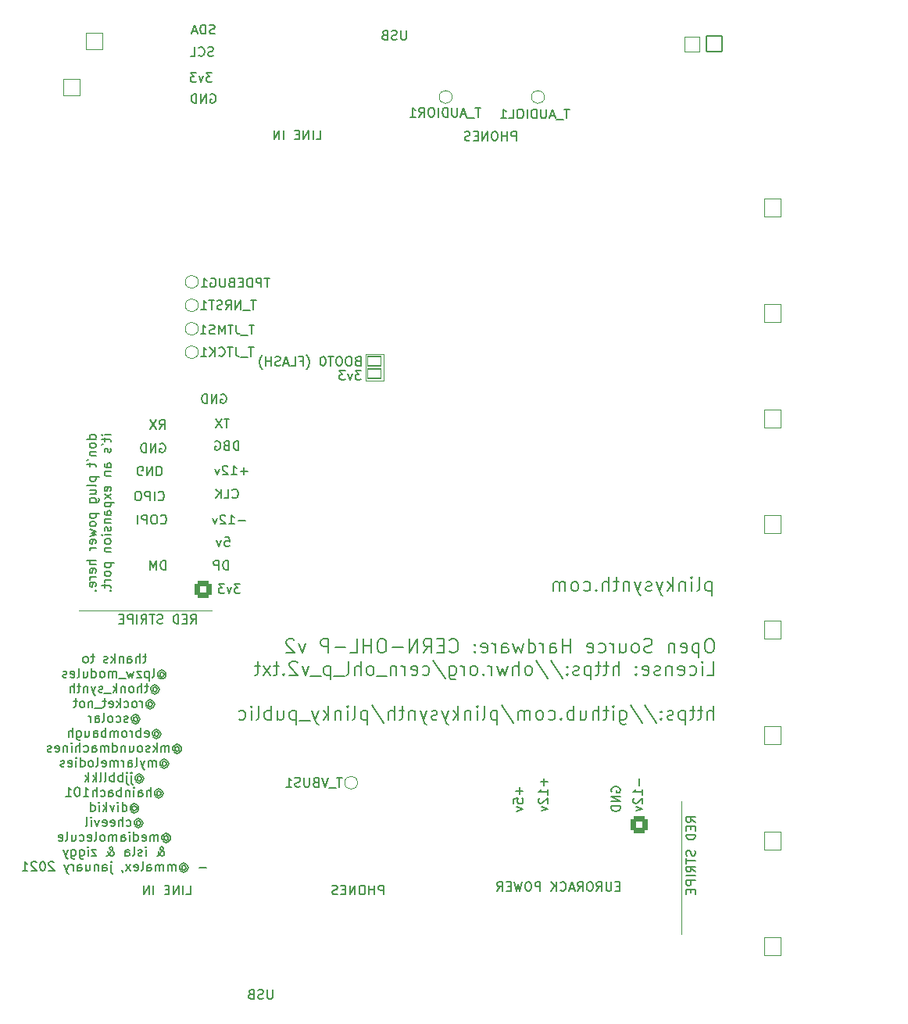
<source format=gbr>
%TF.GenerationSoftware,KiCad,Pcbnew,7.0.6*%
%TF.CreationDate,2024-06-29T14:20:43+02:00*%
%TF.ProjectId,plinkyblack_hwmidi_jacks,706c696e-6b79-4626-9c61-636b5f68776d,rev?*%
%TF.SameCoordinates,Original*%
%TF.FileFunction,Legend,Bot*%
%TF.FilePolarity,Positive*%
%FSLAX46Y46*%
G04 Gerber Fmt 4.6, Leading zero omitted, Abs format (unit mm)*
G04 Created by KiCad (PCBNEW 7.0.6) date 2024-06-29 14:20:43*
%MOMM*%
%LPD*%
G01*
G04 APERTURE LIST*
G04 Aperture macros list*
%AMRoundRect*
0 Rectangle with rounded corners*
0 $1 Rounding radius*
0 $2 $3 $4 $5 $6 $7 $8 $9 X,Y pos of 4 corners*
0 Add a 4 corners polygon primitive as box body*
4,1,4,$2,$3,$4,$5,$6,$7,$8,$9,$2,$3,0*
0 Add four circle primitives for the rounded corners*
1,1,$1+$1,$2,$3*
1,1,$1+$1,$4,$5*
1,1,$1+$1,$6,$7*
1,1,$1+$1,$8,$9*
0 Add four rect primitives between the rounded corners*
20,1,$1+$1,$2,$3,$4,$5,0*
20,1,$1+$1,$4,$5,$6,$7,0*
20,1,$1+$1,$6,$7,$8,$9,0*
20,1,$1+$1,$8,$9,$2,$3,0*%
G04 Aperture macros list end*
%ADD10C,0.120000*%
%ADD11C,0.150000*%
%ADD12RoundRect,0.051000X0.915000X-0.965000X0.915000X0.965000X-0.915000X0.965000X-0.915000X-0.965000X0*%
%ADD13C,2.232000*%
%ADD14RoundRect,0.051000X-0.915000X0.965000X-0.915000X-0.965000X0.915000X-0.965000X0.915000X0.965000X0*%
%ADD15RoundRect,0.301000X-0.600000X0.600000X-0.600000X-0.600000X0.600000X-0.600000X0.600000X0.600000X0*%
%ADD16C,1.802000*%
%ADD17RoundRect,0.051000X0.850000X-0.850000X0.850000X0.850000X-0.850000X0.850000X-0.850000X-0.850000X0*%
%ADD18O,1.802000X1.802000*%
%ADD19O,3.342000X2.822000*%
%ADD20O,3.342001X2.134000*%
%ADD21RoundRect,0.051000X-0.900000X0.900000X-0.900000X-0.900000X0.900000X-0.900000X0.900000X0.900000X0*%
%ADD22C,1.902000*%
%ADD23RoundRect,0.301000X0.600000X0.600000X-0.600000X0.600000X-0.600000X-0.600000X0.600000X-0.600000X0*%
%ADD24C,1.880000*%
%ADD25RoundRect,0.051000X0.900000X-0.900000X0.900000X0.900000X-0.900000X0.900000X-0.900000X-0.900000X0*%
%ADD26C,3.302000*%
%ADD27RoundRect,0.051000X-0.825000X0.825000X-0.825000X-0.825000X0.825000X-0.825000X0.825000X0.825000X0*%
%ADD28C,1.752000*%
%ADD29O,6.102000X3.102000*%
%ADD30C,1.302000*%
%ADD31C,0.702000*%
%ADD32O,1.104000X2.204000*%
%ADD33O,1.104000X1.904000*%
%ADD34RoundRect,0.051000X0.750000X-0.500000X0.750000X0.500000X-0.750000X0.500000X-0.750000X-0.500000X0*%
%ADD35C,1.102000*%
G04 APERTURE END LIST*
D10*
X114554000Y-125666500D02*
X114554000Y-111252000D01*
X49212500Y-90551000D02*
X63627000Y-90551000D01*
X136652000Y-29083000D02*
G75*
G03*
X136652000Y-29083000I-127000J0D01*
G01*
D11*
X70222904Y-131661819D02*
X70222904Y-132471342D01*
X70222904Y-132471342D02*
X70175285Y-132566580D01*
X70175285Y-132566580D02*
X70127666Y-132614200D01*
X70127666Y-132614200D02*
X70032428Y-132661819D01*
X70032428Y-132661819D02*
X69841952Y-132661819D01*
X69841952Y-132661819D02*
X69746714Y-132614200D01*
X69746714Y-132614200D02*
X69699095Y-132566580D01*
X69699095Y-132566580D02*
X69651476Y-132471342D01*
X69651476Y-132471342D02*
X69651476Y-131661819D01*
X69222904Y-132614200D02*
X69080047Y-132661819D01*
X69080047Y-132661819D02*
X68841952Y-132661819D01*
X68841952Y-132661819D02*
X68746714Y-132614200D01*
X68746714Y-132614200D02*
X68699095Y-132566580D01*
X68699095Y-132566580D02*
X68651476Y-132471342D01*
X68651476Y-132471342D02*
X68651476Y-132376104D01*
X68651476Y-132376104D02*
X68699095Y-132280866D01*
X68699095Y-132280866D02*
X68746714Y-132233247D01*
X68746714Y-132233247D02*
X68841952Y-132185628D01*
X68841952Y-132185628D02*
X69032428Y-132138009D01*
X69032428Y-132138009D02*
X69127666Y-132090390D01*
X69127666Y-132090390D02*
X69175285Y-132042771D01*
X69175285Y-132042771D02*
X69222904Y-131947533D01*
X69222904Y-131947533D02*
X69222904Y-131852295D01*
X69222904Y-131852295D02*
X69175285Y-131757057D01*
X69175285Y-131757057D02*
X69127666Y-131709438D01*
X69127666Y-131709438D02*
X69032428Y-131661819D01*
X69032428Y-131661819D02*
X68794333Y-131661819D01*
X68794333Y-131661819D02*
X68651476Y-131709438D01*
X67889571Y-132138009D02*
X67746714Y-132185628D01*
X67746714Y-132185628D02*
X67699095Y-132233247D01*
X67699095Y-132233247D02*
X67651476Y-132328485D01*
X67651476Y-132328485D02*
X67651476Y-132471342D01*
X67651476Y-132471342D02*
X67699095Y-132566580D01*
X67699095Y-132566580D02*
X67746714Y-132614200D01*
X67746714Y-132614200D02*
X67841952Y-132661819D01*
X67841952Y-132661819D02*
X68222904Y-132661819D01*
X68222904Y-132661819D02*
X68222904Y-131661819D01*
X68222904Y-131661819D02*
X67889571Y-131661819D01*
X67889571Y-131661819D02*
X67794333Y-131709438D01*
X67794333Y-131709438D02*
X67746714Y-131757057D01*
X67746714Y-131757057D02*
X67699095Y-131852295D01*
X67699095Y-131852295D02*
X67699095Y-131947533D01*
X67699095Y-131947533D02*
X67746714Y-132042771D01*
X67746714Y-132042771D02*
X67794333Y-132090390D01*
X67794333Y-132090390D02*
X67889571Y-132138009D01*
X67889571Y-132138009D02*
X68222904Y-132138009D01*
X107838047Y-120454009D02*
X107504714Y-120454009D01*
X107361857Y-120977819D02*
X107838047Y-120977819D01*
X107838047Y-120977819D02*
X107838047Y-119977819D01*
X107838047Y-119977819D02*
X107361857Y-119977819D01*
X106933285Y-119977819D02*
X106933285Y-120787342D01*
X106933285Y-120787342D02*
X106885666Y-120882580D01*
X106885666Y-120882580D02*
X106838047Y-120930200D01*
X106838047Y-120930200D02*
X106742809Y-120977819D01*
X106742809Y-120977819D02*
X106552333Y-120977819D01*
X106552333Y-120977819D02*
X106457095Y-120930200D01*
X106457095Y-120930200D02*
X106409476Y-120882580D01*
X106409476Y-120882580D02*
X106361857Y-120787342D01*
X106361857Y-120787342D02*
X106361857Y-119977819D01*
X105314238Y-120977819D02*
X105647571Y-120501628D01*
X105885666Y-120977819D02*
X105885666Y-119977819D01*
X105885666Y-119977819D02*
X105504714Y-119977819D01*
X105504714Y-119977819D02*
X105409476Y-120025438D01*
X105409476Y-120025438D02*
X105361857Y-120073057D01*
X105361857Y-120073057D02*
X105314238Y-120168295D01*
X105314238Y-120168295D02*
X105314238Y-120311152D01*
X105314238Y-120311152D02*
X105361857Y-120406390D01*
X105361857Y-120406390D02*
X105409476Y-120454009D01*
X105409476Y-120454009D02*
X105504714Y-120501628D01*
X105504714Y-120501628D02*
X105885666Y-120501628D01*
X104695190Y-119977819D02*
X104504714Y-119977819D01*
X104504714Y-119977819D02*
X104409476Y-120025438D01*
X104409476Y-120025438D02*
X104314238Y-120120676D01*
X104314238Y-120120676D02*
X104266619Y-120311152D01*
X104266619Y-120311152D02*
X104266619Y-120644485D01*
X104266619Y-120644485D02*
X104314238Y-120834961D01*
X104314238Y-120834961D02*
X104409476Y-120930200D01*
X104409476Y-120930200D02*
X104504714Y-120977819D01*
X104504714Y-120977819D02*
X104695190Y-120977819D01*
X104695190Y-120977819D02*
X104790428Y-120930200D01*
X104790428Y-120930200D02*
X104885666Y-120834961D01*
X104885666Y-120834961D02*
X104933285Y-120644485D01*
X104933285Y-120644485D02*
X104933285Y-120311152D01*
X104933285Y-120311152D02*
X104885666Y-120120676D01*
X104885666Y-120120676D02*
X104790428Y-120025438D01*
X104790428Y-120025438D02*
X104695190Y-119977819D01*
X103266619Y-120977819D02*
X103599952Y-120501628D01*
X103838047Y-120977819D02*
X103838047Y-119977819D01*
X103838047Y-119977819D02*
X103457095Y-119977819D01*
X103457095Y-119977819D02*
X103361857Y-120025438D01*
X103361857Y-120025438D02*
X103314238Y-120073057D01*
X103314238Y-120073057D02*
X103266619Y-120168295D01*
X103266619Y-120168295D02*
X103266619Y-120311152D01*
X103266619Y-120311152D02*
X103314238Y-120406390D01*
X103314238Y-120406390D02*
X103361857Y-120454009D01*
X103361857Y-120454009D02*
X103457095Y-120501628D01*
X103457095Y-120501628D02*
X103838047Y-120501628D01*
X102885666Y-120692104D02*
X102409476Y-120692104D01*
X102980904Y-120977819D02*
X102647571Y-119977819D01*
X102647571Y-119977819D02*
X102314238Y-120977819D01*
X101409476Y-120882580D02*
X101457095Y-120930200D01*
X101457095Y-120930200D02*
X101599952Y-120977819D01*
X101599952Y-120977819D02*
X101695190Y-120977819D01*
X101695190Y-120977819D02*
X101838047Y-120930200D01*
X101838047Y-120930200D02*
X101933285Y-120834961D01*
X101933285Y-120834961D02*
X101980904Y-120739723D01*
X101980904Y-120739723D02*
X102028523Y-120549247D01*
X102028523Y-120549247D02*
X102028523Y-120406390D01*
X102028523Y-120406390D02*
X101980904Y-120215914D01*
X101980904Y-120215914D02*
X101933285Y-120120676D01*
X101933285Y-120120676D02*
X101838047Y-120025438D01*
X101838047Y-120025438D02*
X101695190Y-119977819D01*
X101695190Y-119977819D02*
X101599952Y-119977819D01*
X101599952Y-119977819D02*
X101457095Y-120025438D01*
X101457095Y-120025438D02*
X101409476Y-120073057D01*
X100980904Y-120977819D02*
X100980904Y-119977819D01*
X100409476Y-120977819D02*
X100838047Y-120406390D01*
X100409476Y-119977819D02*
X100980904Y-120549247D01*
X99218999Y-120977819D02*
X99218999Y-119977819D01*
X99218999Y-119977819D02*
X98838047Y-119977819D01*
X98838047Y-119977819D02*
X98742809Y-120025438D01*
X98742809Y-120025438D02*
X98695190Y-120073057D01*
X98695190Y-120073057D02*
X98647571Y-120168295D01*
X98647571Y-120168295D02*
X98647571Y-120311152D01*
X98647571Y-120311152D02*
X98695190Y-120406390D01*
X98695190Y-120406390D02*
X98742809Y-120454009D01*
X98742809Y-120454009D02*
X98838047Y-120501628D01*
X98838047Y-120501628D02*
X99218999Y-120501628D01*
X98028523Y-119977819D02*
X97838047Y-119977819D01*
X97838047Y-119977819D02*
X97742809Y-120025438D01*
X97742809Y-120025438D02*
X97647571Y-120120676D01*
X97647571Y-120120676D02*
X97599952Y-120311152D01*
X97599952Y-120311152D02*
X97599952Y-120644485D01*
X97599952Y-120644485D02*
X97647571Y-120834961D01*
X97647571Y-120834961D02*
X97742809Y-120930200D01*
X97742809Y-120930200D02*
X97838047Y-120977819D01*
X97838047Y-120977819D02*
X98028523Y-120977819D01*
X98028523Y-120977819D02*
X98123761Y-120930200D01*
X98123761Y-120930200D02*
X98218999Y-120834961D01*
X98218999Y-120834961D02*
X98266618Y-120644485D01*
X98266618Y-120644485D02*
X98266618Y-120311152D01*
X98266618Y-120311152D02*
X98218999Y-120120676D01*
X98218999Y-120120676D02*
X98123761Y-120025438D01*
X98123761Y-120025438D02*
X98028523Y-119977819D01*
X97266618Y-119977819D02*
X97028523Y-120977819D01*
X97028523Y-120977819D02*
X96838047Y-120263533D01*
X96838047Y-120263533D02*
X96647571Y-120977819D01*
X96647571Y-120977819D02*
X96409476Y-119977819D01*
X96028523Y-120454009D02*
X95695190Y-120454009D01*
X95552333Y-120977819D02*
X96028523Y-120977819D01*
X96028523Y-120977819D02*
X96028523Y-119977819D01*
X96028523Y-119977819D02*
X95552333Y-119977819D01*
X94552333Y-120977819D02*
X94885666Y-120501628D01*
X95123761Y-120977819D02*
X95123761Y-119977819D01*
X95123761Y-119977819D02*
X94742809Y-119977819D01*
X94742809Y-119977819D02*
X94647571Y-120025438D01*
X94647571Y-120025438D02*
X94599952Y-120073057D01*
X94599952Y-120073057D02*
X94552333Y-120168295D01*
X94552333Y-120168295D02*
X94552333Y-120311152D01*
X94552333Y-120311152D02*
X94599952Y-120406390D01*
X94599952Y-120406390D02*
X94647571Y-120454009D01*
X94647571Y-120454009D02*
X94742809Y-120501628D01*
X94742809Y-120501628D02*
X95123761Y-120501628D01*
X56134095Y-75935561D02*
X56038857Y-75983180D01*
X56038857Y-75983180D02*
X55896000Y-75983180D01*
X55896000Y-75983180D02*
X55753143Y-75935561D01*
X55753143Y-75935561D02*
X55657905Y-75840323D01*
X55657905Y-75840323D02*
X55610286Y-75745085D01*
X55610286Y-75745085D02*
X55562667Y-75554609D01*
X55562667Y-75554609D02*
X55562667Y-75411752D01*
X55562667Y-75411752D02*
X55610286Y-75221276D01*
X55610286Y-75221276D02*
X55657905Y-75126038D01*
X55657905Y-75126038D02*
X55753143Y-75030800D01*
X55753143Y-75030800D02*
X55896000Y-74983180D01*
X55896000Y-74983180D02*
X55991238Y-74983180D01*
X55991238Y-74983180D02*
X56134095Y-75030800D01*
X56134095Y-75030800D02*
X56181714Y-75078419D01*
X56181714Y-75078419D02*
X56181714Y-75411752D01*
X56181714Y-75411752D02*
X55991238Y-75411752D01*
X56610286Y-74983180D02*
X56610286Y-75983180D01*
X56610286Y-75983180D02*
X57181714Y-74983180D01*
X57181714Y-74983180D02*
X57181714Y-75983180D01*
X57657905Y-74983180D02*
X57657905Y-75983180D01*
X57657905Y-75983180D02*
X57896000Y-75983180D01*
X57896000Y-75983180D02*
X58038857Y-75935561D01*
X58038857Y-75935561D02*
X58134095Y-75840323D01*
X58134095Y-75840323D02*
X58181714Y-75745085D01*
X58181714Y-75745085D02*
X58229333Y-75554609D01*
X58229333Y-75554609D02*
X58229333Y-75411752D01*
X58229333Y-75411752D02*
X58181714Y-75221276D01*
X58181714Y-75221276D02*
X58134095Y-75126038D01*
X58134095Y-75126038D02*
X58038857Y-75030800D01*
X58038857Y-75030800D02*
X57896000Y-74983180D01*
X57896000Y-74983180D02*
X57657905Y-74983180D01*
X65039857Y-82639819D02*
X65516047Y-82639819D01*
X65516047Y-82639819D02*
X65563666Y-83116009D01*
X65563666Y-83116009D02*
X65516047Y-83068390D01*
X65516047Y-83068390D02*
X65420809Y-83020771D01*
X65420809Y-83020771D02*
X65182714Y-83020771D01*
X65182714Y-83020771D02*
X65087476Y-83068390D01*
X65087476Y-83068390D02*
X65039857Y-83116009D01*
X65039857Y-83116009D02*
X64992238Y-83211247D01*
X64992238Y-83211247D02*
X64992238Y-83449342D01*
X64992238Y-83449342D02*
X65039857Y-83544580D01*
X65039857Y-83544580D02*
X65087476Y-83592200D01*
X65087476Y-83592200D02*
X65182714Y-83639819D01*
X65182714Y-83639819D02*
X65420809Y-83639819D01*
X65420809Y-83639819D02*
X65516047Y-83592200D01*
X65516047Y-83592200D02*
X65563666Y-83544580D01*
X64658904Y-82973152D02*
X64420809Y-83639819D01*
X64420809Y-83639819D02*
X64182714Y-82973152D01*
X61356428Y-92021819D02*
X61689761Y-91545628D01*
X61927856Y-92021819D02*
X61927856Y-91021819D01*
X61927856Y-91021819D02*
X61546904Y-91021819D01*
X61546904Y-91021819D02*
X61451666Y-91069438D01*
X61451666Y-91069438D02*
X61404047Y-91117057D01*
X61404047Y-91117057D02*
X61356428Y-91212295D01*
X61356428Y-91212295D02*
X61356428Y-91355152D01*
X61356428Y-91355152D02*
X61404047Y-91450390D01*
X61404047Y-91450390D02*
X61451666Y-91498009D01*
X61451666Y-91498009D02*
X61546904Y-91545628D01*
X61546904Y-91545628D02*
X61927856Y-91545628D01*
X60927856Y-91498009D02*
X60594523Y-91498009D01*
X60451666Y-92021819D02*
X60927856Y-92021819D01*
X60927856Y-92021819D02*
X60927856Y-91021819D01*
X60927856Y-91021819D02*
X60451666Y-91021819D01*
X60023094Y-92021819D02*
X60023094Y-91021819D01*
X60023094Y-91021819D02*
X59784999Y-91021819D01*
X59784999Y-91021819D02*
X59642142Y-91069438D01*
X59642142Y-91069438D02*
X59546904Y-91164676D01*
X59546904Y-91164676D02*
X59499285Y-91259914D01*
X59499285Y-91259914D02*
X59451666Y-91450390D01*
X59451666Y-91450390D02*
X59451666Y-91593247D01*
X59451666Y-91593247D02*
X59499285Y-91783723D01*
X59499285Y-91783723D02*
X59546904Y-91878961D01*
X59546904Y-91878961D02*
X59642142Y-91974200D01*
X59642142Y-91974200D02*
X59784999Y-92021819D01*
X59784999Y-92021819D02*
X60023094Y-92021819D01*
X58308808Y-91974200D02*
X58165951Y-92021819D01*
X58165951Y-92021819D02*
X57927856Y-92021819D01*
X57927856Y-92021819D02*
X57832618Y-91974200D01*
X57832618Y-91974200D02*
X57784999Y-91926580D01*
X57784999Y-91926580D02*
X57737380Y-91831342D01*
X57737380Y-91831342D02*
X57737380Y-91736104D01*
X57737380Y-91736104D02*
X57784999Y-91640866D01*
X57784999Y-91640866D02*
X57832618Y-91593247D01*
X57832618Y-91593247D02*
X57927856Y-91545628D01*
X57927856Y-91545628D02*
X58118332Y-91498009D01*
X58118332Y-91498009D02*
X58213570Y-91450390D01*
X58213570Y-91450390D02*
X58261189Y-91402771D01*
X58261189Y-91402771D02*
X58308808Y-91307533D01*
X58308808Y-91307533D02*
X58308808Y-91212295D01*
X58308808Y-91212295D02*
X58261189Y-91117057D01*
X58261189Y-91117057D02*
X58213570Y-91069438D01*
X58213570Y-91069438D02*
X58118332Y-91021819D01*
X58118332Y-91021819D02*
X57880237Y-91021819D01*
X57880237Y-91021819D02*
X57737380Y-91069438D01*
X57451665Y-91021819D02*
X56880237Y-91021819D01*
X57165951Y-92021819D02*
X57165951Y-91021819D01*
X55975475Y-92021819D02*
X56308808Y-91545628D01*
X56546903Y-92021819D02*
X56546903Y-91021819D01*
X56546903Y-91021819D02*
X56165951Y-91021819D01*
X56165951Y-91021819D02*
X56070713Y-91069438D01*
X56070713Y-91069438D02*
X56023094Y-91117057D01*
X56023094Y-91117057D02*
X55975475Y-91212295D01*
X55975475Y-91212295D02*
X55975475Y-91355152D01*
X55975475Y-91355152D02*
X56023094Y-91450390D01*
X56023094Y-91450390D02*
X56070713Y-91498009D01*
X56070713Y-91498009D02*
X56165951Y-91545628D01*
X56165951Y-91545628D02*
X56546903Y-91545628D01*
X55546903Y-92021819D02*
X55546903Y-91021819D01*
X55070713Y-92021819D02*
X55070713Y-91021819D01*
X55070713Y-91021819D02*
X54689761Y-91021819D01*
X54689761Y-91021819D02*
X54594523Y-91069438D01*
X54594523Y-91069438D02*
X54546904Y-91117057D01*
X54546904Y-91117057D02*
X54499285Y-91212295D01*
X54499285Y-91212295D02*
X54499285Y-91355152D01*
X54499285Y-91355152D02*
X54546904Y-91450390D01*
X54546904Y-91450390D02*
X54594523Y-91498009D01*
X54594523Y-91498009D02*
X54689761Y-91545628D01*
X54689761Y-91545628D02*
X55070713Y-91545628D01*
X54070713Y-91498009D02*
X53737380Y-91498009D01*
X53594523Y-92021819D02*
X54070713Y-92021819D01*
X54070713Y-92021819D02*
X54070713Y-91021819D01*
X54070713Y-91021819D02*
X53594523Y-91021819D01*
X74945618Y-39570819D02*
X75421808Y-39570819D01*
X75421808Y-39570819D02*
X75421808Y-38570819D01*
X74612284Y-39570819D02*
X74612284Y-38570819D01*
X74136094Y-39570819D02*
X74136094Y-38570819D01*
X74136094Y-38570819D02*
X73564666Y-39570819D01*
X73564666Y-39570819D02*
X73564666Y-38570819D01*
X73088475Y-39047009D02*
X72755142Y-39047009D01*
X72612285Y-39570819D02*
X73088475Y-39570819D01*
X73088475Y-39570819D02*
X73088475Y-38570819D01*
X73088475Y-38570819D02*
X72612285Y-38570819D01*
X71421808Y-39570819D02*
X71421808Y-38570819D01*
X70945618Y-39570819D02*
X70945618Y-38570819D01*
X70945618Y-38570819D02*
X70374190Y-39570819D01*
X70374190Y-39570819D02*
X70374190Y-38570819D01*
X96614904Y-39697819D02*
X96614904Y-38697819D01*
X96614904Y-38697819D02*
X96233952Y-38697819D01*
X96233952Y-38697819D02*
X96138714Y-38745438D01*
X96138714Y-38745438D02*
X96091095Y-38793057D01*
X96091095Y-38793057D02*
X96043476Y-38888295D01*
X96043476Y-38888295D02*
X96043476Y-39031152D01*
X96043476Y-39031152D02*
X96091095Y-39126390D01*
X96091095Y-39126390D02*
X96138714Y-39174009D01*
X96138714Y-39174009D02*
X96233952Y-39221628D01*
X96233952Y-39221628D02*
X96614904Y-39221628D01*
X95614904Y-39697819D02*
X95614904Y-38697819D01*
X95614904Y-39174009D02*
X95043476Y-39174009D01*
X95043476Y-39697819D02*
X95043476Y-38697819D01*
X94376809Y-38697819D02*
X94186333Y-38697819D01*
X94186333Y-38697819D02*
X94091095Y-38745438D01*
X94091095Y-38745438D02*
X93995857Y-38840676D01*
X93995857Y-38840676D02*
X93948238Y-39031152D01*
X93948238Y-39031152D02*
X93948238Y-39364485D01*
X93948238Y-39364485D02*
X93995857Y-39554961D01*
X93995857Y-39554961D02*
X94091095Y-39650200D01*
X94091095Y-39650200D02*
X94186333Y-39697819D01*
X94186333Y-39697819D02*
X94376809Y-39697819D01*
X94376809Y-39697819D02*
X94472047Y-39650200D01*
X94472047Y-39650200D02*
X94567285Y-39554961D01*
X94567285Y-39554961D02*
X94614904Y-39364485D01*
X94614904Y-39364485D02*
X94614904Y-39031152D01*
X94614904Y-39031152D02*
X94567285Y-38840676D01*
X94567285Y-38840676D02*
X94472047Y-38745438D01*
X94472047Y-38745438D02*
X94376809Y-38697819D01*
X93519666Y-39697819D02*
X93519666Y-38697819D01*
X93519666Y-38697819D02*
X92948238Y-39697819D01*
X92948238Y-39697819D02*
X92948238Y-38697819D01*
X92472047Y-39174009D02*
X92138714Y-39174009D01*
X91995857Y-39697819D02*
X92472047Y-39697819D01*
X92472047Y-39697819D02*
X92472047Y-38697819D01*
X92472047Y-38697819D02*
X91995857Y-38697819D01*
X91614904Y-39650200D02*
X91472047Y-39697819D01*
X91472047Y-39697819D02*
X91233952Y-39697819D01*
X91233952Y-39697819D02*
X91138714Y-39650200D01*
X91138714Y-39650200D02*
X91091095Y-39602580D01*
X91091095Y-39602580D02*
X91043476Y-39507342D01*
X91043476Y-39507342D02*
X91043476Y-39412104D01*
X91043476Y-39412104D02*
X91091095Y-39316866D01*
X91091095Y-39316866D02*
X91138714Y-39269247D01*
X91138714Y-39269247D02*
X91233952Y-39221628D01*
X91233952Y-39221628D02*
X91424428Y-39174009D01*
X91424428Y-39174009D02*
X91519666Y-39126390D01*
X91519666Y-39126390D02*
X91567285Y-39078771D01*
X91567285Y-39078771D02*
X91614904Y-38983533D01*
X91614904Y-38983533D02*
X91614904Y-38888295D01*
X91614904Y-38888295D02*
X91567285Y-38793057D01*
X91567285Y-38793057D02*
X91519666Y-38745438D01*
X91519666Y-38745438D02*
X91424428Y-38697819D01*
X91424428Y-38697819D02*
X91186333Y-38697819D01*
X91186333Y-38697819D02*
X91043476Y-38745438D01*
X84700904Y-27775819D02*
X84700904Y-28585342D01*
X84700904Y-28585342D02*
X84653285Y-28680580D01*
X84653285Y-28680580D02*
X84605666Y-28728200D01*
X84605666Y-28728200D02*
X84510428Y-28775819D01*
X84510428Y-28775819D02*
X84319952Y-28775819D01*
X84319952Y-28775819D02*
X84224714Y-28728200D01*
X84224714Y-28728200D02*
X84177095Y-28680580D01*
X84177095Y-28680580D02*
X84129476Y-28585342D01*
X84129476Y-28585342D02*
X84129476Y-27775819D01*
X83700904Y-28728200D02*
X83558047Y-28775819D01*
X83558047Y-28775819D02*
X83319952Y-28775819D01*
X83319952Y-28775819D02*
X83224714Y-28728200D01*
X83224714Y-28728200D02*
X83177095Y-28680580D01*
X83177095Y-28680580D02*
X83129476Y-28585342D01*
X83129476Y-28585342D02*
X83129476Y-28490104D01*
X83129476Y-28490104D02*
X83177095Y-28394866D01*
X83177095Y-28394866D02*
X83224714Y-28347247D01*
X83224714Y-28347247D02*
X83319952Y-28299628D01*
X83319952Y-28299628D02*
X83510428Y-28252009D01*
X83510428Y-28252009D02*
X83605666Y-28204390D01*
X83605666Y-28204390D02*
X83653285Y-28156771D01*
X83653285Y-28156771D02*
X83700904Y-28061533D01*
X83700904Y-28061533D02*
X83700904Y-27966295D01*
X83700904Y-27966295D02*
X83653285Y-27871057D01*
X83653285Y-27871057D02*
X83605666Y-27823438D01*
X83605666Y-27823438D02*
X83510428Y-27775819D01*
X83510428Y-27775819D02*
X83272333Y-27775819D01*
X83272333Y-27775819D02*
X83129476Y-27823438D01*
X82367571Y-28252009D02*
X82224714Y-28299628D01*
X82224714Y-28299628D02*
X82177095Y-28347247D01*
X82177095Y-28347247D02*
X82129476Y-28442485D01*
X82129476Y-28442485D02*
X82129476Y-28585342D01*
X82129476Y-28585342D02*
X82177095Y-28680580D01*
X82177095Y-28680580D02*
X82224714Y-28728200D01*
X82224714Y-28728200D02*
X82319952Y-28775819D01*
X82319952Y-28775819D02*
X82700904Y-28775819D01*
X82700904Y-28775819D02*
X82700904Y-27775819D01*
X82700904Y-27775819D02*
X82367571Y-27775819D01*
X82367571Y-27775819D02*
X82272333Y-27823438D01*
X82272333Y-27823438D02*
X82224714Y-27871057D01*
X82224714Y-27871057D02*
X82177095Y-27966295D01*
X82177095Y-27966295D02*
X82177095Y-28061533D01*
X82177095Y-28061533D02*
X82224714Y-28156771D01*
X82224714Y-28156771D02*
X82272333Y-28204390D01*
X82272333Y-28204390D02*
X82367571Y-28252009D01*
X82367571Y-28252009D02*
X82700904Y-28252009D01*
X67500285Y-75511866D02*
X66738381Y-75511866D01*
X67119333Y-75892819D02*
X67119333Y-75130914D01*
X65738381Y-75892819D02*
X66309809Y-75892819D01*
X66024095Y-75892819D02*
X66024095Y-74892819D01*
X66024095Y-74892819D02*
X66119333Y-75035676D01*
X66119333Y-75035676D02*
X66214571Y-75130914D01*
X66214571Y-75130914D02*
X66309809Y-75178533D01*
X65357428Y-74988057D02*
X65309809Y-74940438D01*
X65309809Y-74940438D02*
X65214571Y-74892819D01*
X65214571Y-74892819D02*
X64976476Y-74892819D01*
X64976476Y-74892819D02*
X64881238Y-74940438D01*
X64881238Y-74940438D02*
X64833619Y-74988057D01*
X64833619Y-74988057D02*
X64786000Y-75083295D01*
X64786000Y-75083295D02*
X64786000Y-75178533D01*
X64786000Y-75178533D02*
X64833619Y-75321390D01*
X64833619Y-75321390D02*
X65405047Y-75892819D01*
X65405047Y-75892819D02*
X64786000Y-75892819D01*
X64452666Y-75226152D02*
X64214571Y-75892819D01*
X64214571Y-75892819D02*
X63976476Y-75226152D01*
X82263904Y-121358819D02*
X82263904Y-120358819D01*
X82263904Y-120358819D02*
X81882952Y-120358819D01*
X81882952Y-120358819D02*
X81787714Y-120406438D01*
X81787714Y-120406438D02*
X81740095Y-120454057D01*
X81740095Y-120454057D02*
X81692476Y-120549295D01*
X81692476Y-120549295D02*
X81692476Y-120692152D01*
X81692476Y-120692152D02*
X81740095Y-120787390D01*
X81740095Y-120787390D02*
X81787714Y-120835009D01*
X81787714Y-120835009D02*
X81882952Y-120882628D01*
X81882952Y-120882628D02*
X82263904Y-120882628D01*
X81263904Y-121358819D02*
X81263904Y-120358819D01*
X81263904Y-120835009D02*
X80692476Y-120835009D01*
X80692476Y-121358819D02*
X80692476Y-120358819D01*
X80025809Y-120358819D02*
X79835333Y-120358819D01*
X79835333Y-120358819D02*
X79740095Y-120406438D01*
X79740095Y-120406438D02*
X79644857Y-120501676D01*
X79644857Y-120501676D02*
X79597238Y-120692152D01*
X79597238Y-120692152D02*
X79597238Y-121025485D01*
X79597238Y-121025485D02*
X79644857Y-121215961D01*
X79644857Y-121215961D02*
X79740095Y-121311200D01*
X79740095Y-121311200D02*
X79835333Y-121358819D01*
X79835333Y-121358819D02*
X80025809Y-121358819D01*
X80025809Y-121358819D02*
X80121047Y-121311200D01*
X80121047Y-121311200D02*
X80216285Y-121215961D01*
X80216285Y-121215961D02*
X80263904Y-121025485D01*
X80263904Y-121025485D02*
X80263904Y-120692152D01*
X80263904Y-120692152D02*
X80216285Y-120501676D01*
X80216285Y-120501676D02*
X80121047Y-120406438D01*
X80121047Y-120406438D02*
X80025809Y-120358819D01*
X79168666Y-121358819D02*
X79168666Y-120358819D01*
X79168666Y-120358819D02*
X78597238Y-121358819D01*
X78597238Y-121358819D02*
X78597238Y-120358819D01*
X78121047Y-120835009D02*
X77787714Y-120835009D01*
X77644857Y-121358819D02*
X78121047Y-121358819D01*
X78121047Y-121358819D02*
X78121047Y-120358819D01*
X78121047Y-120358819D02*
X77644857Y-120358819D01*
X77263904Y-121311200D02*
X77121047Y-121358819D01*
X77121047Y-121358819D02*
X76882952Y-121358819D01*
X76882952Y-121358819D02*
X76787714Y-121311200D01*
X76787714Y-121311200D02*
X76740095Y-121263580D01*
X76740095Y-121263580D02*
X76692476Y-121168342D01*
X76692476Y-121168342D02*
X76692476Y-121073104D01*
X76692476Y-121073104D02*
X76740095Y-120977866D01*
X76740095Y-120977866D02*
X76787714Y-120930247D01*
X76787714Y-120930247D02*
X76882952Y-120882628D01*
X76882952Y-120882628D02*
X77073428Y-120835009D01*
X77073428Y-120835009D02*
X77168666Y-120787390D01*
X77168666Y-120787390D02*
X77216285Y-120739771D01*
X77216285Y-120739771D02*
X77263904Y-120644533D01*
X77263904Y-120644533D02*
X77263904Y-120549295D01*
X77263904Y-120549295D02*
X77216285Y-120454057D01*
X77216285Y-120454057D02*
X77168666Y-120406438D01*
X77168666Y-120406438D02*
X77073428Y-120358819D01*
X77073428Y-120358819D02*
X76835333Y-120358819D01*
X76835333Y-120358819D02*
X76692476Y-120406438D01*
X60848618Y-121358819D02*
X61324808Y-121358819D01*
X61324808Y-121358819D02*
X61324808Y-120358819D01*
X60515284Y-121358819D02*
X60515284Y-120358819D01*
X60039094Y-121358819D02*
X60039094Y-120358819D01*
X60039094Y-120358819D02*
X59467666Y-121358819D01*
X59467666Y-121358819D02*
X59467666Y-120358819D01*
X58991475Y-120835009D02*
X58658142Y-120835009D01*
X58515285Y-121358819D02*
X58991475Y-121358819D01*
X58991475Y-121358819D02*
X58991475Y-120358819D01*
X58991475Y-120358819D02*
X58515285Y-120358819D01*
X57324808Y-121358819D02*
X57324808Y-120358819D01*
X56848618Y-121358819D02*
X56848618Y-120358819D01*
X56848618Y-120358819D02*
X56277190Y-121358819D01*
X56277190Y-121358819D02*
X56277190Y-120358819D01*
X56562190Y-95579152D02*
X56181238Y-95579152D01*
X56419333Y-95245819D02*
X56419333Y-96102961D01*
X56419333Y-96102961D02*
X56371714Y-96198200D01*
X56371714Y-96198200D02*
X56276476Y-96245819D01*
X56276476Y-96245819D02*
X56181238Y-96245819D01*
X55847904Y-96245819D02*
X55847904Y-95245819D01*
X55419333Y-96245819D02*
X55419333Y-95722009D01*
X55419333Y-95722009D02*
X55466952Y-95626771D01*
X55466952Y-95626771D02*
X55562190Y-95579152D01*
X55562190Y-95579152D02*
X55705047Y-95579152D01*
X55705047Y-95579152D02*
X55800285Y-95626771D01*
X55800285Y-95626771D02*
X55847904Y-95674390D01*
X54514571Y-96245819D02*
X54514571Y-95722009D01*
X54514571Y-95722009D02*
X54562190Y-95626771D01*
X54562190Y-95626771D02*
X54657428Y-95579152D01*
X54657428Y-95579152D02*
X54847904Y-95579152D01*
X54847904Y-95579152D02*
X54943142Y-95626771D01*
X54514571Y-96198200D02*
X54609809Y-96245819D01*
X54609809Y-96245819D02*
X54847904Y-96245819D01*
X54847904Y-96245819D02*
X54943142Y-96198200D01*
X54943142Y-96198200D02*
X54990761Y-96102961D01*
X54990761Y-96102961D02*
X54990761Y-96007723D01*
X54990761Y-96007723D02*
X54943142Y-95912485D01*
X54943142Y-95912485D02*
X54847904Y-95864866D01*
X54847904Y-95864866D02*
X54609809Y-95864866D01*
X54609809Y-95864866D02*
X54514571Y-95817247D01*
X54038380Y-95579152D02*
X54038380Y-96245819D01*
X54038380Y-95674390D02*
X53990761Y-95626771D01*
X53990761Y-95626771D02*
X53895523Y-95579152D01*
X53895523Y-95579152D02*
X53752666Y-95579152D01*
X53752666Y-95579152D02*
X53657428Y-95626771D01*
X53657428Y-95626771D02*
X53609809Y-95722009D01*
X53609809Y-95722009D02*
X53609809Y-96245819D01*
X53133618Y-96245819D02*
X53133618Y-95245819D01*
X53038380Y-95864866D02*
X52752666Y-96245819D01*
X52752666Y-95579152D02*
X53133618Y-95960104D01*
X52371713Y-96198200D02*
X52276475Y-96245819D01*
X52276475Y-96245819D02*
X52085999Y-96245819D01*
X52085999Y-96245819D02*
X51990761Y-96198200D01*
X51990761Y-96198200D02*
X51943142Y-96102961D01*
X51943142Y-96102961D02*
X51943142Y-96055342D01*
X51943142Y-96055342D02*
X51990761Y-95960104D01*
X51990761Y-95960104D02*
X52085999Y-95912485D01*
X52085999Y-95912485D02*
X52228856Y-95912485D01*
X52228856Y-95912485D02*
X52324094Y-95864866D01*
X52324094Y-95864866D02*
X52371713Y-95769628D01*
X52371713Y-95769628D02*
X52371713Y-95722009D01*
X52371713Y-95722009D02*
X52324094Y-95626771D01*
X52324094Y-95626771D02*
X52228856Y-95579152D01*
X52228856Y-95579152D02*
X52085999Y-95579152D01*
X52085999Y-95579152D02*
X51990761Y-95626771D01*
X50895522Y-95579152D02*
X50514570Y-95579152D01*
X50752665Y-95245819D02*
X50752665Y-96102961D01*
X50752665Y-96102961D02*
X50705046Y-96198200D01*
X50705046Y-96198200D02*
X50609808Y-96245819D01*
X50609808Y-96245819D02*
X50514570Y-96245819D01*
X50038379Y-96245819D02*
X50133617Y-96198200D01*
X50133617Y-96198200D02*
X50181236Y-96150580D01*
X50181236Y-96150580D02*
X50228855Y-96055342D01*
X50228855Y-96055342D02*
X50228855Y-95769628D01*
X50228855Y-95769628D02*
X50181236Y-95674390D01*
X50181236Y-95674390D02*
X50133617Y-95626771D01*
X50133617Y-95626771D02*
X50038379Y-95579152D01*
X50038379Y-95579152D02*
X49895522Y-95579152D01*
X49895522Y-95579152D02*
X49800284Y-95626771D01*
X49800284Y-95626771D02*
X49752665Y-95674390D01*
X49752665Y-95674390D02*
X49705046Y-95769628D01*
X49705046Y-95769628D02*
X49705046Y-96055342D01*
X49705046Y-96055342D02*
X49752665Y-96150580D01*
X49752665Y-96150580D02*
X49800284Y-96198200D01*
X49800284Y-96198200D02*
X49895522Y-96245819D01*
X49895522Y-96245819D02*
X50038379Y-96245819D01*
X58014572Y-97379628D02*
X58062191Y-97332009D01*
X58062191Y-97332009D02*
X58157429Y-97284390D01*
X58157429Y-97284390D02*
X58252667Y-97284390D01*
X58252667Y-97284390D02*
X58347905Y-97332009D01*
X58347905Y-97332009D02*
X58395524Y-97379628D01*
X58395524Y-97379628D02*
X58443143Y-97474866D01*
X58443143Y-97474866D02*
X58443143Y-97570104D01*
X58443143Y-97570104D02*
X58395524Y-97665342D01*
X58395524Y-97665342D02*
X58347905Y-97712961D01*
X58347905Y-97712961D02*
X58252667Y-97760580D01*
X58252667Y-97760580D02*
X58157429Y-97760580D01*
X58157429Y-97760580D02*
X58062191Y-97712961D01*
X58062191Y-97712961D02*
X58014572Y-97665342D01*
X58014572Y-97284390D02*
X58014572Y-97665342D01*
X58014572Y-97665342D02*
X57966953Y-97712961D01*
X57966953Y-97712961D02*
X57919334Y-97712961D01*
X57919334Y-97712961D02*
X57824095Y-97665342D01*
X57824095Y-97665342D02*
X57776476Y-97570104D01*
X57776476Y-97570104D02*
X57776476Y-97332009D01*
X57776476Y-97332009D02*
X57871715Y-97189152D01*
X57871715Y-97189152D02*
X58014572Y-97093914D01*
X58014572Y-97093914D02*
X58205048Y-97046295D01*
X58205048Y-97046295D02*
X58395524Y-97093914D01*
X58395524Y-97093914D02*
X58538381Y-97189152D01*
X58538381Y-97189152D02*
X58633619Y-97332009D01*
X58633619Y-97332009D02*
X58681238Y-97522485D01*
X58681238Y-97522485D02*
X58633619Y-97712961D01*
X58633619Y-97712961D02*
X58538381Y-97855819D01*
X58538381Y-97855819D02*
X58395524Y-97951057D01*
X58395524Y-97951057D02*
X58205048Y-97998676D01*
X58205048Y-97998676D02*
X58014572Y-97951057D01*
X58014572Y-97951057D02*
X57871715Y-97855819D01*
X57205048Y-97855819D02*
X57300286Y-97808200D01*
X57300286Y-97808200D02*
X57347905Y-97712961D01*
X57347905Y-97712961D02*
X57347905Y-96855819D01*
X56824095Y-97189152D02*
X56824095Y-98189152D01*
X56824095Y-97236771D02*
X56728857Y-97189152D01*
X56728857Y-97189152D02*
X56538381Y-97189152D01*
X56538381Y-97189152D02*
X56443143Y-97236771D01*
X56443143Y-97236771D02*
X56395524Y-97284390D01*
X56395524Y-97284390D02*
X56347905Y-97379628D01*
X56347905Y-97379628D02*
X56347905Y-97665342D01*
X56347905Y-97665342D02*
X56395524Y-97760580D01*
X56395524Y-97760580D02*
X56443143Y-97808200D01*
X56443143Y-97808200D02*
X56538381Y-97855819D01*
X56538381Y-97855819D02*
X56728857Y-97855819D01*
X56728857Y-97855819D02*
X56824095Y-97808200D01*
X56014571Y-97189152D02*
X55490762Y-97189152D01*
X55490762Y-97189152D02*
X56014571Y-97855819D01*
X56014571Y-97855819D02*
X55490762Y-97855819D01*
X55205047Y-97189152D02*
X55014571Y-97855819D01*
X55014571Y-97855819D02*
X54824095Y-97379628D01*
X54824095Y-97379628D02*
X54633619Y-97855819D01*
X54633619Y-97855819D02*
X54443143Y-97189152D01*
X54300286Y-97951057D02*
X53538381Y-97951057D01*
X53300285Y-97855819D02*
X53300285Y-97189152D01*
X53300285Y-97284390D02*
X53252666Y-97236771D01*
X53252666Y-97236771D02*
X53157428Y-97189152D01*
X53157428Y-97189152D02*
X53014571Y-97189152D01*
X53014571Y-97189152D02*
X52919333Y-97236771D01*
X52919333Y-97236771D02*
X52871714Y-97332009D01*
X52871714Y-97332009D02*
X52871714Y-97855819D01*
X52871714Y-97332009D02*
X52824095Y-97236771D01*
X52824095Y-97236771D02*
X52728857Y-97189152D01*
X52728857Y-97189152D02*
X52586000Y-97189152D01*
X52586000Y-97189152D02*
X52490761Y-97236771D01*
X52490761Y-97236771D02*
X52443142Y-97332009D01*
X52443142Y-97332009D02*
X52443142Y-97855819D01*
X51824095Y-97855819D02*
X51919333Y-97808200D01*
X51919333Y-97808200D02*
X51966952Y-97760580D01*
X51966952Y-97760580D02*
X52014571Y-97665342D01*
X52014571Y-97665342D02*
X52014571Y-97379628D01*
X52014571Y-97379628D02*
X51966952Y-97284390D01*
X51966952Y-97284390D02*
X51919333Y-97236771D01*
X51919333Y-97236771D02*
X51824095Y-97189152D01*
X51824095Y-97189152D02*
X51681238Y-97189152D01*
X51681238Y-97189152D02*
X51586000Y-97236771D01*
X51586000Y-97236771D02*
X51538381Y-97284390D01*
X51538381Y-97284390D02*
X51490762Y-97379628D01*
X51490762Y-97379628D02*
X51490762Y-97665342D01*
X51490762Y-97665342D02*
X51538381Y-97760580D01*
X51538381Y-97760580D02*
X51586000Y-97808200D01*
X51586000Y-97808200D02*
X51681238Y-97855819D01*
X51681238Y-97855819D02*
X51824095Y-97855819D01*
X50633619Y-97855819D02*
X50633619Y-96855819D01*
X50633619Y-97808200D02*
X50728857Y-97855819D01*
X50728857Y-97855819D02*
X50919333Y-97855819D01*
X50919333Y-97855819D02*
X51014571Y-97808200D01*
X51014571Y-97808200D02*
X51062190Y-97760580D01*
X51062190Y-97760580D02*
X51109809Y-97665342D01*
X51109809Y-97665342D02*
X51109809Y-97379628D01*
X51109809Y-97379628D02*
X51062190Y-97284390D01*
X51062190Y-97284390D02*
X51014571Y-97236771D01*
X51014571Y-97236771D02*
X50919333Y-97189152D01*
X50919333Y-97189152D02*
X50728857Y-97189152D01*
X50728857Y-97189152D02*
X50633619Y-97236771D01*
X49728857Y-97189152D02*
X49728857Y-97855819D01*
X50157428Y-97189152D02*
X50157428Y-97712961D01*
X50157428Y-97712961D02*
X50109809Y-97808200D01*
X50109809Y-97808200D02*
X50014571Y-97855819D01*
X50014571Y-97855819D02*
X49871714Y-97855819D01*
X49871714Y-97855819D02*
X49776476Y-97808200D01*
X49776476Y-97808200D02*
X49728857Y-97760580D01*
X49109809Y-97855819D02*
X49205047Y-97808200D01*
X49205047Y-97808200D02*
X49252666Y-97712961D01*
X49252666Y-97712961D02*
X49252666Y-96855819D01*
X48347904Y-97808200D02*
X48443142Y-97855819D01*
X48443142Y-97855819D02*
X48633618Y-97855819D01*
X48633618Y-97855819D02*
X48728856Y-97808200D01*
X48728856Y-97808200D02*
X48776475Y-97712961D01*
X48776475Y-97712961D02*
X48776475Y-97332009D01*
X48776475Y-97332009D02*
X48728856Y-97236771D01*
X48728856Y-97236771D02*
X48633618Y-97189152D01*
X48633618Y-97189152D02*
X48443142Y-97189152D01*
X48443142Y-97189152D02*
X48347904Y-97236771D01*
X48347904Y-97236771D02*
X48300285Y-97332009D01*
X48300285Y-97332009D02*
X48300285Y-97427247D01*
X48300285Y-97427247D02*
X48776475Y-97522485D01*
X47919332Y-97808200D02*
X47824094Y-97855819D01*
X47824094Y-97855819D02*
X47633618Y-97855819D01*
X47633618Y-97855819D02*
X47538380Y-97808200D01*
X47538380Y-97808200D02*
X47490761Y-97712961D01*
X47490761Y-97712961D02*
X47490761Y-97665342D01*
X47490761Y-97665342D02*
X47538380Y-97570104D01*
X47538380Y-97570104D02*
X47633618Y-97522485D01*
X47633618Y-97522485D02*
X47776475Y-97522485D01*
X47776475Y-97522485D02*
X47871713Y-97474866D01*
X47871713Y-97474866D02*
X47919332Y-97379628D01*
X47919332Y-97379628D02*
X47919332Y-97332009D01*
X47919332Y-97332009D02*
X47871713Y-97236771D01*
X47871713Y-97236771D02*
X47776475Y-97189152D01*
X47776475Y-97189152D02*
X47633618Y-97189152D01*
X47633618Y-97189152D02*
X47538380Y-97236771D01*
X57276477Y-98989628D02*
X57324096Y-98942009D01*
X57324096Y-98942009D02*
X57419334Y-98894390D01*
X57419334Y-98894390D02*
X57514572Y-98894390D01*
X57514572Y-98894390D02*
X57609810Y-98942009D01*
X57609810Y-98942009D02*
X57657429Y-98989628D01*
X57657429Y-98989628D02*
X57705048Y-99084866D01*
X57705048Y-99084866D02*
X57705048Y-99180104D01*
X57705048Y-99180104D02*
X57657429Y-99275342D01*
X57657429Y-99275342D02*
X57609810Y-99322961D01*
X57609810Y-99322961D02*
X57514572Y-99370580D01*
X57514572Y-99370580D02*
X57419334Y-99370580D01*
X57419334Y-99370580D02*
X57324096Y-99322961D01*
X57324096Y-99322961D02*
X57276477Y-99275342D01*
X57276477Y-98894390D02*
X57276477Y-99275342D01*
X57276477Y-99275342D02*
X57228858Y-99322961D01*
X57228858Y-99322961D02*
X57181239Y-99322961D01*
X57181239Y-99322961D02*
X57086000Y-99275342D01*
X57086000Y-99275342D02*
X57038381Y-99180104D01*
X57038381Y-99180104D02*
X57038381Y-98942009D01*
X57038381Y-98942009D02*
X57133620Y-98799152D01*
X57133620Y-98799152D02*
X57276477Y-98703914D01*
X57276477Y-98703914D02*
X57466953Y-98656295D01*
X57466953Y-98656295D02*
X57657429Y-98703914D01*
X57657429Y-98703914D02*
X57800286Y-98799152D01*
X57800286Y-98799152D02*
X57895524Y-98942009D01*
X57895524Y-98942009D02*
X57943143Y-99132485D01*
X57943143Y-99132485D02*
X57895524Y-99322961D01*
X57895524Y-99322961D02*
X57800286Y-99465819D01*
X57800286Y-99465819D02*
X57657429Y-99561057D01*
X57657429Y-99561057D02*
X57466953Y-99608676D01*
X57466953Y-99608676D02*
X57276477Y-99561057D01*
X57276477Y-99561057D02*
X57133620Y-99465819D01*
X56752667Y-98799152D02*
X56371715Y-98799152D01*
X56609810Y-98465819D02*
X56609810Y-99322961D01*
X56609810Y-99322961D02*
X56562191Y-99418200D01*
X56562191Y-99418200D02*
X56466953Y-99465819D01*
X56466953Y-99465819D02*
X56371715Y-99465819D01*
X56038381Y-99465819D02*
X56038381Y-98465819D01*
X55609810Y-99465819D02*
X55609810Y-98942009D01*
X55609810Y-98942009D02*
X55657429Y-98846771D01*
X55657429Y-98846771D02*
X55752667Y-98799152D01*
X55752667Y-98799152D02*
X55895524Y-98799152D01*
X55895524Y-98799152D02*
X55990762Y-98846771D01*
X55990762Y-98846771D02*
X56038381Y-98894390D01*
X54990762Y-99465819D02*
X55086000Y-99418200D01*
X55086000Y-99418200D02*
X55133619Y-99370580D01*
X55133619Y-99370580D02*
X55181238Y-99275342D01*
X55181238Y-99275342D02*
X55181238Y-98989628D01*
X55181238Y-98989628D02*
X55133619Y-98894390D01*
X55133619Y-98894390D02*
X55086000Y-98846771D01*
X55086000Y-98846771D02*
X54990762Y-98799152D01*
X54990762Y-98799152D02*
X54847905Y-98799152D01*
X54847905Y-98799152D02*
X54752667Y-98846771D01*
X54752667Y-98846771D02*
X54705048Y-98894390D01*
X54705048Y-98894390D02*
X54657429Y-98989628D01*
X54657429Y-98989628D02*
X54657429Y-99275342D01*
X54657429Y-99275342D02*
X54705048Y-99370580D01*
X54705048Y-99370580D02*
X54752667Y-99418200D01*
X54752667Y-99418200D02*
X54847905Y-99465819D01*
X54847905Y-99465819D02*
X54990762Y-99465819D01*
X54228857Y-98799152D02*
X54228857Y-99465819D01*
X54228857Y-98894390D02*
X54181238Y-98846771D01*
X54181238Y-98846771D02*
X54086000Y-98799152D01*
X54086000Y-98799152D02*
X53943143Y-98799152D01*
X53943143Y-98799152D02*
X53847905Y-98846771D01*
X53847905Y-98846771D02*
X53800286Y-98942009D01*
X53800286Y-98942009D02*
X53800286Y-99465819D01*
X53324095Y-99465819D02*
X53324095Y-98465819D01*
X53228857Y-99084866D02*
X52943143Y-99465819D01*
X52943143Y-98799152D02*
X53324095Y-99180104D01*
X52752667Y-99561057D02*
X51990762Y-99561057D01*
X51800285Y-99418200D02*
X51705047Y-99465819D01*
X51705047Y-99465819D02*
X51514571Y-99465819D01*
X51514571Y-99465819D02*
X51419333Y-99418200D01*
X51419333Y-99418200D02*
X51371714Y-99322961D01*
X51371714Y-99322961D02*
X51371714Y-99275342D01*
X51371714Y-99275342D02*
X51419333Y-99180104D01*
X51419333Y-99180104D02*
X51514571Y-99132485D01*
X51514571Y-99132485D02*
X51657428Y-99132485D01*
X51657428Y-99132485D02*
X51752666Y-99084866D01*
X51752666Y-99084866D02*
X51800285Y-98989628D01*
X51800285Y-98989628D02*
X51800285Y-98942009D01*
X51800285Y-98942009D02*
X51752666Y-98846771D01*
X51752666Y-98846771D02*
X51657428Y-98799152D01*
X51657428Y-98799152D02*
X51514571Y-98799152D01*
X51514571Y-98799152D02*
X51419333Y-98846771D01*
X51038380Y-98799152D02*
X50800285Y-99465819D01*
X50562190Y-98799152D02*
X50800285Y-99465819D01*
X50800285Y-99465819D02*
X50895523Y-99703914D01*
X50895523Y-99703914D02*
X50943142Y-99751533D01*
X50943142Y-99751533D02*
X51038380Y-99799152D01*
X50181237Y-98799152D02*
X50181237Y-99465819D01*
X50181237Y-98894390D02*
X50133618Y-98846771D01*
X50133618Y-98846771D02*
X50038380Y-98799152D01*
X50038380Y-98799152D02*
X49895523Y-98799152D01*
X49895523Y-98799152D02*
X49800285Y-98846771D01*
X49800285Y-98846771D02*
X49752666Y-98942009D01*
X49752666Y-98942009D02*
X49752666Y-99465819D01*
X49419332Y-98799152D02*
X49038380Y-98799152D01*
X49276475Y-98465819D02*
X49276475Y-99322961D01*
X49276475Y-99322961D02*
X49228856Y-99418200D01*
X49228856Y-99418200D02*
X49133618Y-99465819D01*
X49133618Y-99465819D02*
X49038380Y-99465819D01*
X48705046Y-99465819D02*
X48705046Y-98465819D01*
X48276475Y-99465819D02*
X48276475Y-98942009D01*
X48276475Y-98942009D02*
X48324094Y-98846771D01*
X48324094Y-98846771D02*
X48419332Y-98799152D01*
X48419332Y-98799152D02*
X48562189Y-98799152D01*
X48562189Y-98799152D02*
X48657427Y-98846771D01*
X48657427Y-98846771D02*
X48705046Y-98894390D01*
X56752667Y-100599628D02*
X56800286Y-100552009D01*
X56800286Y-100552009D02*
X56895524Y-100504390D01*
X56895524Y-100504390D02*
X56990762Y-100504390D01*
X56990762Y-100504390D02*
X57086000Y-100552009D01*
X57086000Y-100552009D02*
X57133619Y-100599628D01*
X57133619Y-100599628D02*
X57181238Y-100694866D01*
X57181238Y-100694866D02*
X57181238Y-100790104D01*
X57181238Y-100790104D02*
X57133619Y-100885342D01*
X57133619Y-100885342D02*
X57086000Y-100932961D01*
X57086000Y-100932961D02*
X56990762Y-100980580D01*
X56990762Y-100980580D02*
X56895524Y-100980580D01*
X56895524Y-100980580D02*
X56800286Y-100932961D01*
X56800286Y-100932961D02*
X56752667Y-100885342D01*
X56752667Y-100504390D02*
X56752667Y-100885342D01*
X56752667Y-100885342D02*
X56705048Y-100932961D01*
X56705048Y-100932961D02*
X56657429Y-100932961D01*
X56657429Y-100932961D02*
X56562190Y-100885342D01*
X56562190Y-100885342D02*
X56514571Y-100790104D01*
X56514571Y-100790104D02*
X56514571Y-100552009D01*
X56514571Y-100552009D02*
X56609810Y-100409152D01*
X56609810Y-100409152D02*
X56752667Y-100313914D01*
X56752667Y-100313914D02*
X56943143Y-100266295D01*
X56943143Y-100266295D02*
X57133619Y-100313914D01*
X57133619Y-100313914D02*
X57276476Y-100409152D01*
X57276476Y-100409152D02*
X57371714Y-100552009D01*
X57371714Y-100552009D02*
X57419333Y-100742485D01*
X57419333Y-100742485D02*
X57371714Y-100932961D01*
X57371714Y-100932961D02*
X57276476Y-101075819D01*
X57276476Y-101075819D02*
X57133619Y-101171057D01*
X57133619Y-101171057D02*
X56943143Y-101218676D01*
X56943143Y-101218676D02*
X56752667Y-101171057D01*
X56752667Y-101171057D02*
X56609810Y-101075819D01*
X56086000Y-101075819D02*
X56086000Y-100409152D01*
X56086000Y-100599628D02*
X56038381Y-100504390D01*
X56038381Y-100504390D02*
X55990762Y-100456771D01*
X55990762Y-100456771D02*
X55895524Y-100409152D01*
X55895524Y-100409152D02*
X55800286Y-100409152D01*
X55324095Y-101075819D02*
X55419333Y-101028200D01*
X55419333Y-101028200D02*
X55466952Y-100980580D01*
X55466952Y-100980580D02*
X55514571Y-100885342D01*
X55514571Y-100885342D02*
X55514571Y-100599628D01*
X55514571Y-100599628D02*
X55466952Y-100504390D01*
X55466952Y-100504390D02*
X55419333Y-100456771D01*
X55419333Y-100456771D02*
X55324095Y-100409152D01*
X55324095Y-100409152D02*
X55181238Y-100409152D01*
X55181238Y-100409152D02*
X55086000Y-100456771D01*
X55086000Y-100456771D02*
X55038381Y-100504390D01*
X55038381Y-100504390D02*
X54990762Y-100599628D01*
X54990762Y-100599628D02*
X54990762Y-100885342D01*
X54990762Y-100885342D02*
X55038381Y-100980580D01*
X55038381Y-100980580D02*
X55086000Y-101028200D01*
X55086000Y-101028200D02*
X55181238Y-101075819D01*
X55181238Y-101075819D02*
X55324095Y-101075819D01*
X54133619Y-101028200D02*
X54228857Y-101075819D01*
X54228857Y-101075819D02*
X54419333Y-101075819D01*
X54419333Y-101075819D02*
X54514571Y-101028200D01*
X54514571Y-101028200D02*
X54562190Y-100980580D01*
X54562190Y-100980580D02*
X54609809Y-100885342D01*
X54609809Y-100885342D02*
X54609809Y-100599628D01*
X54609809Y-100599628D02*
X54562190Y-100504390D01*
X54562190Y-100504390D02*
X54514571Y-100456771D01*
X54514571Y-100456771D02*
X54419333Y-100409152D01*
X54419333Y-100409152D02*
X54228857Y-100409152D01*
X54228857Y-100409152D02*
X54133619Y-100456771D01*
X53705047Y-101075819D02*
X53705047Y-100075819D01*
X53609809Y-100694866D02*
X53324095Y-101075819D01*
X53324095Y-100409152D02*
X53705047Y-100790104D01*
X52514571Y-101028200D02*
X52609809Y-101075819D01*
X52609809Y-101075819D02*
X52800285Y-101075819D01*
X52800285Y-101075819D02*
X52895523Y-101028200D01*
X52895523Y-101028200D02*
X52943142Y-100932961D01*
X52943142Y-100932961D02*
X52943142Y-100552009D01*
X52943142Y-100552009D02*
X52895523Y-100456771D01*
X52895523Y-100456771D02*
X52800285Y-100409152D01*
X52800285Y-100409152D02*
X52609809Y-100409152D01*
X52609809Y-100409152D02*
X52514571Y-100456771D01*
X52514571Y-100456771D02*
X52466952Y-100552009D01*
X52466952Y-100552009D02*
X52466952Y-100647247D01*
X52466952Y-100647247D02*
X52943142Y-100742485D01*
X52181237Y-100409152D02*
X51800285Y-100409152D01*
X52038380Y-100075819D02*
X52038380Y-100932961D01*
X52038380Y-100932961D02*
X51990761Y-101028200D01*
X51990761Y-101028200D02*
X51895523Y-101075819D01*
X51895523Y-101075819D02*
X51800285Y-101075819D01*
X51705047Y-101171057D02*
X50943142Y-101171057D01*
X50705046Y-100409152D02*
X50705046Y-101075819D01*
X50705046Y-100504390D02*
X50657427Y-100456771D01*
X50657427Y-100456771D02*
X50562189Y-100409152D01*
X50562189Y-100409152D02*
X50419332Y-100409152D01*
X50419332Y-100409152D02*
X50324094Y-100456771D01*
X50324094Y-100456771D02*
X50276475Y-100552009D01*
X50276475Y-100552009D02*
X50276475Y-101075819D01*
X49657427Y-101075819D02*
X49752665Y-101028200D01*
X49752665Y-101028200D02*
X49800284Y-100980580D01*
X49800284Y-100980580D02*
X49847903Y-100885342D01*
X49847903Y-100885342D02*
X49847903Y-100599628D01*
X49847903Y-100599628D02*
X49800284Y-100504390D01*
X49800284Y-100504390D02*
X49752665Y-100456771D01*
X49752665Y-100456771D02*
X49657427Y-100409152D01*
X49657427Y-100409152D02*
X49514570Y-100409152D01*
X49514570Y-100409152D02*
X49419332Y-100456771D01*
X49419332Y-100456771D02*
X49371713Y-100504390D01*
X49371713Y-100504390D02*
X49324094Y-100599628D01*
X49324094Y-100599628D02*
X49324094Y-100885342D01*
X49324094Y-100885342D02*
X49371713Y-100980580D01*
X49371713Y-100980580D02*
X49419332Y-101028200D01*
X49419332Y-101028200D02*
X49514570Y-101075819D01*
X49514570Y-101075819D02*
X49657427Y-101075819D01*
X49038379Y-100409152D02*
X48657427Y-100409152D01*
X48895522Y-100075819D02*
X48895522Y-100932961D01*
X48895522Y-100932961D02*
X48847903Y-101028200D01*
X48847903Y-101028200D02*
X48752665Y-101075819D01*
X48752665Y-101075819D02*
X48657427Y-101075819D01*
X55181238Y-102209628D02*
X55228857Y-102162009D01*
X55228857Y-102162009D02*
X55324095Y-102114390D01*
X55324095Y-102114390D02*
X55419333Y-102114390D01*
X55419333Y-102114390D02*
X55514571Y-102162009D01*
X55514571Y-102162009D02*
X55562190Y-102209628D01*
X55562190Y-102209628D02*
X55609809Y-102304866D01*
X55609809Y-102304866D02*
X55609809Y-102400104D01*
X55609809Y-102400104D02*
X55562190Y-102495342D01*
X55562190Y-102495342D02*
X55514571Y-102542961D01*
X55514571Y-102542961D02*
X55419333Y-102590580D01*
X55419333Y-102590580D02*
X55324095Y-102590580D01*
X55324095Y-102590580D02*
X55228857Y-102542961D01*
X55228857Y-102542961D02*
X55181238Y-102495342D01*
X55181238Y-102114390D02*
X55181238Y-102495342D01*
X55181238Y-102495342D02*
X55133619Y-102542961D01*
X55133619Y-102542961D02*
X55086000Y-102542961D01*
X55086000Y-102542961D02*
X54990761Y-102495342D01*
X54990761Y-102495342D02*
X54943142Y-102400104D01*
X54943142Y-102400104D02*
X54943142Y-102162009D01*
X54943142Y-102162009D02*
X55038381Y-102019152D01*
X55038381Y-102019152D02*
X55181238Y-101923914D01*
X55181238Y-101923914D02*
X55371714Y-101876295D01*
X55371714Y-101876295D02*
X55562190Y-101923914D01*
X55562190Y-101923914D02*
X55705047Y-102019152D01*
X55705047Y-102019152D02*
X55800285Y-102162009D01*
X55800285Y-102162009D02*
X55847904Y-102352485D01*
X55847904Y-102352485D02*
X55800285Y-102542961D01*
X55800285Y-102542961D02*
X55705047Y-102685819D01*
X55705047Y-102685819D02*
X55562190Y-102781057D01*
X55562190Y-102781057D02*
X55371714Y-102828676D01*
X55371714Y-102828676D02*
X55181238Y-102781057D01*
X55181238Y-102781057D02*
X55038381Y-102685819D01*
X54562190Y-102638200D02*
X54466952Y-102685819D01*
X54466952Y-102685819D02*
X54276476Y-102685819D01*
X54276476Y-102685819D02*
X54181238Y-102638200D01*
X54181238Y-102638200D02*
X54133619Y-102542961D01*
X54133619Y-102542961D02*
X54133619Y-102495342D01*
X54133619Y-102495342D02*
X54181238Y-102400104D01*
X54181238Y-102400104D02*
X54276476Y-102352485D01*
X54276476Y-102352485D02*
X54419333Y-102352485D01*
X54419333Y-102352485D02*
X54514571Y-102304866D01*
X54514571Y-102304866D02*
X54562190Y-102209628D01*
X54562190Y-102209628D02*
X54562190Y-102162009D01*
X54562190Y-102162009D02*
X54514571Y-102066771D01*
X54514571Y-102066771D02*
X54419333Y-102019152D01*
X54419333Y-102019152D02*
X54276476Y-102019152D01*
X54276476Y-102019152D02*
X54181238Y-102066771D01*
X53276476Y-102638200D02*
X53371714Y-102685819D01*
X53371714Y-102685819D02*
X53562190Y-102685819D01*
X53562190Y-102685819D02*
X53657428Y-102638200D01*
X53657428Y-102638200D02*
X53705047Y-102590580D01*
X53705047Y-102590580D02*
X53752666Y-102495342D01*
X53752666Y-102495342D02*
X53752666Y-102209628D01*
X53752666Y-102209628D02*
X53705047Y-102114390D01*
X53705047Y-102114390D02*
X53657428Y-102066771D01*
X53657428Y-102066771D02*
X53562190Y-102019152D01*
X53562190Y-102019152D02*
X53371714Y-102019152D01*
X53371714Y-102019152D02*
X53276476Y-102066771D01*
X52705047Y-102685819D02*
X52800285Y-102638200D01*
X52800285Y-102638200D02*
X52847904Y-102590580D01*
X52847904Y-102590580D02*
X52895523Y-102495342D01*
X52895523Y-102495342D02*
X52895523Y-102209628D01*
X52895523Y-102209628D02*
X52847904Y-102114390D01*
X52847904Y-102114390D02*
X52800285Y-102066771D01*
X52800285Y-102066771D02*
X52705047Y-102019152D01*
X52705047Y-102019152D02*
X52562190Y-102019152D01*
X52562190Y-102019152D02*
X52466952Y-102066771D01*
X52466952Y-102066771D02*
X52419333Y-102114390D01*
X52419333Y-102114390D02*
X52371714Y-102209628D01*
X52371714Y-102209628D02*
X52371714Y-102495342D01*
X52371714Y-102495342D02*
X52419333Y-102590580D01*
X52419333Y-102590580D02*
X52466952Y-102638200D01*
X52466952Y-102638200D02*
X52562190Y-102685819D01*
X52562190Y-102685819D02*
X52705047Y-102685819D01*
X51800285Y-102685819D02*
X51895523Y-102638200D01*
X51895523Y-102638200D02*
X51943142Y-102542961D01*
X51943142Y-102542961D02*
X51943142Y-101685819D01*
X50990761Y-102685819D02*
X50990761Y-102162009D01*
X50990761Y-102162009D02*
X51038380Y-102066771D01*
X51038380Y-102066771D02*
X51133618Y-102019152D01*
X51133618Y-102019152D02*
X51324094Y-102019152D01*
X51324094Y-102019152D02*
X51419332Y-102066771D01*
X50990761Y-102638200D02*
X51085999Y-102685819D01*
X51085999Y-102685819D02*
X51324094Y-102685819D01*
X51324094Y-102685819D02*
X51419332Y-102638200D01*
X51419332Y-102638200D02*
X51466951Y-102542961D01*
X51466951Y-102542961D02*
X51466951Y-102447723D01*
X51466951Y-102447723D02*
X51419332Y-102352485D01*
X51419332Y-102352485D02*
X51324094Y-102304866D01*
X51324094Y-102304866D02*
X51085999Y-102304866D01*
X51085999Y-102304866D02*
X50990761Y-102257247D01*
X50514570Y-102685819D02*
X50514570Y-102019152D01*
X50514570Y-102209628D02*
X50466951Y-102114390D01*
X50466951Y-102114390D02*
X50419332Y-102066771D01*
X50419332Y-102066771D02*
X50324094Y-102019152D01*
X50324094Y-102019152D02*
X50228856Y-102019152D01*
X57443143Y-103819628D02*
X57490762Y-103772009D01*
X57490762Y-103772009D02*
X57586000Y-103724390D01*
X57586000Y-103724390D02*
X57681238Y-103724390D01*
X57681238Y-103724390D02*
X57776476Y-103772009D01*
X57776476Y-103772009D02*
X57824095Y-103819628D01*
X57824095Y-103819628D02*
X57871714Y-103914866D01*
X57871714Y-103914866D02*
X57871714Y-104010104D01*
X57871714Y-104010104D02*
X57824095Y-104105342D01*
X57824095Y-104105342D02*
X57776476Y-104152961D01*
X57776476Y-104152961D02*
X57681238Y-104200580D01*
X57681238Y-104200580D02*
X57586000Y-104200580D01*
X57586000Y-104200580D02*
X57490762Y-104152961D01*
X57490762Y-104152961D02*
X57443143Y-104105342D01*
X57443143Y-103724390D02*
X57443143Y-104105342D01*
X57443143Y-104105342D02*
X57395524Y-104152961D01*
X57395524Y-104152961D02*
X57347905Y-104152961D01*
X57347905Y-104152961D02*
X57252666Y-104105342D01*
X57252666Y-104105342D02*
X57205047Y-104010104D01*
X57205047Y-104010104D02*
X57205047Y-103772009D01*
X57205047Y-103772009D02*
X57300286Y-103629152D01*
X57300286Y-103629152D02*
X57443143Y-103533914D01*
X57443143Y-103533914D02*
X57633619Y-103486295D01*
X57633619Y-103486295D02*
X57824095Y-103533914D01*
X57824095Y-103533914D02*
X57966952Y-103629152D01*
X57966952Y-103629152D02*
X58062190Y-103772009D01*
X58062190Y-103772009D02*
X58109809Y-103962485D01*
X58109809Y-103962485D02*
X58062190Y-104152961D01*
X58062190Y-104152961D02*
X57966952Y-104295819D01*
X57966952Y-104295819D02*
X57824095Y-104391057D01*
X57824095Y-104391057D02*
X57633619Y-104438676D01*
X57633619Y-104438676D02*
X57443143Y-104391057D01*
X57443143Y-104391057D02*
X57300286Y-104295819D01*
X56395524Y-104248200D02*
X56490762Y-104295819D01*
X56490762Y-104295819D02*
X56681238Y-104295819D01*
X56681238Y-104295819D02*
X56776476Y-104248200D01*
X56776476Y-104248200D02*
X56824095Y-104152961D01*
X56824095Y-104152961D02*
X56824095Y-103772009D01*
X56824095Y-103772009D02*
X56776476Y-103676771D01*
X56776476Y-103676771D02*
X56681238Y-103629152D01*
X56681238Y-103629152D02*
X56490762Y-103629152D01*
X56490762Y-103629152D02*
X56395524Y-103676771D01*
X56395524Y-103676771D02*
X56347905Y-103772009D01*
X56347905Y-103772009D02*
X56347905Y-103867247D01*
X56347905Y-103867247D02*
X56824095Y-103962485D01*
X55919333Y-104295819D02*
X55919333Y-103295819D01*
X55919333Y-103676771D02*
X55824095Y-103629152D01*
X55824095Y-103629152D02*
X55633619Y-103629152D01*
X55633619Y-103629152D02*
X55538381Y-103676771D01*
X55538381Y-103676771D02*
X55490762Y-103724390D01*
X55490762Y-103724390D02*
X55443143Y-103819628D01*
X55443143Y-103819628D02*
X55443143Y-104105342D01*
X55443143Y-104105342D02*
X55490762Y-104200580D01*
X55490762Y-104200580D02*
X55538381Y-104248200D01*
X55538381Y-104248200D02*
X55633619Y-104295819D01*
X55633619Y-104295819D02*
X55824095Y-104295819D01*
X55824095Y-104295819D02*
X55919333Y-104248200D01*
X55014571Y-104295819D02*
X55014571Y-103629152D01*
X55014571Y-103819628D02*
X54966952Y-103724390D01*
X54966952Y-103724390D02*
X54919333Y-103676771D01*
X54919333Y-103676771D02*
X54824095Y-103629152D01*
X54824095Y-103629152D02*
X54728857Y-103629152D01*
X54252666Y-104295819D02*
X54347904Y-104248200D01*
X54347904Y-104248200D02*
X54395523Y-104200580D01*
X54395523Y-104200580D02*
X54443142Y-104105342D01*
X54443142Y-104105342D02*
X54443142Y-103819628D01*
X54443142Y-103819628D02*
X54395523Y-103724390D01*
X54395523Y-103724390D02*
X54347904Y-103676771D01*
X54347904Y-103676771D02*
X54252666Y-103629152D01*
X54252666Y-103629152D02*
X54109809Y-103629152D01*
X54109809Y-103629152D02*
X54014571Y-103676771D01*
X54014571Y-103676771D02*
X53966952Y-103724390D01*
X53966952Y-103724390D02*
X53919333Y-103819628D01*
X53919333Y-103819628D02*
X53919333Y-104105342D01*
X53919333Y-104105342D02*
X53966952Y-104200580D01*
X53966952Y-104200580D02*
X54014571Y-104248200D01*
X54014571Y-104248200D02*
X54109809Y-104295819D01*
X54109809Y-104295819D02*
X54252666Y-104295819D01*
X53490761Y-104295819D02*
X53490761Y-103629152D01*
X53490761Y-103724390D02*
X53443142Y-103676771D01*
X53443142Y-103676771D02*
X53347904Y-103629152D01*
X53347904Y-103629152D02*
X53205047Y-103629152D01*
X53205047Y-103629152D02*
X53109809Y-103676771D01*
X53109809Y-103676771D02*
X53062190Y-103772009D01*
X53062190Y-103772009D02*
X53062190Y-104295819D01*
X53062190Y-103772009D02*
X53014571Y-103676771D01*
X53014571Y-103676771D02*
X52919333Y-103629152D01*
X52919333Y-103629152D02*
X52776476Y-103629152D01*
X52776476Y-103629152D02*
X52681237Y-103676771D01*
X52681237Y-103676771D02*
X52633618Y-103772009D01*
X52633618Y-103772009D02*
X52633618Y-104295819D01*
X52157428Y-104295819D02*
X52157428Y-103295819D01*
X52157428Y-103676771D02*
X52062190Y-103629152D01*
X52062190Y-103629152D02*
X51871714Y-103629152D01*
X51871714Y-103629152D02*
X51776476Y-103676771D01*
X51776476Y-103676771D02*
X51728857Y-103724390D01*
X51728857Y-103724390D02*
X51681238Y-103819628D01*
X51681238Y-103819628D02*
X51681238Y-104105342D01*
X51681238Y-104105342D02*
X51728857Y-104200580D01*
X51728857Y-104200580D02*
X51776476Y-104248200D01*
X51776476Y-104248200D02*
X51871714Y-104295819D01*
X51871714Y-104295819D02*
X52062190Y-104295819D01*
X52062190Y-104295819D02*
X52157428Y-104248200D01*
X50824095Y-104295819D02*
X50824095Y-103772009D01*
X50824095Y-103772009D02*
X50871714Y-103676771D01*
X50871714Y-103676771D02*
X50966952Y-103629152D01*
X50966952Y-103629152D02*
X51157428Y-103629152D01*
X51157428Y-103629152D02*
X51252666Y-103676771D01*
X50824095Y-104248200D02*
X50919333Y-104295819D01*
X50919333Y-104295819D02*
X51157428Y-104295819D01*
X51157428Y-104295819D02*
X51252666Y-104248200D01*
X51252666Y-104248200D02*
X51300285Y-104152961D01*
X51300285Y-104152961D02*
X51300285Y-104057723D01*
X51300285Y-104057723D02*
X51252666Y-103962485D01*
X51252666Y-103962485D02*
X51157428Y-103914866D01*
X51157428Y-103914866D02*
X50919333Y-103914866D01*
X50919333Y-103914866D02*
X50824095Y-103867247D01*
X49919333Y-103629152D02*
X49919333Y-104295819D01*
X50347904Y-103629152D02*
X50347904Y-104152961D01*
X50347904Y-104152961D02*
X50300285Y-104248200D01*
X50300285Y-104248200D02*
X50205047Y-104295819D01*
X50205047Y-104295819D02*
X50062190Y-104295819D01*
X50062190Y-104295819D02*
X49966952Y-104248200D01*
X49966952Y-104248200D02*
X49919333Y-104200580D01*
X49014571Y-103629152D02*
X49014571Y-104438676D01*
X49014571Y-104438676D02*
X49062190Y-104533914D01*
X49062190Y-104533914D02*
X49109809Y-104581533D01*
X49109809Y-104581533D02*
X49205047Y-104629152D01*
X49205047Y-104629152D02*
X49347904Y-104629152D01*
X49347904Y-104629152D02*
X49443142Y-104581533D01*
X49014571Y-104248200D02*
X49109809Y-104295819D01*
X49109809Y-104295819D02*
X49300285Y-104295819D01*
X49300285Y-104295819D02*
X49395523Y-104248200D01*
X49395523Y-104248200D02*
X49443142Y-104200580D01*
X49443142Y-104200580D02*
X49490761Y-104105342D01*
X49490761Y-104105342D02*
X49490761Y-103819628D01*
X49490761Y-103819628D02*
X49443142Y-103724390D01*
X49443142Y-103724390D02*
X49395523Y-103676771D01*
X49395523Y-103676771D02*
X49300285Y-103629152D01*
X49300285Y-103629152D02*
X49109809Y-103629152D01*
X49109809Y-103629152D02*
X49014571Y-103676771D01*
X48538380Y-104295819D02*
X48538380Y-103295819D01*
X48109809Y-104295819D02*
X48109809Y-103772009D01*
X48109809Y-103772009D02*
X48157428Y-103676771D01*
X48157428Y-103676771D02*
X48252666Y-103629152D01*
X48252666Y-103629152D02*
X48395523Y-103629152D01*
X48395523Y-103629152D02*
X48490761Y-103676771D01*
X48490761Y-103676771D02*
X48538380Y-103724390D01*
X59681238Y-105429628D02*
X59728857Y-105382009D01*
X59728857Y-105382009D02*
X59824095Y-105334390D01*
X59824095Y-105334390D02*
X59919333Y-105334390D01*
X59919333Y-105334390D02*
X60014571Y-105382009D01*
X60014571Y-105382009D02*
X60062190Y-105429628D01*
X60062190Y-105429628D02*
X60109809Y-105524866D01*
X60109809Y-105524866D02*
X60109809Y-105620104D01*
X60109809Y-105620104D02*
X60062190Y-105715342D01*
X60062190Y-105715342D02*
X60014571Y-105762961D01*
X60014571Y-105762961D02*
X59919333Y-105810580D01*
X59919333Y-105810580D02*
X59824095Y-105810580D01*
X59824095Y-105810580D02*
X59728857Y-105762961D01*
X59728857Y-105762961D02*
X59681238Y-105715342D01*
X59681238Y-105334390D02*
X59681238Y-105715342D01*
X59681238Y-105715342D02*
X59633619Y-105762961D01*
X59633619Y-105762961D02*
X59586000Y-105762961D01*
X59586000Y-105762961D02*
X59490761Y-105715342D01*
X59490761Y-105715342D02*
X59443142Y-105620104D01*
X59443142Y-105620104D02*
X59443142Y-105382009D01*
X59443142Y-105382009D02*
X59538381Y-105239152D01*
X59538381Y-105239152D02*
X59681238Y-105143914D01*
X59681238Y-105143914D02*
X59871714Y-105096295D01*
X59871714Y-105096295D02*
X60062190Y-105143914D01*
X60062190Y-105143914D02*
X60205047Y-105239152D01*
X60205047Y-105239152D02*
X60300285Y-105382009D01*
X60300285Y-105382009D02*
X60347904Y-105572485D01*
X60347904Y-105572485D02*
X60300285Y-105762961D01*
X60300285Y-105762961D02*
X60205047Y-105905819D01*
X60205047Y-105905819D02*
X60062190Y-106001057D01*
X60062190Y-106001057D02*
X59871714Y-106048676D01*
X59871714Y-106048676D02*
X59681238Y-106001057D01*
X59681238Y-106001057D02*
X59538381Y-105905819D01*
X59014571Y-105905819D02*
X59014571Y-105239152D01*
X59014571Y-105334390D02*
X58966952Y-105286771D01*
X58966952Y-105286771D02*
X58871714Y-105239152D01*
X58871714Y-105239152D02*
X58728857Y-105239152D01*
X58728857Y-105239152D02*
X58633619Y-105286771D01*
X58633619Y-105286771D02*
X58586000Y-105382009D01*
X58586000Y-105382009D02*
X58586000Y-105905819D01*
X58586000Y-105382009D02*
X58538381Y-105286771D01*
X58538381Y-105286771D02*
X58443143Y-105239152D01*
X58443143Y-105239152D02*
X58300286Y-105239152D01*
X58300286Y-105239152D02*
X58205047Y-105286771D01*
X58205047Y-105286771D02*
X58157428Y-105382009D01*
X58157428Y-105382009D02*
X58157428Y-105905819D01*
X57681238Y-105905819D02*
X57681238Y-104905819D01*
X57586000Y-105524866D02*
X57300286Y-105905819D01*
X57300286Y-105239152D02*
X57681238Y-105620104D01*
X56919333Y-105858200D02*
X56824095Y-105905819D01*
X56824095Y-105905819D02*
X56633619Y-105905819D01*
X56633619Y-105905819D02*
X56538381Y-105858200D01*
X56538381Y-105858200D02*
X56490762Y-105762961D01*
X56490762Y-105762961D02*
X56490762Y-105715342D01*
X56490762Y-105715342D02*
X56538381Y-105620104D01*
X56538381Y-105620104D02*
X56633619Y-105572485D01*
X56633619Y-105572485D02*
X56776476Y-105572485D01*
X56776476Y-105572485D02*
X56871714Y-105524866D01*
X56871714Y-105524866D02*
X56919333Y-105429628D01*
X56919333Y-105429628D02*
X56919333Y-105382009D01*
X56919333Y-105382009D02*
X56871714Y-105286771D01*
X56871714Y-105286771D02*
X56776476Y-105239152D01*
X56776476Y-105239152D02*
X56633619Y-105239152D01*
X56633619Y-105239152D02*
X56538381Y-105286771D01*
X55919333Y-105905819D02*
X56014571Y-105858200D01*
X56014571Y-105858200D02*
X56062190Y-105810580D01*
X56062190Y-105810580D02*
X56109809Y-105715342D01*
X56109809Y-105715342D02*
X56109809Y-105429628D01*
X56109809Y-105429628D02*
X56062190Y-105334390D01*
X56062190Y-105334390D02*
X56014571Y-105286771D01*
X56014571Y-105286771D02*
X55919333Y-105239152D01*
X55919333Y-105239152D02*
X55776476Y-105239152D01*
X55776476Y-105239152D02*
X55681238Y-105286771D01*
X55681238Y-105286771D02*
X55633619Y-105334390D01*
X55633619Y-105334390D02*
X55586000Y-105429628D01*
X55586000Y-105429628D02*
X55586000Y-105715342D01*
X55586000Y-105715342D02*
X55633619Y-105810580D01*
X55633619Y-105810580D02*
X55681238Y-105858200D01*
X55681238Y-105858200D02*
X55776476Y-105905819D01*
X55776476Y-105905819D02*
X55919333Y-105905819D01*
X54728857Y-105239152D02*
X54728857Y-105905819D01*
X55157428Y-105239152D02*
X55157428Y-105762961D01*
X55157428Y-105762961D02*
X55109809Y-105858200D01*
X55109809Y-105858200D02*
X55014571Y-105905819D01*
X55014571Y-105905819D02*
X54871714Y-105905819D01*
X54871714Y-105905819D02*
X54776476Y-105858200D01*
X54776476Y-105858200D02*
X54728857Y-105810580D01*
X54252666Y-105239152D02*
X54252666Y-105905819D01*
X54252666Y-105334390D02*
X54205047Y-105286771D01*
X54205047Y-105286771D02*
X54109809Y-105239152D01*
X54109809Y-105239152D02*
X53966952Y-105239152D01*
X53966952Y-105239152D02*
X53871714Y-105286771D01*
X53871714Y-105286771D02*
X53824095Y-105382009D01*
X53824095Y-105382009D02*
X53824095Y-105905819D01*
X52919333Y-105905819D02*
X52919333Y-104905819D01*
X52919333Y-105858200D02*
X53014571Y-105905819D01*
X53014571Y-105905819D02*
X53205047Y-105905819D01*
X53205047Y-105905819D02*
X53300285Y-105858200D01*
X53300285Y-105858200D02*
X53347904Y-105810580D01*
X53347904Y-105810580D02*
X53395523Y-105715342D01*
X53395523Y-105715342D02*
X53395523Y-105429628D01*
X53395523Y-105429628D02*
X53347904Y-105334390D01*
X53347904Y-105334390D02*
X53300285Y-105286771D01*
X53300285Y-105286771D02*
X53205047Y-105239152D01*
X53205047Y-105239152D02*
X53014571Y-105239152D01*
X53014571Y-105239152D02*
X52919333Y-105286771D01*
X52443142Y-105905819D02*
X52443142Y-105239152D01*
X52443142Y-105334390D02*
X52395523Y-105286771D01*
X52395523Y-105286771D02*
X52300285Y-105239152D01*
X52300285Y-105239152D02*
X52157428Y-105239152D01*
X52157428Y-105239152D02*
X52062190Y-105286771D01*
X52062190Y-105286771D02*
X52014571Y-105382009D01*
X52014571Y-105382009D02*
X52014571Y-105905819D01*
X52014571Y-105382009D02*
X51966952Y-105286771D01*
X51966952Y-105286771D02*
X51871714Y-105239152D01*
X51871714Y-105239152D02*
X51728857Y-105239152D01*
X51728857Y-105239152D02*
X51633618Y-105286771D01*
X51633618Y-105286771D02*
X51585999Y-105382009D01*
X51585999Y-105382009D02*
X51585999Y-105905819D01*
X50681238Y-105905819D02*
X50681238Y-105382009D01*
X50681238Y-105382009D02*
X50728857Y-105286771D01*
X50728857Y-105286771D02*
X50824095Y-105239152D01*
X50824095Y-105239152D02*
X51014571Y-105239152D01*
X51014571Y-105239152D02*
X51109809Y-105286771D01*
X50681238Y-105858200D02*
X50776476Y-105905819D01*
X50776476Y-105905819D02*
X51014571Y-105905819D01*
X51014571Y-105905819D02*
X51109809Y-105858200D01*
X51109809Y-105858200D02*
X51157428Y-105762961D01*
X51157428Y-105762961D02*
X51157428Y-105667723D01*
X51157428Y-105667723D02*
X51109809Y-105572485D01*
X51109809Y-105572485D02*
X51014571Y-105524866D01*
X51014571Y-105524866D02*
X50776476Y-105524866D01*
X50776476Y-105524866D02*
X50681238Y-105477247D01*
X49776476Y-105858200D02*
X49871714Y-105905819D01*
X49871714Y-105905819D02*
X50062190Y-105905819D01*
X50062190Y-105905819D02*
X50157428Y-105858200D01*
X50157428Y-105858200D02*
X50205047Y-105810580D01*
X50205047Y-105810580D02*
X50252666Y-105715342D01*
X50252666Y-105715342D02*
X50252666Y-105429628D01*
X50252666Y-105429628D02*
X50205047Y-105334390D01*
X50205047Y-105334390D02*
X50157428Y-105286771D01*
X50157428Y-105286771D02*
X50062190Y-105239152D01*
X50062190Y-105239152D02*
X49871714Y-105239152D01*
X49871714Y-105239152D02*
X49776476Y-105286771D01*
X49347904Y-105905819D02*
X49347904Y-104905819D01*
X48919333Y-105905819D02*
X48919333Y-105382009D01*
X48919333Y-105382009D02*
X48966952Y-105286771D01*
X48966952Y-105286771D02*
X49062190Y-105239152D01*
X49062190Y-105239152D02*
X49205047Y-105239152D01*
X49205047Y-105239152D02*
X49300285Y-105286771D01*
X49300285Y-105286771D02*
X49347904Y-105334390D01*
X48443142Y-105905819D02*
X48443142Y-105239152D01*
X48443142Y-104905819D02*
X48490761Y-104953438D01*
X48490761Y-104953438D02*
X48443142Y-105001057D01*
X48443142Y-105001057D02*
X48395523Y-104953438D01*
X48395523Y-104953438D02*
X48443142Y-104905819D01*
X48443142Y-104905819D02*
X48443142Y-105001057D01*
X47966952Y-105239152D02*
X47966952Y-105905819D01*
X47966952Y-105334390D02*
X47919333Y-105286771D01*
X47919333Y-105286771D02*
X47824095Y-105239152D01*
X47824095Y-105239152D02*
X47681238Y-105239152D01*
X47681238Y-105239152D02*
X47586000Y-105286771D01*
X47586000Y-105286771D02*
X47538381Y-105382009D01*
X47538381Y-105382009D02*
X47538381Y-105905819D01*
X46681238Y-105858200D02*
X46776476Y-105905819D01*
X46776476Y-105905819D02*
X46966952Y-105905819D01*
X46966952Y-105905819D02*
X47062190Y-105858200D01*
X47062190Y-105858200D02*
X47109809Y-105762961D01*
X47109809Y-105762961D02*
X47109809Y-105382009D01*
X47109809Y-105382009D02*
X47062190Y-105286771D01*
X47062190Y-105286771D02*
X46966952Y-105239152D01*
X46966952Y-105239152D02*
X46776476Y-105239152D01*
X46776476Y-105239152D02*
X46681238Y-105286771D01*
X46681238Y-105286771D02*
X46633619Y-105382009D01*
X46633619Y-105382009D02*
X46633619Y-105477247D01*
X46633619Y-105477247D02*
X47109809Y-105572485D01*
X46252666Y-105858200D02*
X46157428Y-105905819D01*
X46157428Y-105905819D02*
X45966952Y-105905819D01*
X45966952Y-105905819D02*
X45871714Y-105858200D01*
X45871714Y-105858200D02*
X45824095Y-105762961D01*
X45824095Y-105762961D02*
X45824095Y-105715342D01*
X45824095Y-105715342D02*
X45871714Y-105620104D01*
X45871714Y-105620104D02*
X45966952Y-105572485D01*
X45966952Y-105572485D02*
X46109809Y-105572485D01*
X46109809Y-105572485D02*
X46205047Y-105524866D01*
X46205047Y-105524866D02*
X46252666Y-105429628D01*
X46252666Y-105429628D02*
X46252666Y-105382009D01*
X46252666Y-105382009D02*
X46205047Y-105286771D01*
X46205047Y-105286771D02*
X46109809Y-105239152D01*
X46109809Y-105239152D02*
X45966952Y-105239152D01*
X45966952Y-105239152D02*
X45871714Y-105286771D01*
X58276476Y-107039628D02*
X58324095Y-106992009D01*
X58324095Y-106992009D02*
X58419333Y-106944390D01*
X58419333Y-106944390D02*
X58514571Y-106944390D01*
X58514571Y-106944390D02*
X58609809Y-106992009D01*
X58609809Y-106992009D02*
X58657428Y-107039628D01*
X58657428Y-107039628D02*
X58705047Y-107134866D01*
X58705047Y-107134866D02*
X58705047Y-107230104D01*
X58705047Y-107230104D02*
X58657428Y-107325342D01*
X58657428Y-107325342D02*
X58609809Y-107372961D01*
X58609809Y-107372961D02*
X58514571Y-107420580D01*
X58514571Y-107420580D02*
X58419333Y-107420580D01*
X58419333Y-107420580D02*
X58324095Y-107372961D01*
X58324095Y-107372961D02*
X58276476Y-107325342D01*
X58276476Y-106944390D02*
X58276476Y-107325342D01*
X58276476Y-107325342D02*
X58228857Y-107372961D01*
X58228857Y-107372961D02*
X58181238Y-107372961D01*
X58181238Y-107372961D02*
X58085999Y-107325342D01*
X58085999Y-107325342D02*
X58038380Y-107230104D01*
X58038380Y-107230104D02*
X58038380Y-106992009D01*
X58038380Y-106992009D02*
X58133619Y-106849152D01*
X58133619Y-106849152D02*
X58276476Y-106753914D01*
X58276476Y-106753914D02*
X58466952Y-106706295D01*
X58466952Y-106706295D02*
X58657428Y-106753914D01*
X58657428Y-106753914D02*
X58800285Y-106849152D01*
X58800285Y-106849152D02*
X58895523Y-106992009D01*
X58895523Y-106992009D02*
X58943142Y-107182485D01*
X58943142Y-107182485D02*
X58895523Y-107372961D01*
X58895523Y-107372961D02*
X58800285Y-107515819D01*
X58800285Y-107515819D02*
X58657428Y-107611057D01*
X58657428Y-107611057D02*
X58466952Y-107658676D01*
X58466952Y-107658676D02*
X58276476Y-107611057D01*
X58276476Y-107611057D02*
X58133619Y-107515819D01*
X57609809Y-107515819D02*
X57609809Y-106849152D01*
X57609809Y-106944390D02*
X57562190Y-106896771D01*
X57562190Y-106896771D02*
X57466952Y-106849152D01*
X57466952Y-106849152D02*
X57324095Y-106849152D01*
X57324095Y-106849152D02*
X57228857Y-106896771D01*
X57228857Y-106896771D02*
X57181238Y-106992009D01*
X57181238Y-106992009D02*
X57181238Y-107515819D01*
X57181238Y-106992009D02*
X57133619Y-106896771D01*
X57133619Y-106896771D02*
X57038381Y-106849152D01*
X57038381Y-106849152D02*
X56895524Y-106849152D01*
X56895524Y-106849152D02*
X56800285Y-106896771D01*
X56800285Y-106896771D02*
X56752666Y-106992009D01*
X56752666Y-106992009D02*
X56752666Y-107515819D01*
X56371714Y-106849152D02*
X56133619Y-107515819D01*
X55895524Y-106849152D02*
X56133619Y-107515819D01*
X56133619Y-107515819D02*
X56228857Y-107753914D01*
X56228857Y-107753914D02*
X56276476Y-107801533D01*
X56276476Y-107801533D02*
X56371714Y-107849152D01*
X55371714Y-107515819D02*
X55466952Y-107468200D01*
X55466952Y-107468200D02*
X55514571Y-107372961D01*
X55514571Y-107372961D02*
X55514571Y-106515819D01*
X54562190Y-107515819D02*
X54562190Y-106992009D01*
X54562190Y-106992009D02*
X54609809Y-106896771D01*
X54609809Y-106896771D02*
X54705047Y-106849152D01*
X54705047Y-106849152D02*
X54895523Y-106849152D01*
X54895523Y-106849152D02*
X54990761Y-106896771D01*
X54562190Y-107468200D02*
X54657428Y-107515819D01*
X54657428Y-107515819D02*
X54895523Y-107515819D01*
X54895523Y-107515819D02*
X54990761Y-107468200D01*
X54990761Y-107468200D02*
X55038380Y-107372961D01*
X55038380Y-107372961D02*
X55038380Y-107277723D01*
X55038380Y-107277723D02*
X54990761Y-107182485D01*
X54990761Y-107182485D02*
X54895523Y-107134866D01*
X54895523Y-107134866D02*
X54657428Y-107134866D01*
X54657428Y-107134866D02*
X54562190Y-107087247D01*
X54085999Y-107515819D02*
X54085999Y-106849152D01*
X54085999Y-107039628D02*
X54038380Y-106944390D01*
X54038380Y-106944390D02*
X53990761Y-106896771D01*
X53990761Y-106896771D02*
X53895523Y-106849152D01*
X53895523Y-106849152D02*
X53800285Y-106849152D01*
X53466951Y-107515819D02*
X53466951Y-106849152D01*
X53466951Y-106944390D02*
X53419332Y-106896771D01*
X53419332Y-106896771D02*
X53324094Y-106849152D01*
X53324094Y-106849152D02*
X53181237Y-106849152D01*
X53181237Y-106849152D02*
X53085999Y-106896771D01*
X53085999Y-106896771D02*
X53038380Y-106992009D01*
X53038380Y-106992009D02*
X53038380Y-107515819D01*
X53038380Y-106992009D02*
X52990761Y-106896771D01*
X52990761Y-106896771D02*
X52895523Y-106849152D01*
X52895523Y-106849152D02*
X52752666Y-106849152D01*
X52752666Y-106849152D02*
X52657427Y-106896771D01*
X52657427Y-106896771D02*
X52609808Y-106992009D01*
X52609808Y-106992009D02*
X52609808Y-107515819D01*
X51752666Y-107468200D02*
X51847904Y-107515819D01*
X51847904Y-107515819D02*
X52038380Y-107515819D01*
X52038380Y-107515819D02*
X52133618Y-107468200D01*
X52133618Y-107468200D02*
X52181237Y-107372961D01*
X52181237Y-107372961D02*
X52181237Y-106992009D01*
X52181237Y-106992009D02*
X52133618Y-106896771D01*
X52133618Y-106896771D02*
X52038380Y-106849152D01*
X52038380Y-106849152D02*
X51847904Y-106849152D01*
X51847904Y-106849152D02*
X51752666Y-106896771D01*
X51752666Y-106896771D02*
X51705047Y-106992009D01*
X51705047Y-106992009D02*
X51705047Y-107087247D01*
X51705047Y-107087247D02*
X52181237Y-107182485D01*
X51133618Y-107515819D02*
X51228856Y-107468200D01*
X51228856Y-107468200D02*
X51276475Y-107372961D01*
X51276475Y-107372961D02*
X51276475Y-106515819D01*
X50609808Y-107515819D02*
X50705046Y-107468200D01*
X50705046Y-107468200D02*
X50752665Y-107420580D01*
X50752665Y-107420580D02*
X50800284Y-107325342D01*
X50800284Y-107325342D02*
X50800284Y-107039628D01*
X50800284Y-107039628D02*
X50752665Y-106944390D01*
X50752665Y-106944390D02*
X50705046Y-106896771D01*
X50705046Y-106896771D02*
X50609808Y-106849152D01*
X50609808Y-106849152D02*
X50466951Y-106849152D01*
X50466951Y-106849152D02*
X50371713Y-106896771D01*
X50371713Y-106896771D02*
X50324094Y-106944390D01*
X50324094Y-106944390D02*
X50276475Y-107039628D01*
X50276475Y-107039628D02*
X50276475Y-107325342D01*
X50276475Y-107325342D02*
X50324094Y-107420580D01*
X50324094Y-107420580D02*
X50371713Y-107468200D01*
X50371713Y-107468200D02*
X50466951Y-107515819D01*
X50466951Y-107515819D02*
X50609808Y-107515819D01*
X49419332Y-107515819D02*
X49419332Y-106515819D01*
X49419332Y-107468200D02*
X49514570Y-107515819D01*
X49514570Y-107515819D02*
X49705046Y-107515819D01*
X49705046Y-107515819D02*
X49800284Y-107468200D01*
X49800284Y-107468200D02*
X49847903Y-107420580D01*
X49847903Y-107420580D02*
X49895522Y-107325342D01*
X49895522Y-107325342D02*
X49895522Y-107039628D01*
X49895522Y-107039628D02*
X49847903Y-106944390D01*
X49847903Y-106944390D02*
X49800284Y-106896771D01*
X49800284Y-106896771D02*
X49705046Y-106849152D01*
X49705046Y-106849152D02*
X49514570Y-106849152D01*
X49514570Y-106849152D02*
X49419332Y-106896771D01*
X48943141Y-107515819D02*
X48943141Y-106849152D01*
X48943141Y-106515819D02*
X48990760Y-106563438D01*
X48990760Y-106563438D02*
X48943141Y-106611057D01*
X48943141Y-106611057D02*
X48895522Y-106563438D01*
X48895522Y-106563438D02*
X48943141Y-106515819D01*
X48943141Y-106515819D02*
X48943141Y-106611057D01*
X48085999Y-107468200D02*
X48181237Y-107515819D01*
X48181237Y-107515819D02*
X48371713Y-107515819D01*
X48371713Y-107515819D02*
X48466951Y-107468200D01*
X48466951Y-107468200D02*
X48514570Y-107372961D01*
X48514570Y-107372961D02*
X48514570Y-106992009D01*
X48514570Y-106992009D02*
X48466951Y-106896771D01*
X48466951Y-106896771D02*
X48371713Y-106849152D01*
X48371713Y-106849152D02*
X48181237Y-106849152D01*
X48181237Y-106849152D02*
X48085999Y-106896771D01*
X48085999Y-106896771D02*
X48038380Y-106992009D01*
X48038380Y-106992009D02*
X48038380Y-107087247D01*
X48038380Y-107087247D02*
X48514570Y-107182485D01*
X47657427Y-107468200D02*
X47562189Y-107515819D01*
X47562189Y-107515819D02*
X47371713Y-107515819D01*
X47371713Y-107515819D02*
X47276475Y-107468200D01*
X47276475Y-107468200D02*
X47228856Y-107372961D01*
X47228856Y-107372961D02*
X47228856Y-107325342D01*
X47228856Y-107325342D02*
X47276475Y-107230104D01*
X47276475Y-107230104D02*
X47371713Y-107182485D01*
X47371713Y-107182485D02*
X47514570Y-107182485D01*
X47514570Y-107182485D02*
X47609808Y-107134866D01*
X47609808Y-107134866D02*
X47657427Y-107039628D01*
X47657427Y-107039628D02*
X47657427Y-106992009D01*
X47657427Y-106992009D02*
X47609808Y-106896771D01*
X47609808Y-106896771D02*
X47514570Y-106849152D01*
X47514570Y-106849152D02*
X47371713Y-106849152D01*
X47371713Y-106849152D02*
X47276475Y-106896771D01*
X55586000Y-108649628D02*
X55633619Y-108602009D01*
X55633619Y-108602009D02*
X55728857Y-108554390D01*
X55728857Y-108554390D02*
X55824095Y-108554390D01*
X55824095Y-108554390D02*
X55919333Y-108602009D01*
X55919333Y-108602009D02*
X55966952Y-108649628D01*
X55966952Y-108649628D02*
X56014571Y-108744866D01*
X56014571Y-108744866D02*
X56014571Y-108840104D01*
X56014571Y-108840104D02*
X55966952Y-108935342D01*
X55966952Y-108935342D02*
X55919333Y-108982961D01*
X55919333Y-108982961D02*
X55824095Y-109030580D01*
X55824095Y-109030580D02*
X55728857Y-109030580D01*
X55728857Y-109030580D02*
X55633619Y-108982961D01*
X55633619Y-108982961D02*
X55586000Y-108935342D01*
X55586000Y-108554390D02*
X55586000Y-108935342D01*
X55586000Y-108935342D02*
X55538381Y-108982961D01*
X55538381Y-108982961D02*
X55490762Y-108982961D01*
X55490762Y-108982961D02*
X55395523Y-108935342D01*
X55395523Y-108935342D02*
X55347904Y-108840104D01*
X55347904Y-108840104D02*
X55347904Y-108602009D01*
X55347904Y-108602009D02*
X55443143Y-108459152D01*
X55443143Y-108459152D02*
X55586000Y-108363914D01*
X55586000Y-108363914D02*
X55776476Y-108316295D01*
X55776476Y-108316295D02*
X55966952Y-108363914D01*
X55966952Y-108363914D02*
X56109809Y-108459152D01*
X56109809Y-108459152D02*
X56205047Y-108602009D01*
X56205047Y-108602009D02*
X56252666Y-108792485D01*
X56252666Y-108792485D02*
X56205047Y-108982961D01*
X56205047Y-108982961D02*
X56109809Y-109125819D01*
X56109809Y-109125819D02*
X55966952Y-109221057D01*
X55966952Y-109221057D02*
X55776476Y-109268676D01*
X55776476Y-109268676D02*
X55586000Y-109221057D01*
X55586000Y-109221057D02*
X55443143Y-109125819D01*
X54919333Y-108459152D02*
X54919333Y-109316295D01*
X54919333Y-109316295D02*
X54966952Y-109411533D01*
X54966952Y-109411533D02*
X55062190Y-109459152D01*
X55062190Y-109459152D02*
X55109809Y-109459152D01*
X54919333Y-108125819D02*
X54966952Y-108173438D01*
X54966952Y-108173438D02*
X54919333Y-108221057D01*
X54919333Y-108221057D02*
X54871714Y-108173438D01*
X54871714Y-108173438D02*
X54919333Y-108125819D01*
X54919333Y-108125819D02*
X54919333Y-108221057D01*
X54443143Y-108459152D02*
X54443143Y-109316295D01*
X54443143Y-109316295D02*
X54490762Y-109411533D01*
X54490762Y-109411533D02*
X54586000Y-109459152D01*
X54586000Y-109459152D02*
X54633619Y-109459152D01*
X54443143Y-108125819D02*
X54490762Y-108173438D01*
X54490762Y-108173438D02*
X54443143Y-108221057D01*
X54443143Y-108221057D02*
X54395524Y-108173438D01*
X54395524Y-108173438D02*
X54443143Y-108125819D01*
X54443143Y-108125819D02*
X54443143Y-108221057D01*
X53966953Y-109125819D02*
X53966953Y-108125819D01*
X53966953Y-108506771D02*
X53871715Y-108459152D01*
X53871715Y-108459152D02*
X53681239Y-108459152D01*
X53681239Y-108459152D02*
X53586001Y-108506771D01*
X53586001Y-108506771D02*
X53538382Y-108554390D01*
X53538382Y-108554390D02*
X53490763Y-108649628D01*
X53490763Y-108649628D02*
X53490763Y-108935342D01*
X53490763Y-108935342D02*
X53538382Y-109030580D01*
X53538382Y-109030580D02*
X53586001Y-109078200D01*
X53586001Y-109078200D02*
X53681239Y-109125819D01*
X53681239Y-109125819D02*
X53871715Y-109125819D01*
X53871715Y-109125819D02*
X53966953Y-109078200D01*
X53062191Y-109125819D02*
X53062191Y-108125819D01*
X53062191Y-108506771D02*
X52966953Y-108459152D01*
X52966953Y-108459152D02*
X52776477Y-108459152D01*
X52776477Y-108459152D02*
X52681239Y-108506771D01*
X52681239Y-108506771D02*
X52633620Y-108554390D01*
X52633620Y-108554390D02*
X52586001Y-108649628D01*
X52586001Y-108649628D02*
X52586001Y-108935342D01*
X52586001Y-108935342D02*
X52633620Y-109030580D01*
X52633620Y-109030580D02*
X52681239Y-109078200D01*
X52681239Y-109078200D02*
X52776477Y-109125819D01*
X52776477Y-109125819D02*
X52966953Y-109125819D01*
X52966953Y-109125819D02*
X53062191Y-109078200D01*
X52014572Y-109125819D02*
X52109810Y-109078200D01*
X52109810Y-109078200D02*
X52157429Y-108982961D01*
X52157429Y-108982961D02*
X52157429Y-108125819D01*
X51490762Y-109125819D02*
X51586000Y-109078200D01*
X51586000Y-109078200D02*
X51633619Y-108982961D01*
X51633619Y-108982961D02*
X51633619Y-108125819D01*
X51109809Y-109125819D02*
X51109809Y-108125819D01*
X51014571Y-108744866D02*
X50728857Y-109125819D01*
X50728857Y-108459152D02*
X51109809Y-108840104D01*
X50300285Y-109125819D02*
X50300285Y-108125819D01*
X50205047Y-108744866D02*
X49919333Y-109125819D01*
X49919333Y-108459152D02*
X50300285Y-108840104D01*
X57681238Y-110259628D02*
X57728857Y-110212009D01*
X57728857Y-110212009D02*
X57824095Y-110164390D01*
X57824095Y-110164390D02*
X57919333Y-110164390D01*
X57919333Y-110164390D02*
X58014571Y-110212009D01*
X58014571Y-110212009D02*
X58062190Y-110259628D01*
X58062190Y-110259628D02*
X58109809Y-110354866D01*
X58109809Y-110354866D02*
X58109809Y-110450104D01*
X58109809Y-110450104D02*
X58062190Y-110545342D01*
X58062190Y-110545342D02*
X58014571Y-110592961D01*
X58014571Y-110592961D02*
X57919333Y-110640580D01*
X57919333Y-110640580D02*
X57824095Y-110640580D01*
X57824095Y-110640580D02*
X57728857Y-110592961D01*
X57728857Y-110592961D02*
X57681238Y-110545342D01*
X57681238Y-110164390D02*
X57681238Y-110545342D01*
X57681238Y-110545342D02*
X57633619Y-110592961D01*
X57633619Y-110592961D02*
X57586000Y-110592961D01*
X57586000Y-110592961D02*
X57490761Y-110545342D01*
X57490761Y-110545342D02*
X57443142Y-110450104D01*
X57443142Y-110450104D02*
X57443142Y-110212009D01*
X57443142Y-110212009D02*
X57538381Y-110069152D01*
X57538381Y-110069152D02*
X57681238Y-109973914D01*
X57681238Y-109973914D02*
X57871714Y-109926295D01*
X57871714Y-109926295D02*
X58062190Y-109973914D01*
X58062190Y-109973914D02*
X58205047Y-110069152D01*
X58205047Y-110069152D02*
X58300285Y-110212009D01*
X58300285Y-110212009D02*
X58347904Y-110402485D01*
X58347904Y-110402485D02*
X58300285Y-110592961D01*
X58300285Y-110592961D02*
X58205047Y-110735819D01*
X58205047Y-110735819D02*
X58062190Y-110831057D01*
X58062190Y-110831057D02*
X57871714Y-110878676D01*
X57871714Y-110878676D02*
X57681238Y-110831057D01*
X57681238Y-110831057D02*
X57538381Y-110735819D01*
X57014571Y-110735819D02*
X57014571Y-109735819D01*
X56586000Y-110735819D02*
X56586000Y-110212009D01*
X56586000Y-110212009D02*
X56633619Y-110116771D01*
X56633619Y-110116771D02*
X56728857Y-110069152D01*
X56728857Y-110069152D02*
X56871714Y-110069152D01*
X56871714Y-110069152D02*
X56966952Y-110116771D01*
X56966952Y-110116771D02*
X57014571Y-110164390D01*
X55681238Y-110735819D02*
X55681238Y-110212009D01*
X55681238Y-110212009D02*
X55728857Y-110116771D01*
X55728857Y-110116771D02*
X55824095Y-110069152D01*
X55824095Y-110069152D02*
X56014571Y-110069152D01*
X56014571Y-110069152D02*
X56109809Y-110116771D01*
X55681238Y-110688200D02*
X55776476Y-110735819D01*
X55776476Y-110735819D02*
X56014571Y-110735819D01*
X56014571Y-110735819D02*
X56109809Y-110688200D01*
X56109809Y-110688200D02*
X56157428Y-110592961D01*
X56157428Y-110592961D02*
X56157428Y-110497723D01*
X56157428Y-110497723D02*
X56109809Y-110402485D01*
X56109809Y-110402485D02*
X56014571Y-110354866D01*
X56014571Y-110354866D02*
X55776476Y-110354866D01*
X55776476Y-110354866D02*
X55681238Y-110307247D01*
X55205047Y-110735819D02*
X55205047Y-110069152D01*
X55205047Y-109735819D02*
X55252666Y-109783438D01*
X55252666Y-109783438D02*
X55205047Y-109831057D01*
X55205047Y-109831057D02*
X55157428Y-109783438D01*
X55157428Y-109783438D02*
X55205047Y-109735819D01*
X55205047Y-109735819D02*
X55205047Y-109831057D01*
X54728857Y-110069152D02*
X54728857Y-110735819D01*
X54728857Y-110164390D02*
X54681238Y-110116771D01*
X54681238Y-110116771D02*
X54586000Y-110069152D01*
X54586000Y-110069152D02*
X54443143Y-110069152D01*
X54443143Y-110069152D02*
X54347905Y-110116771D01*
X54347905Y-110116771D02*
X54300286Y-110212009D01*
X54300286Y-110212009D02*
X54300286Y-110735819D01*
X53824095Y-110735819D02*
X53824095Y-109735819D01*
X53824095Y-110116771D02*
X53728857Y-110069152D01*
X53728857Y-110069152D02*
X53538381Y-110069152D01*
X53538381Y-110069152D02*
X53443143Y-110116771D01*
X53443143Y-110116771D02*
X53395524Y-110164390D01*
X53395524Y-110164390D02*
X53347905Y-110259628D01*
X53347905Y-110259628D02*
X53347905Y-110545342D01*
X53347905Y-110545342D02*
X53395524Y-110640580D01*
X53395524Y-110640580D02*
X53443143Y-110688200D01*
X53443143Y-110688200D02*
X53538381Y-110735819D01*
X53538381Y-110735819D02*
X53728857Y-110735819D01*
X53728857Y-110735819D02*
X53824095Y-110688200D01*
X52490762Y-110735819D02*
X52490762Y-110212009D01*
X52490762Y-110212009D02*
X52538381Y-110116771D01*
X52538381Y-110116771D02*
X52633619Y-110069152D01*
X52633619Y-110069152D02*
X52824095Y-110069152D01*
X52824095Y-110069152D02*
X52919333Y-110116771D01*
X52490762Y-110688200D02*
X52586000Y-110735819D01*
X52586000Y-110735819D02*
X52824095Y-110735819D01*
X52824095Y-110735819D02*
X52919333Y-110688200D01*
X52919333Y-110688200D02*
X52966952Y-110592961D01*
X52966952Y-110592961D02*
X52966952Y-110497723D01*
X52966952Y-110497723D02*
X52919333Y-110402485D01*
X52919333Y-110402485D02*
X52824095Y-110354866D01*
X52824095Y-110354866D02*
X52586000Y-110354866D01*
X52586000Y-110354866D02*
X52490762Y-110307247D01*
X51586000Y-110688200D02*
X51681238Y-110735819D01*
X51681238Y-110735819D02*
X51871714Y-110735819D01*
X51871714Y-110735819D02*
X51966952Y-110688200D01*
X51966952Y-110688200D02*
X52014571Y-110640580D01*
X52014571Y-110640580D02*
X52062190Y-110545342D01*
X52062190Y-110545342D02*
X52062190Y-110259628D01*
X52062190Y-110259628D02*
X52014571Y-110164390D01*
X52014571Y-110164390D02*
X51966952Y-110116771D01*
X51966952Y-110116771D02*
X51871714Y-110069152D01*
X51871714Y-110069152D02*
X51681238Y-110069152D01*
X51681238Y-110069152D02*
X51586000Y-110116771D01*
X51157428Y-110735819D02*
X51157428Y-109735819D01*
X50728857Y-110735819D02*
X50728857Y-110212009D01*
X50728857Y-110212009D02*
X50776476Y-110116771D01*
X50776476Y-110116771D02*
X50871714Y-110069152D01*
X50871714Y-110069152D02*
X51014571Y-110069152D01*
X51014571Y-110069152D02*
X51109809Y-110116771D01*
X51109809Y-110116771D02*
X51157428Y-110164390D01*
X49728857Y-110735819D02*
X50300285Y-110735819D01*
X50014571Y-110735819D02*
X50014571Y-109735819D01*
X50014571Y-109735819D02*
X50109809Y-109878676D01*
X50109809Y-109878676D02*
X50205047Y-109973914D01*
X50205047Y-109973914D02*
X50300285Y-110021533D01*
X49109809Y-109735819D02*
X49014571Y-109735819D01*
X49014571Y-109735819D02*
X48919333Y-109783438D01*
X48919333Y-109783438D02*
X48871714Y-109831057D01*
X48871714Y-109831057D02*
X48824095Y-109926295D01*
X48824095Y-109926295D02*
X48776476Y-110116771D01*
X48776476Y-110116771D02*
X48776476Y-110354866D01*
X48776476Y-110354866D02*
X48824095Y-110545342D01*
X48824095Y-110545342D02*
X48871714Y-110640580D01*
X48871714Y-110640580D02*
X48919333Y-110688200D01*
X48919333Y-110688200D02*
X49014571Y-110735819D01*
X49014571Y-110735819D02*
X49109809Y-110735819D01*
X49109809Y-110735819D02*
X49205047Y-110688200D01*
X49205047Y-110688200D02*
X49252666Y-110640580D01*
X49252666Y-110640580D02*
X49300285Y-110545342D01*
X49300285Y-110545342D02*
X49347904Y-110354866D01*
X49347904Y-110354866D02*
X49347904Y-110116771D01*
X49347904Y-110116771D02*
X49300285Y-109926295D01*
X49300285Y-109926295D02*
X49252666Y-109831057D01*
X49252666Y-109831057D02*
X49205047Y-109783438D01*
X49205047Y-109783438D02*
X49109809Y-109735819D01*
X47824095Y-110735819D02*
X48395523Y-110735819D01*
X48109809Y-110735819D02*
X48109809Y-109735819D01*
X48109809Y-109735819D02*
X48205047Y-109878676D01*
X48205047Y-109878676D02*
X48300285Y-109973914D01*
X48300285Y-109973914D02*
X48395523Y-110021533D01*
X55038380Y-111869628D02*
X55085999Y-111822009D01*
X55085999Y-111822009D02*
X55181237Y-111774390D01*
X55181237Y-111774390D02*
X55276475Y-111774390D01*
X55276475Y-111774390D02*
X55371713Y-111822009D01*
X55371713Y-111822009D02*
X55419332Y-111869628D01*
X55419332Y-111869628D02*
X55466951Y-111964866D01*
X55466951Y-111964866D02*
X55466951Y-112060104D01*
X55466951Y-112060104D02*
X55419332Y-112155342D01*
X55419332Y-112155342D02*
X55371713Y-112202961D01*
X55371713Y-112202961D02*
X55276475Y-112250580D01*
X55276475Y-112250580D02*
X55181237Y-112250580D01*
X55181237Y-112250580D02*
X55085999Y-112202961D01*
X55085999Y-112202961D02*
X55038380Y-112155342D01*
X55038380Y-111774390D02*
X55038380Y-112155342D01*
X55038380Y-112155342D02*
X54990761Y-112202961D01*
X54990761Y-112202961D02*
X54943142Y-112202961D01*
X54943142Y-112202961D02*
X54847903Y-112155342D01*
X54847903Y-112155342D02*
X54800284Y-112060104D01*
X54800284Y-112060104D02*
X54800284Y-111822009D01*
X54800284Y-111822009D02*
X54895523Y-111679152D01*
X54895523Y-111679152D02*
X55038380Y-111583914D01*
X55038380Y-111583914D02*
X55228856Y-111536295D01*
X55228856Y-111536295D02*
X55419332Y-111583914D01*
X55419332Y-111583914D02*
X55562189Y-111679152D01*
X55562189Y-111679152D02*
X55657427Y-111822009D01*
X55657427Y-111822009D02*
X55705046Y-112012485D01*
X55705046Y-112012485D02*
X55657427Y-112202961D01*
X55657427Y-112202961D02*
X55562189Y-112345819D01*
X55562189Y-112345819D02*
X55419332Y-112441057D01*
X55419332Y-112441057D02*
X55228856Y-112488676D01*
X55228856Y-112488676D02*
X55038380Y-112441057D01*
X55038380Y-112441057D02*
X54895523Y-112345819D01*
X53943142Y-112345819D02*
X53943142Y-111345819D01*
X53943142Y-112298200D02*
X54038380Y-112345819D01*
X54038380Y-112345819D02*
X54228856Y-112345819D01*
X54228856Y-112345819D02*
X54324094Y-112298200D01*
X54324094Y-112298200D02*
X54371713Y-112250580D01*
X54371713Y-112250580D02*
X54419332Y-112155342D01*
X54419332Y-112155342D02*
X54419332Y-111869628D01*
X54419332Y-111869628D02*
X54371713Y-111774390D01*
X54371713Y-111774390D02*
X54324094Y-111726771D01*
X54324094Y-111726771D02*
X54228856Y-111679152D01*
X54228856Y-111679152D02*
X54038380Y-111679152D01*
X54038380Y-111679152D02*
X53943142Y-111726771D01*
X53466951Y-112345819D02*
X53466951Y-111679152D01*
X53466951Y-111345819D02*
X53514570Y-111393438D01*
X53514570Y-111393438D02*
X53466951Y-111441057D01*
X53466951Y-111441057D02*
X53419332Y-111393438D01*
X53419332Y-111393438D02*
X53466951Y-111345819D01*
X53466951Y-111345819D02*
X53466951Y-111441057D01*
X53085999Y-111679152D02*
X52847904Y-112345819D01*
X52847904Y-112345819D02*
X52609809Y-111679152D01*
X52228856Y-112345819D02*
X52228856Y-111345819D01*
X52133618Y-111964866D02*
X51847904Y-112345819D01*
X51847904Y-111679152D02*
X52228856Y-112060104D01*
X51419332Y-112345819D02*
X51419332Y-111679152D01*
X51419332Y-111345819D02*
X51466951Y-111393438D01*
X51466951Y-111393438D02*
X51419332Y-111441057D01*
X51419332Y-111441057D02*
X51371713Y-111393438D01*
X51371713Y-111393438D02*
X51419332Y-111345819D01*
X51419332Y-111345819D02*
X51419332Y-111441057D01*
X50514571Y-112345819D02*
X50514571Y-111345819D01*
X50514571Y-112298200D02*
X50609809Y-112345819D01*
X50609809Y-112345819D02*
X50800285Y-112345819D01*
X50800285Y-112345819D02*
X50895523Y-112298200D01*
X50895523Y-112298200D02*
X50943142Y-112250580D01*
X50943142Y-112250580D02*
X50990761Y-112155342D01*
X50990761Y-112155342D02*
X50990761Y-111869628D01*
X50990761Y-111869628D02*
X50943142Y-111774390D01*
X50943142Y-111774390D02*
X50895523Y-111726771D01*
X50895523Y-111726771D02*
X50800285Y-111679152D01*
X50800285Y-111679152D02*
X50609809Y-111679152D01*
X50609809Y-111679152D02*
X50514571Y-111726771D01*
X55490762Y-113479628D02*
X55538381Y-113432009D01*
X55538381Y-113432009D02*
X55633619Y-113384390D01*
X55633619Y-113384390D02*
X55728857Y-113384390D01*
X55728857Y-113384390D02*
X55824095Y-113432009D01*
X55824095Y-113432009D02*
X55871714Y-113479628D01*
X55871714Y-113479628D02*
X55919333Y-113574866D01*
X55919333Y-113574866D02*
X55919333Y-113670104D01*
X55919333Y-113670104D02*
X55871714Y-113765342D01*
X55871714Y-113765342D02*
X55824095Y-113812961D01*
X55824095Y-113812961D02*
X55728857Y-113860580D01*
X55728857Y-113860580D02*
X55633619Y-113860580D01*
X55633619Y-113860580D02*
X55538381Y-113812961D01*
X55538381Y-113812961D02*
X55490762Y-113765342D01*
X55490762Y-113384390D02*
X55490762Y-113765342D01*
X55490762Y-113765342D02*
X55443143Y-113812961D01*
X55443143Y-113812961D02*
X55395524Y-113812961D01*
X55395524Y-113812961D02*
X55300285Y-113765342D01*
X55300285Y-113765342D02*
X55252666Y-113670104D01*
X55252666Y-113670104D02*
X55252666Y-113432009D01*
X55252666Y-113432009D02*
X55347905Y-113289152D01*
X55347905Y-113289152D02*
X55490762Y-113193914D01*
X55490762Y-113193914D02*
X55681238Y-113146295D01*
X55681238Y-113146295D02*
X55871714Y-113193914D01*
X55871714Y-113193914D02*
X56014571Y-113289152D01*
X56014571Y-113289152D02*
X56109809Y-113432009D01*
X56109809Y-113432009D02*
X56157428Y-113622485D01*
X56157428Y-113622485D02*
X56109809Y-113812961D01*
X56109809Y-113812961D02*
X56014571Y-113955819D01*
X56014571Y-113955819D02*
X55871714Y-114051057D01*
X55871714Y-114051057D02*
X55681238Y-114098676D01*
X55681238Y-114098676D02*
X55490762Y-114051057D01*
X55490762Y-114051057D02*
X55347905Y-113955819D01*
X54395524Y-113908200D02*
X54490762Y-113955819D01*
X54490762Y-113955819D02*
X54681238Y-113955819D01*
X54681238Y-113955819D02*
X54776476Y-113908200D01*
X54776476Y-113908200D02*
X54824095Y-113860580D01*
X54824095Y-113860580D02*
X54871714Y-113765342D01*
X54871714Y-113765342D02*
X54871714Y-113479628D01*
X54871714Y-113479628D02*
X54824095Y-113384390D01*
X54824095Y-113384390D02*
X54776476Y-113336771D01*
X54776476Y-113336771D02*
X54681238Y-113289152D01*
X54681238Y-113289152D02*
X54490762Y-113289152D01*
X54490762Y-113289152D02*
X54395524Y-113336771D01*
X53966952Y-113955819D02*
X53966952Y-112955819D01*
X53538381Y-113955819D02*
X53538381Y-113432009D01*
X53538381Y-113432009D02*
X53586000Y-113336771D01*
X53586000Y-113336771D02*
X53681238Y-113289152D01*
X53681238Y-113289152D02*
X53824095Y-113289152D01*
X53824095Y-113289152D02*
X53919333Y-113336771D01*
X53919333Y-113336771D02*
X53966952Y-113384390D01*
X52681238Y-113908200D02*
X52776476Y-113955819D01*
X52776476Y-113955819D02*
X52966952Y-113955819D01*
X52966952Y-113955819D02*
X53062190Y-113908200D01*
X53062190Y-113908200D02*
X53109809Y-113812961D01*
X53109809Y-113812961D02*
X53109809Y-113432009D01*
X53109809Y-113432009D02*
X53062190Y-113336771D01*
X53062190Y-113336771D02*
X52966952Y-113289152D01*
X52966952Y-113289152D02*
X52776476Y-113289152D01*
X52776476Y-113289152D02*
X52681238Y-113336771D01*
X52681238Y-113336771D02*
X52633619Y-113432009D01*
X52633619Y-113432009D02*
X52633619Y-113527247D01*
X52633619Y-113527247D02*
X53109809Y-113622485D01*
X51824095Y-113908200D02*
X51919333Y-113955819D01*
X51919333Y-113955819D02*
X52109809Y-113955819D01*
X52109809Y-113955819D02*
X52205047Y-113908200D01*
X52205047Y-113908200D02*
X52252666Y-113812961D01*
X52252666Y-113812961D02*
X52252666Y-113432009D01*
X52252666Y-113432009D02*
X52205047Y-113336771D01*
X52205047Y-113336771D02*
X52109809Y-113289152D01*
X52109809Y-113289152D02*
X51919333Y-113289152D01*
X51919333Y-113289152D02*
X51824095Y-113336771D01*
X51824095Y-113336771D02*
X51776476Y-113432009D01*
X51776476Y-113432009D02*
X51776476Y-113527247D01*
X51776476Y-113527247D02*
X52252666Y-113622485D01*
X51443142Y-113289152D02*
X51205047Y-113955819D01*
X51205047Y-113955819D02*
X50966952Y-113289152D01*
X50585999Y-113955819D02*
X50585999Y-113289152D01*
X50585999Y-112955819D02*
X50633618Y-113003438D01*
X50633618Y-113003438D02*
X50585999Y-113051057D01*
X50585999Y-113051057D02*
X50538380Y-113003438D01*
X50538380Y-113003438D02*
X50585999Y-112955819D01*
X50585999Y-112955819D02*
X50585999Y-113051057D01*
X49966952Y-113955819D02*
X50062190Y-113908200D01*
X50062190Y-113908200D02*
X50109809Y-113812961D01*
X50109809Y-113812961D02*
X50109809Y-112955819D01*
X58490762Y-115089628D02*
X58538381Y-115042009D01*
X58538381Y-115042009D02*
X58633619Y-114994390D01*
X58633619Y-114994390D02*
X58728857Y-114994390D01*
X58728857Y-114994390D02*
X58824095Y-115042009D01*
X58824095Y-115042009D02*
X58871714Y-115089628D01*
X58871714Y-115089628D02*
X58919333Y-115184866D01*
X58919333Y-115184866D02*
X58919333Y-115280104D01*
X58919333Y-115280104D02*
X58871714Y-115375342D01*
X58871714Y-115375342D02*
X58824095Y-115422961D01*
X58824095Y-115422961D02*
X58728857Y-115470580D01*
X58728857Y-115470580D02*
X58633619Y-115470580D01*
X58633619Y-115470580D02*
X58538381Y-115422961D01*
X58538381Y-115422961D02*
X58490762Y-115375342D01*
X58490762Y-114994390D02*
X58490762Y-115375342D01*
X58490762Y-115375342D02*
X58443143Y-115422961D01*
X58443143Y-115422961D02*
X58395524Y-115422961D01*
X58395524Y-115422961D02*
X58300285Y-115375342D01*
X58300285Y-115375342D02*
X58252666Y-115280104D01*
X58252666Y-115280104D02*
X58252666Y-115042009D01*
X58252666Y-115042009D02*
X58347905Y-114899152D01*
X58347905Y-114899152D02*
X58490762Y-114803914D01*
X58490762Y-114803914D02*
X58681238Y-114756295D01*
X58681238Y-114756295D02*
X58871714Y-114803914D01*
X58871714Y-114803914D02*
X59014571Y-114899152D01*
X59014571Y-114899152D02*
X59109809Y-115042009D01*
X59109809Y-115042009D02*
X59157428Y-115232485D01*
X59157428Y-115232485D02*
X59109809Y-115422961D01*
X59109809Y-115422961D02*
X59014571Y-115565819D01*
X59014571Y-115565819D02*
X58871714Y-115661057D01*
X58871714Y-115661057D02*
X58681238Y-115708676D01*
X58681238Y-115708676D02*
X58490762Y-115661057D01*
X58490762Y-115661057D02*
X58347905Y-115565819D01*
X57824095Y-115565819D02*
X57824095Y-114899152D01*
X57824095Y-114994390D02*
X57776476Y-114946771D01*
X57776476Y-114946771D02*
X57681238Y-114899152D01*
X57681238Y-114899152D02*
X57538381Y-114899152D01*
X57538381Y-114899152D02*
X57443143Y-114946771D01*
X57443143Y-114946771D02*
X57395524Y-115042009D01*
X57395524Y-115042009D02*
X57395524Y-115565819D01*
X57395524Y-115042009D02*
X57347905Y-114946771D01*
X57347905Y-114946771D02*
X57252667Y-114899152D01*
X57252667Y-114899152D02*
X57109810Y-114899152D01*
X57109810Y-114899152D02*
X57014571Y-114946771D01*
X57014571Y-114946771D02*
X56966952Y-115042009D01*
X56966952Y-115042009D02*
X56966952Y-115565819D01*
X56109810Y-115518200D02*
X56205048Y-115565819D01*
X56205048Y-115565819D02*
X56395524Y-115565819D01*
X56395524Y-115565819D02*
X56490762Y-115518200D01*
X56490762Y-115518200D02*
X56538381Y-115422961D01*
X56538381Y-115422961D02*
X56538381Y-115042009D01*
X56538381Y-115042009D02*
X56490762Y-114946771D01*
X56490762Y-114946771D02*
X56395524Y-114899152D01*
X56395524Y-114899152D02*
X56205048Y-114899152D01*
X56205048Y-114899152D02*
X56109810Y-114946771D01*
X56109810Y-114946771D02*
X56062191Y-115042009D01*
X56062191Y-115042009D02*
X56062191Y-115137247D01*
X56062191Y-115137247D02*
X56538381Y-115232485D01*
X55205048Y-115565819D02*
X55205048Y-114565819D01*
X55205048Y-115518200D02*
X55300286Y-115565819D01*
X55300286Y-115565819D02*
X55490762Y-115565819D01*
X55490762Y-115565819D02*
X55586000Y-115518200D01*
X55586000Y-115518200D02*
X55633619Y-115470580D01*
X55633619Y-115470580D02*
X55681238Y-115375342D01*
X55681238Y-115375342D02*
X55681238Y-115089628D01*
X55681238Y-115089628D02*
X55633619Y-114994390D01*
X55633619Y-114994390D02*
X55586000Y-114946771D01*
X55586000Y-114946771D02*
X55490762Y-114899152D01*
X55490762Y-114899152D02*
X55300286Y-114899152D01*
X55300286Y-114899152D02*
X55205048Y-114946771D01*
X54728857Y-115565819D02*
X54728857Y-114899152D01*
X54728857Y-114565819D02*
X54776476Y-114613438D01*
X54776476Y-114613438D02*
X54728857Y-114661057D01*
X54728857Y-114661057D02*
X54681238Y-114613438D01*
X54681238Y-114613438D02*
X54728857Y-114565819D01*
X54728857Y-114565819D02*
X54728857Y-114661057D01*
X53824096Y-115565819D02*
X53824096Y-115042009D01*
X53824096Y-115042009D02*
X53871715Y-114946771D01*
X53871715Y-114946771D02*
X53966953Y-114899152D01*
X53966953Y-114899152D02*
X54157429Y-114899152D01*
X54157429Y-114899152D02*
X54252667Y-114946771D01*
X53824096Y-115518200D02*
X53919334Y-115565819D01*
X53919334Y-115565819D02*
X54157429Y-115565819D01*
X54157429Y-115565819D02*
X54252667Y-115518200D01*
X54252667Y-115518200D02*
X54300286Y-115422961D01*
X54300286Y-115422961D02*
X54300286Y-115327723D01*
X54300286Y-115327723D02*
X54252667Y-115232485D01*
X54252667Y-115232485D02*
X54157429Y-115184866D01*
X54157429Y-115184866D02*
X53919334Y-115184866D01*
X53919334Y-115184866D02*
X53824096Y-115137247D01*
X53347905Y-115565819D02*
X53347905Y-114899152D01*
X53347905Y-114994390D02*
X53300286Y-114946771D01*
X53300286Y-114946771D02*
X53205048Y-114899152D01*
X53205048Y-114899152D02*
X53062191Y-114899152D01*
X53062191Y-114899152D02*
X52966953Y-114946771D01*
X52966953Y-114946771D02*
X52919334Y-115042009D01*
X52919334Y-115042009D02*
X52919334Y-115565819D01*
X52919334Y-115042009D02*
X52871715Y-114946771D01*
X52871715Y-114946771D02*
X52776477Y-114899152D01*
X52776477Y-114899152D02*
X52633620Y-114899152D01*
X52633620Y-114899152D02*
X52538381Y-114946771D01*
X52538381Y-114946771D02*
X52490762Y-115042009D01*
X52490762Y-115042009D02*
X52490762Y-115565819D01*
X51871715Y-115565819D02*
X51966953Y-115518200D01*
X51966953Y-115518200D02*
X52014572Y-115470580D01*
X52014572Y-115470580D02*
X52062191Y-115375342D01*
X52062191Y-115375342D02*
X52062191Y-115089628D01*
X52062191Y-115089628D02*
X52014572Y-114994390D01*
X52014572Y-114994390D02*
X51966953Y-114946771D01*
X51966953Y-114946771D02*
X51871715Y-114899152D01*
X51871715Y-114899152D02*
X51728858Y-114899152D01*
X51728858Y-114899152D02*
X51633620Y-114946771D01*
X51633620Y-114946771D02*
X51586001Y-114994390D01*
X51586001Y-114994390D02*
X51538382Y-115089628D01*
X51538382Y-115089628D02*
X51538382Y-115375342D01*
X51538382Y-115375342D02*
X51586001Y-115470580D01*
X51586001Y-115470580D02*
X51633620Y-115518200D01*
X51633620Y-115518200D02*
X51728858Y-115565819D01*
X51728858Y-115565819D02*
X51871715Y-115565819D01*
X50966953Y-115565819D02*
X51062191Y-115518200D01*
X51062191Y-115518200D02*
X51109810Y-115422961D01*
X51109810Y-115422961D02*
X51109810Y-114565819D01*
X50205048Y-115518200D02*
X50300286Y-115565819D01*
X50300286Y-115565819D02*
X50490762Y-115565819D01*
X50490762Y-115565819D02*
X50586000Y-115518200D01*
X50586000Y-115518200D02*
X50633619Y-115422961D01*
X50633619Y-115422961D02*
X50633619Y-115042009D01*
X50633619Y-115042009D02*
X50586000Y-114946771D01*
X50586000Y-114946771D02*
X50490762Y-114899152D01*
X50490762Y-114899152D02*
X50300286Y-114899152D01*
X50300286Y-114899152D02*
X50205048Y-114946771D01*
X50205048Y-114946771D02*
X50157429Y-115042009D01*
X50157429Y-115042009D02*
X50157429Y-115137247D01*
X50157429Y-115137247D02*
X50633619Y-115232485D01*
X49300286Y-115518200D02*
X49395524Y-115565819D01*
X49395524Y-115565819D02*
X49586000Y-115565819D01*
X49586000Y-115565819D02*
X49681238Y-115518200D01*
X49681238Y-115518200D02*
X49728857Y-115470580D01*
X49728857Y-115470580D02*
X49776476Y-115375342D01*
X49776476Y-115375342D02*
X49776476Y-115089628D01*
X49776476Y-115089628D02*
X49728857Y-114994390D01*
X49728857Y-114994390D02*
X49681238Y-114946771D01*
X49681238Y-114946771D02*
X49586000Y-114899152D01*
X49586000Y-114899152D02*
X49395524Y-114899152D01*
X49395524Y-114899152D02*
X49300286Y-114946771D01*
X48443143Y-114899152D02*
X48443143Y-115565819D01*
X48871714Y-114899152D02*
X48871714Y-115422961D01*
X48871714Y-115422961D02*
X48824095Y-115518200D01*
X48824095Y-115518200D02*
X48728857Y-115565819D01*
X48728857Y-115565819D02*
X48586000Y-115565819D01*
X48586000Y-115565819D02*
X48490762Y-115518200D01*
X48490762Y-115518200D02*
X48443143Y-115470580D01*
X47824095Y-115565819D02*
X47919333Y-115518200D01*
X47919333Y-115518200D02*
X47966952Y-115422961D01*
X47966952Y-115422961D02*
X47966952Y-114565819D01*
X47062190Y-115518200D02*
X47157428Y-115565819D01*
X47157428Y-115565819D02*
X47347904Y-115565819D01*
X47347904Y-115565819D02*
X47443142Y-115518200D01*
X47443142Y-115518200D02*
X47490761Y-115422961D01*
X47490761Y-115422961D02*
X47490761Y-115042009D01*
X47490761Y-115042009D02*
X47443142Y-114946771D01*
X47443142Y-114946771D02*
X47347904Y-114899152D01*
X47347904Y-114899152D02*
X47157428Y-114899152D01*
X47157428Y-114899152D02*
X47062190Y-114946771D01*
X47062190Y-114946771D02*
X47014571Y-115042009D01*
X47014571Y-115042009D02*
X47014571Y-115137247D01*
X47014571Y-115137247D02*
X47490761Y-115232485D01*
X57705047Y-117175819D02*
X57752667Y-117175819D01*
X57752667Y-117175819D02*
X57847905Y-117128200D01*
X57847905Y-117128200D02*
X57990762Y-116985342D01*
X57990762Y-116985342D02*
X58228857Y-116699628D01*
X58228857Y-116699628D02*
X58324095Y-116556771D01*
X58324095Y-116556771D02*
X58371714Y-116413914D01*
X58371714Y-116413914D02*
X58371714Y-116318676D01*
X58371714Y-116318676D02*
X58324095Y-116223438D01*
X58324095Y-116223438D02*
X58228857Y-116175819D01*
X58228857Y-116175819D02*
X58181238Y-116175819D01*
X58181238Y-116175819D02*
X58086000Y-116223438D01*
X58086000Y-116223438D02*
X58038381Y-116318676D01*
X58038381Y-116318676D02*
X58038381Y-116366295D01*
X58038381Y-116366295D02*
X58086000Y-116461533D01*
X58086000Y-116461533D02*
X58133619Y-116509152D01*
X58133619Y-116509152D02*
X58419333Y-116699628D01*
X58419333Y-116699628D02*
X58466952Y-116747247D01*
X58466952Y-116747247D02*
X58514571Y-116842485D01*
X58514571Y-116842485D02*
X58514571Y-116985342D01*
X58514571Y-116985342D02*
X58466952Y-117080580D01*
X58466952Y-117080580D02*
X58419333Y-117128200D01*
X58419333Y-117128200D02*
X58324095Y-117175819D01*
X58324095Y-117175819D02*
X58181238Y-117175819D01*
X58181238Y-117175819D02*
X58086000Y-117128200D01*
X58086000Y-117128200D02*
X58038381Y-117080580D01*
X58038381Y-117080580D02*
X57895524Y-116890104D01*
X57895524Y-116890104D02*
X57847905Y-116747247D01*
X57847905Y-116747247D02*
X57847905Y-116652009D01*
X56514571Y-117175819D02*
X56514571Y-116509152D01*
X56514571Y-116175819D02*
X56562190Y-116223438D01*
X56562190Y-116223438D02*
X56514571Y-116271057D01*
X56514571Y-116271057D02*
X56466952Y-116223438D01*
X56466952Y-116223438D02*
X56514571Y-116175819D01*
X56514571Y-116175819D02*
X56514571Y-116271057D01*
X56086000Y-117128200D02*
X55990762Y-117175819D01*
X55990762Y-117175819D02*
X55800286Y-117175819D01*
X55800286Y-117175819D02*
X55705048Y-117128200D01*
X55705048Y-117128200D02*
X55657429Y-117032961D01*
X55657429Y-117032961D02*
X55657429Y-116985342D01*
X55657429Y-116985342D02*
X55705048Y-116890104D01*
X55705048Y-116890104D02*
X55800286Y-116842485D01*
X55800286Y-116842485D02*
X55943143Y-116842485D01*
X55943143Y-116842485D02*
X56038381Y-116794866D01*
X56038381Y-116794866D02*
X56086000Y-116699628D01*
X56086000Y-116699628D02*
X56086000Y-116652009D01*
X56086000Y-116652009D02*
X56038381Y-116556771D01*
X56038381Y-116556771D02*
X55943143Y-116509152D01*
X55943143Y-116509152D02*
X55800286Y-116509152D01*
X55800286Y-116509152D02*
X55705048Y-116556771D01*
X55086000Y-117175819D02*
X55181238Y-117128200D01*
X55181238Y-117128200D02*
X55228857Y-117032961D01*
X55228857Y-117032961D02*
X55228857Y-116175819D01*
X54276476Y-117175819D02*
X54276476Y-116652009D01*
X54276476Y-116652009D02*
X54324095Y-116556771D01*
X54324095Y-116556771D02*
X54419333Y-116509152D01*
X54419333Y-116509152D02*
X54609809Y-116509152D01*
X54609809Y-116509152D02*
X54705047Y-116556771D01*
X54276476Y-117128200D02*
X54371714Y-117175819D01*
X54371714Y-117175819D02*
X54609809Y-117175819D01*
X54609809Y-117175819D02*
X54705047Y-117128200D01*
X54705047Y-117128200D02*
X54752666Y-117032961D01*
X54752666Y-117032961D02*
X54752666Y-116937723D01*
X54752666Y-116937723D02*
X54705047Y-116842485D01*
X54705047Y-116842485D02*
X54609809Y-116794866D01*
X54609809Y-116794866D02*
X54371714Y-116794866D01*
X54371714Y-116794866D02*
X54276476Y-116747247D01*
X52228856Y-117175819D02*
X52276476Y-117175819D01*
X52276476Y-117175819D02*
X52371714Y-117128200D01*
X52371714Y-117128200D02*
X52514571Y-116985342D01*
X52514571Y-116985342D02*
X52752666Y-116699628D01*
X52752666Y-116699628D02*
X52847904Y-116556771D01*
X52847904Y-116556771D02*
X52895523Y-116413914D01*
X52895523Y-116413914D02*
X52895523Y-116318676D01*
X52895523Y-116318676D02*
X52847904Y-116223438D01*
X52847904Y-116223438D02*
X52752666Y-116175819D01*
X52752666Y-116175819D02*
X52705047Y-116175819D01*
X52705047Y-116175819D02*
X52609809Y-116223438D01*
X52609809Y-116223438D02*
X52562190Y-116318676D01*
X52562190Y-116318676D02*
X52562190Y-116366295D01*
X52562190Y-116366295D02*
X52609809Y-116461533D01*
X52609809Y-116461533D02*
X52657428Y-116509152D01*
X52657428Y-116509152D02*
X52943142Y-116699628D01*
X52943142Y-116699628D02*
X52990761Y-116747247D01*
X52990761Y-116747247D02*
X53038380Y-116842485D01*
X53038380Y-116842485D02*
X53038380Y-116985342D01*
X53038380Y-116985342D02*
X52990761Y-117080580D01*
X52990761Y-117080580D02*
X52943142Y-117128200D01*
X52943142Y-117128200D02*
X52847904Y-117175819D01*
X52847904Y-117175819D02*
X52705047Y-117175819D01*
X52705047Y-117175819D02*
X52609809Y-117128200D01*
X52609809Y-117128200D02*
X52562190Y-117080580D01*
X52562190Y-117080580D02*
X52419333Y-116890104D01*
X52419333Y-116890104D02*
X52371714Y-116747247D01*
X52371714Y-116747247D02*
X52371714Y-116652009D01*
X51133618Y-116509152D02*
X50609809Y-116509152D01*
X50609809Y-116509152D02*
X51133618Y-117175819D01*
X51133618Y-117175819D02*
X50609809Y-117175819D01*
X50228856Y-117175819D02*
X50228856Y-116509152D01*
X50228856Y-116175819D02*
X50276475Y-116223438D01*
X50276475Y-116223438D02*
X50228856Y-116271057D01*
X50228856Y-116271057D02*
X50181237Y-116223438D01*
X50181237Y-116223438D02*
X50228856Y-116175819D01*
X50228856Y-116175819D02*
X50228856Y-116271057D01*
X49324095Y-116509152D02*
X49324095Y-117318676D01*
X49324095Y-117318676D02*
X49371714Y-117413914D01*
X49371714Y-117413914D02*
X49419333Y-117461533D01*
X49419333Y-117461533D02*
X49514571Y-117509152D01*
X49514571Y-117509152D02*
X49657428Y-117509152D01*
X49657428Y-117509152D02*
X49752666Y-117461533D01*
X49324095Y-117128200D02*
X49419333Y-117175819D01*
X49419333Y-117175819D02*
X49609809Y-117175819D01*
X49609809Y-117175819D02*
X49705047Y-117128200D01*
X49705047Y-117128200D02*
X49752666Y-117080580D01*
X49752666Y-117080580D02*
X49800285Y-116985342D01*
X49800285Y-116985342D02*
X49800285Y-116699628D01*
X49800285Y-116699628D02*
X49752666Y-116604390D01*
X49752666Y-116604390D02*
X49705047Y-116556771D01*
X49705047Y-116556771D02*
X49609809Y-116509152D01*
X49609809Y-116509152D02*
X49419333Y-116509152D01*
X49419333Y-116509152D02*
X49324095Y-116556771D01*
X48419333Y-116509152D02*
X48419333Y-117318676D01*
X48419333Y-117318676D02*
X48466952Y-117413914D01*
X48466952Y-117413914D02*
X48514571Y-117461533D01*
X48514571Y-117461533D02*
X48609809Y-117509152D01*
X48609809Y-117509152D02*
X48752666Y-117509152D01*
X48752666Y-117509152D02*
X48847904Y-117461533D01*
X48419333Y-117128200D02*
X48514571Y-117175819D01*
X48514571Y-117175819D02*
X48705047Y-117175819D01*
X48705047Y-117175819D02*
X48800285Y-117128200D01*
X48800285Y-117128200D02*
X48847904Y-117080580D01*
X48847904Y-117080580D02*
X48895523Y-116985342D01*
X48895523Y-116985342D02*
X48895523Y-116699628D01*
X48895523Y-116699628D02*
X48847904Y-116604390D01*
X48847904Y-116604390D02*
X48800285Y-116556771D01*
X48800285Y-116556771D02*
X48705047Y-116509152D01*
X48705047Y-116509152D02*
X48514571Y-116509152D01*
X48514571Y-116509152D02*
X48419333Y-116556771D01*
X48038380Y-116509152D02*
X47800285Y-117175819D01*
X47562190Y-116509152D02*
X47800285Y-117175819D01*
X47800285Y-117175819D02*
X47895523Y-117413914D01*
X47895523Y-117413914D02*
X47943142Y-117461533D01*
X47943142Y-117461533D02*
X48038380Y-117509152D01*
X63014571Y-118404866D02*
X62252667Y-118404866D01*
X60395524Y-118309628D02*
X60443143Y-118262009D01*
X60443143Y-118262009D02*
X60538381Y-118214390D01*
X60538381Y-118214390D02*
X60633619Y-118214390D01*
X60633619Y-118214390D02*
X60728857Y-118262009D01*
X60728857Y-118262009D02*
X60776476Y-118309628D01*
X60776476Y-118309628D02*
X60824095Y-118404866D01*
X60824095Y-118404866D02*
X60824095Y-118500104D01*
X60824095Y-118500104D02*
X60776476Y-118595342D01*
X60776476Y-118595342D02*
X60728857Y-118642961D01*
X60728857Y-118642961D02*
X60633619Y-118690580D01*
X60633619Y-118690580D02*
X60538381Y-118690580D01*
X60538381Y-118690580D02*
X60443143Y-118642961D01*
X60443143Y-118642961D02*
X60395524Y-118595342D01*
X60395524Y-118214390D02*
X60395524Y-118595342D01*
X60395524Y-118595342D02*
X60347905Y-118642961D01*
X60347905Y-118642961D02*
X60300286Y-118642961D01*
X60300286Y-118642961D02*
X60205047Y-118595342D01*
X60205047Y-118595342D02*
X60157428Y-118500104D01*
X60157428Y-118500104D02*
X60157428Y-118262009D01*
X60157428Y-118262009D02*
X60252667Y-118119152D01*
X60252667Y-118119152D02*
X60395524Y-118023914D01*
X60395524Y-118023914D02*
X60586000Y-117976295D01*
X60586000Y-117976295D02*
X60776476Y-118023914D01*
X60776476Y-118023914D02*
X60919333Y-118119152D01*
X60919333Y-118119152D02*
X61014571Y-118262009D01*
X61014571Y-118262009D02*
X61062190Y-118452485D01*
X61062190Y-118452485D02*
X61014571Y-118642961D01*
X61014571Y-118642961D02*
X60919333Y-118785819D01*
X60919333Y-118785819D02*
X60776476Y-118881057D01*
X60776476Y-118881057D02*
X60586000Y-118928676D01*
X60586000Y-118928676D02*
X60395524Y-118881057D01*
X60395524Y-118881057D02*
X60252667Y-118785819D01*
X59728857Y-118785819D02*
X59728857Y-118119152D01*
X59728857Y-118214390D02*
X59681238Y-118166771D01*
X59681238Y-118166771D02*
X59586000Y-118119152D01*
X59586000Y-118119152D02*
X59443143Y-118119152D01*
X59443143Y-118119152D02*
X59347905Y-118166771D01*
X59347905Y-118166771D02*
X59300286Y-118262009D01*
X59300286Y-118262009D02*
X59300286Y-118785819D01*
X59300286Y-118262009D02*
X59252667Y-118166771D01*
X59252667Y-118166771D02*
X59157429Y-118119152D01*
X59157429Y-118119152D02*
X59014572Y-118119152D01*
X59014572Y-118119152D02*
X58919333Y-118166771D01*
X58919333Y-118166771D02*
X58871714Y-118262009D01*
X58871714Y-118262009D02*
X58871714Y-118785819D01*
X58395524Y-118785819D02*
X58395524Y-118119152D01*
X58395524Y-118214390D02*
X58347905Y-118166771D01*
X58347905Y-118166771D02*
X58252667Y-118119152D01*
X58252667Y-118119152D02*
X58109810Y-118119152D01*
X58109810Y-118119152D02*
X58014572Y-118166771D01*
X58014572Y-118166771D02*
X57966953Y-118262009D01*
X57966953Y-118262009D02*
X57966953Y-118785819D01*
X57966953Y-118262009D02*
X57919334Y-118166771D01*
X57919334Y-118166771D02*
X57824096Y-118119152D01*
X57824096Y-118119152D02*
X57681239Y-118119152D01*
X57681239Y-118119152D02*
X57586000Y-118166771D01*
X57586000Y-118166771D02*
X57538381Y-118262009D01*
X57538381Y-118262009D02*
X57538381Y-118785819D01*
X56633620Y-118785819D02*
X56633620Y-118262009D01*
X56633620Y-118262009D02*
X56681239Y-118166771D01*
X56681239Y-118166771D02*
X56776477Y-118119152D01*
X56776477Y-118119152D02*
X56966953Y-118119152D01*
X56966953Y-118119152D02*
X57062191Y-118166771D01*
X56633620Y-118738200D02*
X56728858Y-118785819D01*
X56728858Y-118785819D02*
X56966953Y-118785819D01*
X56966953Y-118785819D02*
X57062191Y-118738200D01*
X57062191Y-118738200D02*
X57109810Y-118642961D01*
X57109810Y-118642961D02*
X57109810Y-118547723D01*
X57109810Y-118547723D02*
X57062191Y-118452485D01*
X57062191Y-118452485D02*
X56966953Y-118404866D01*
X56966953Y-118404866D02*
X56728858Y-118404866D01*
X56728858Y-118404866D02*
X56633620Y-118357247D01*
X56014572Y-118785819D02*
X56109810Y-118738200D01*
X56109810Y-118738200D02*
X56157429Y-118642961D01*
X56157429Y-118642961D02*
X56157429Y-117785819D01*
X55252667Y-118738200D02*
X55347905Y-118785819D01*
X55347905Y-118785819D02*
X55538381Y-118785819D01*
X55538381Y-118785819D02*
X55633619Y-118738200D01*
X55633619Y-118738200D02*
X55681238Y-118642961D01*
X55681238Y-118642961D02*
X55681238Y-118262009D01*
X55681238Y-118262009D02*
X55633619Y-118166771D01*
X55633619Y-118166771D02*
X55538381Y-118119152D01*
X55538381Y-118119152D02*
X55347905Y-118119152D01*
X55347905Y-118119152D02*
X55252667Y-118166771D01*
X55252667Y-118166771D02*
X55205048Y-118262009D01*
X55205048Y-118262009D02*
X55205048Y-118357247D01*
X55205048Y-118357247D02*
X55681238Y-118452485D01*
X54871714Y-118785819D02*
X54347905Y-118119152D01*
X54871714Y-118119152D02*
X54347905Y-118785819D01*
X53919333Y-118738200D02*
X53919333Y-118785819D01*
X53919333Y-118785819D02*
X53966952Y-118881057D01*
X53966952Y-118881057D02*
X54014571Y-118928676D01*
X52728857Y-118119152D02*
X52728857Y-118976295D01*
X52728857Y-118976295D02*
X52776476Y-119071533D01*
X52776476Y-119071533D02*
X52871714Y-119119152D01*
X52871714Y-119119152D02*
X52919333Y-119119152D01*
X52728857Y-117785819D02*
X52776476Y-117833438D01*
X52776476Y-117833438D02*
X52728857Y-117881057D01*
X52728857Y-117881057D02*
X52681238Y-117833438D01*
X52681238Y-117833438D02*
X52728857Y-117785819D01*
X52728857Y-117785819D02*
X52728857Y-117881057D01*
X51824096Y-118785819D02*
X51824096Y-118262009D01*
X51824096Y-118262009D02*
X51871715Y-118166771D01*
X51871715Y-118166771D02*
X51966953Y-118119152D01*
X51966953Y-118119152D02*
X52157429Y-118119152D01*
X52157429Y-118119152D02*
X52252667Y-118166771D01*
X51824096Y-118738200D02*
X51919334Y-118785819D01*
X51919334Y-118785819D02*
X52157429Y-118785819D01*
X52157429Y-118785819D02*
X52252667Y-118738200D01*
X52252667Y-118738200D02*
X52300286Y-118642961D01*
X52300286Y-118642961D02*
X52300286Y-118547723D01*
X52300286Y-118547723D02*
X52252667Y-118452485D01*
X52252667Y-118452485D02*
X52157429Y-118404866D01*
X52157429Y-118404866D02*
X51919334Y-118404866D01*
X51919334Y-118404866D02*
X51824096Y-118357247D01*
X51347905Y-118119152D02*
X51347905Y-118785819D01*
X51347905Y-118214390D02*
X51300286Y-118166771D01*
X51300286Y-118166771D02*
X51205048Y-118119152D01*
X51205048Y-118119152D02*
X51062191Y-118119152D01*
X51062191Y-118119152D02*
X50966953Y-118166771D01*
X50966953Y-118166771D02*
X50919334Y-118262009D01*
X50919334Y-118262009D02*
X50919334Y-118785819D01*
X50014572Y-118119152D02*
X50014572Y-118785819D01*
X50443143Y-118119152D02*
X50443143Y-118642961D01*
X50443143Y-118642961D02*
X50395524Y-118738200D01*
X50395524Y-118738200D02*
X50300286Y-118785819D01*
X50300286Y-118785819D02*
X50157429Y-118785819D01*
X50157429Y-118785819D02*
X50062191Y-118738200D01*
X50062191Y-118738200D02*
X50014572Y-118690580D01*
X49109810Y-118785819D02*
X49109810Y-118262009D01*
X49109810Y-118262009D02*
X49157429Y-118166771D01*
X49157429Y-118166771D02*
X49252667Y-118119152D01*
X49252667Y-118119152D02*
X49443143Y-118119152D01*
X49443143Y-118119152D02*
X49538381Y-118166771D01*
X49109810Y-118738200D02*
X49205048Y-118785819D01*
X49205048Y-118785819D02*
X49443143Y-118785819D01*
X49443143Y-118785819D02*
X49538381Y-118738200D01*
X49538381Y-118738200D02*
X49586000Y-118642961D01*
X49586000Y-118642961D02*
X49586000Y-118547723D01*
X49586000Y-118547723D02*
X49538381Y-118452485D01*
X49538381Y-118452485D02*
X49443143Y-118404866D01*
X49443143Y-118404866D02*
X49205048Y-118404866D01*
X49205048Y-118404866D02*
X49109810Y-118357247D01*
X48633619Y-118785819D02*
X48633619Y-118119152D01*
X48633619Y-118309628D02*
X48586000Y-118214390D01*
X48586000Y-118214390D02*
X48538381Y-118166771D01*
X48538381Y-118166771D02*
X48443143Y-118119152D01*
X48443143Y-118119152D02*
X48347905Y-118119152D01*
X48109809Y-118119152D02*
X47871714Y-118785819D01*
X47633619Y-118119152D02*
X47871714Y-118785819D01*
X47871714Y-118785819D02*
X47966952Y-119023914D01*
X47966952Y-119023914D02*
X48014571Y-119071533D01*
X48014571Y-119071533D02*
X48109809Y-119119152D01*
X46538380Y-117881057D02*
X46490761Y-117833438D01*
X46490761Y-117833438D02*
X46395523Y-117785819D01*
X46395523Y-117785819D02*
X46157428Y-117785819D01*
X46157428Y-117785819D02*
X46062190Y-117833438D01*
X46062190Y-117833438D02*
X46014571Y-117881057D01*
X46014571Y-117881057D02*
X45966952Y-117976295D01*
X45966952Y-117976295D02*
X45966952Y-118071533D01*
X45966952Y-118071533D02*
X46014571Y-118214390D01*
X46014571Y-118214390D02*
X46585999Y-118785819D01*
X46585999Y-118785819D02*
X45966952Y-118785819D01*
X45347904Y-117785819D02*
X45252666Y-117785819D01*
X45252666Y-117785819D02*
X45157428Y-117833438D01*
X45157428Y-117833438D02*
X45109809Y-117881057D01*
X45109809Y-117881057D02*
X45062190Y-117976295D01*
X45062190Y-117976295D02*
X45014571Y-118166771D01*
X45014571Y-118166771D02*
X45014571Y-118404866D01*
X45014571Y-118404866D02*
X45062190Y-118595342D01*
X45062190Y-118595342D02*
X45109809Y-118690580D01*
X45109809Y-118690580D02*
X45157428Y-118738200D01*
X45157428Y-118738200D02*
X45252666Y-118785819D01*
X45252666Y-118785819D02*
X45347904Y-118785819D01*
X45347904Y-118785819D02*
X45443142Y-118738200D01*
X45443142Y-118738200D02*
X45490761Y-118690580D01*
X45490761Y-118690580D02*
X45538380Y-118595342D01*
X45538380Y-118595342D02*
X45585999Y-118404866D01*
X45585999Y-118404866D02*
X45585999Y-118166771D01*
X45585999Y-118166771D02*
X45538380Y-117976295D01*
X45538380Y-117976295D02*
X45490761Y-117881057D01*
X45490761Y-117881057D02*
X45443142Y-117833438D01*
X45443142Y-117833438D02*
X45347904Y-117785819D01*
X44633618Y-117881057D02*
X44585999Y-117833438D01*
X44585999Y-117833438D02*
X44490761Y-117785819D01*
X44490761Y-117785819D02*
X44252666Y-117785819D01*
X44252666Y-117785819D02*
X44157428Y-117833438D01*
X44157428Y-117833438D02*
X44109809Y-117881057D01*
X44109809Y-117881057D02*
X44062190Y-117976295D01*
X44062190Y-117976295D02*
X44062190Y-118071533D01*
X44062190Y-118071533D02*
X44109809Y-118214390D01*
X44109809Y-118214390D02*
X44681237Y-118785819D01*
X44681237Y-118785819D02*
X44062190Y-118785819D01*
X43109809Y-118785819D02*
X43681237Y-118785819D01*
X43395523Y-118785819D02*
X43395523Y-117785819D01*
X43395523Y-117785819D02*
X43490761Y-117928676D01*
X43490761Y-117928676D02*
X43585999Y-118023914D01*
X43585999Y-118023914D02*
X43681237Y-118071533D01*
X58102380Y-81131580D02*
X58149999Y-81179200D01*
X58149999Y-81179200D02*
X58292856Y-81226819D01*
X58292856Y-81226819D02*
X58388094Y-81226819D01*
X58388094Y-81226819D02*
X58530951Y-81179200D01*
X58530951Y-81179200D02*
X58626189Y-81083961D01*
X58626189Y-81083961D02*
X58673808Y-80988723D01*
X58673808Y-80988723D02*
X58721427Y-80798247D01*
X58721427Y-80798247D02*
X58721427Y-80655390D01*
X58721427Y-80655390D02*
X58673808Y-80464914D01*
X58673808Y-80464914D02*
X58626189Y-80369676D01*
X58626189Y-80369676D02*
X58530951Y-80274438D01*
X58530951Y-80274438D02*
X58388094Y-80226819D01*
X58388094Y-80226819D02*
X58292856Y-80226819D01*
X58292856Y-80226819D02*
X58149999Y-80274438D01*
X58149999Y-80274438D02*
X58102380Y-80322057D01*
X57483332Y-80226819D02*
X57292856Y-80226819D01*
X57292856Y-80226819D02*
X57197618Y-80274438D01*
X57197618Y-80274438D02*
X57102380Y-80369676D01*
X57102380Y-80369676D02*
X57054761Y-80560152D01*
X57054761Y-80560152D02*
X57054761Y-80893485D01*
X57054761Y-80893485D02*
X57102380Y-81083961D01*
X57102380Y-81083961D02*
X57197618Y-81179200D01*
X57197618Y-81179200D02*
X57292856Y-81226819D01*
X57292856Y-81226819D02*
X57483332Y-81226819D01*
X57483332Y-81226819D02*
X57578570Y-81179200D01*
X57578570Y-81179200D02*
X57673808Y-81083961D01*
X57673808Y-81083961D02*
X57721427Y-80893485D01*
X57721427Y-80893485D02*
X57721427Y-80560152D01*
X57721427Y-80560152D02*
X57673808Y-80369676D01*
X57673808Y-80369676D02*
X57578570Y-80274438D01*
X57578570Y-80274438D02*
X57483332Y-80226819D01*
X56626189Y-81226819D02*
X56626189Y-80226819D01*
X56626189Y-80226819D02*
X56245237Y-80226819D01*
X56245237Y-80226819D02*
X56149999Y-80274438D01*
X56149999Y-80274438D02*
X56102380Y-80322057D01*
X56102380Y-80322057D02*
X56054761Y-80417295D01*
X56054761Y-80417295D02*
X56054761Y-80560152D01*
X56054761Y-80560152D02*
X56102380Y-80655390D01*
X56102380Y-80655390D02*
X56149999Y-80703009D01*
X56149999Y-80703009D02*
X56245237Y-80750628D01*
X56245237Y-80750628D02*
X56626189Y-80750628D01*
X55626189Y-81226819D02*
X55626189Y-80226819D01*
X63801475Y-30506200D02*
X63658618Y-30553819D01*
X63658618Y-30553819D02*
X63420523Y-30553819D01*
X63420523Y-30553819D02*
X63325285Y-30506200D01*
X63325285Y-30506200D02*
X63277666Y-30458580D01*
X63277666Y-30458580D02*
X63230047Y-30363342D01*
X63230047Y-30363342D02*
X63230047Y-30268104D01*
X63230047Y-30268104D02*
X63277666Y-30172866D01*
X63277666Y-30172866D02*
X63325285Y-30125247D01*
X63325285Y-30125247D02*
X63420523Y-30077628D01*
X63420523Y-30077628D02*
X63610999Y-30030009D01*
X63610999Y-30030009D02*
X63706237Y-29982390D01*
X63706237Y-29982390D02*
X63753856Y-29934771D01*
X63753856Y-29934771D02*
X63801475Y-29839533D01*
X63801475Y-29839533D02*
X63801475Y-29744295D01*
X63801475Y-29744295D02*
X63753856Y-29649057D01*
X63753856Y-29649057D02*
X63706237Y-29601438D01*
X63706237Y-29601438D02*
X63610999Y-29553819D01*
X63610999Y-29553819D02*
X63372904Y-29553819D01*
X63372904Y-29553819D02*
X63230047Y-29601438D01*
X62230047Y-30458580D02*
X62277666Y-30506200D01*
X62277666Y-30506200D02*
X62420523Y-30553819D01*
X62420523Y-30553819D02*
X62515761Y-30553819D01*
X62515761Y-30553819D02*
X62658618Y-30506200D01*
X62658618Y-30506200D02*
X62753856Y-30410961D01*
X62753856Y-30410961D02*
X62801475Y-30315723D01*
X62801475Y-30315723D02*
X62849094Y-30125247D01*
X62849094Y-30125247D02*
X62849094Y-29982390D01*
X62849094Y-29982390D02*
X62801475Y-29791914D01*
X62801475Y-29791914D02*
X62753856Y-29696676D01*
X62753856Y-29696676D02*
X62658618Y-29601438D01*
X62658618Y-29601438D02*
X62515761Y-29553819D01*
X62515761Y-29553819D02*
X62420523Y-29553819D01*
X62420523Y-29553819D02*
X62277666Y-29601438D01*
X62277666Y-29601438D02*
X62230047Y-29649057D01*
X61325285Y-30553819D02*
X61801475Y-30553819D01*
X61801475Y-30553819D02*
X61801475Y-29553819D01*
X117789173Y-87490144D02*
X117789173Y-88990144D01*
X117789173Y-87561573D02*
X117646316Y-87490144D01*
X117646316Y-87490144D02*
X117360601Y-87490144D01*
X117360601Y-87490144D02*
X117217744Y-87561573D01*
X117217744Y-87561573D02*
X117146316Y-87633001D01*
X117146316Y-87633001D02*
X117074887Y-87775858D01*
X117074887Y-87775858D02*
X117074887Y-88204430D01*
X117074887Y-88204430D02*
X117146316Y-88347287D01*
X117146316Y-88347287D02*
X117217744Y-88418716D01*
X117217744Y-88418716D02*
X117360601Y-88490144D01*
X117360601Y-88490144D02*
X117646316Y-88490144D01*
X117646316Y-88490144D02*
X117789173Y-88418716D01*
X116217744Y-88490144D02*
X116360601Y-88418716D01*
X116360601Y-88418716D02*
X116432030Y-88275858D01*
X116432030Y-88275858D02*
X116432030Y-86990144D01*
X115646316Y-88490144D02*
X115646316Y-87490144D01*
X115646316Y-86990144D02*
X115717744Y-87061573D01*
X115717744Y-87061573D02*
X115646316Y-87133001D01*
X115646316Y-87133001D02*
X115574887Y-87061573D01*
X115574887Y-87061573D02*
X115646316Y-86990144D01*
X115646316Y-86990144D02*
X115646316Y-87133001D01*
X114932030Y-87490144D02*
X114932030Y-88490144D01*
X114932030Y-87633001D02*
X114860601Y-87561573D01*
X114860601Y-87561573D02*
X114717744Y-87490144D01*
X114717744Y-87490144D02*
X114503458Y-87490144D01*
X114503458Y-87490144D02*
X114360601Y-87561573D01*
X114360601Y-87561573D02*
X114289173Y-87704430D01*
X114289173Y-87704430D02*
X114289173Y-88490144D01*
X113574887Y-88490144D02*
X113574887Y-86990144D01*
X113432030Y-87918716D02*
X113003458Y-88490144D01*
X113003458Y-87490144D02*
X113574887Y-88061573D01*
X112503458Y-87490144D02*
X112146315Y-88490144D01*
X111789172Y-87490144D02*
X112146315Y-88490144D01*
X112146315Y-88490144D02*
X112289172Y-88847287D01*
X112289172Y-88847287D02*
X112360601Y-88918716D01*
X112360601Y-88918716D02*
X112503458Y-88990144D01*
X111289172Y-88418716D02*
X111146315Y-88490144D01*
X111146315Y-88490144D02*
X110860601Y-88490144D01*
X110860601Y-88490144D02*
X110717744Y-88418716D01*
X110717744Y-88418716D02*
X110646315Y-88275858D01*
X110646315Y-88275858D02*
X110646315Y-88204430D01*
X110646315Y-88204430D02*
X110717744Y-88061573D01*
X110717744Y-88061573D02*
X110860601Y-87990144D01*
X110860601Y-87990144D02*
X111074887Y-87990144D01*
X111074887Y-87990144D02*
X111217744Y-87918716D01*
X111217744Y-87918716D02*
X111289172Y-87775858D01*
X111289172Y-87775858D02*
X111289172Y-87704430D01*
X111289172Y-87704430D02*
X111217744Y-87561573D01*
X111217744Y-87561573D02*
X111074887Y-87490144D01*
X111074887Y-87490144D02*
X110860601Y-87490144D01*
X110860601Y-87490144D02*
X110717744Y-87561573D01*
X110146315Y-87490144D02*
X109789172Y-88490144D01*
X109432029Y-87490144D02*
X109789172Y-88490144D01*
X109789172Y-88490144D02*
X109932029Y-88847287D01*
X109932029Y-88847287D02*
X110003458Y-88918716D01*
X110003458Y-88918716D02*
X110146315Y-88990144D01*
X108860601Y-87490144D02*
X108860601Y-88490144D01*
X108860601Y-87633001D02*
X108789172Y-87561573D01*
X108789172Y-87561573D02*
X108646315Y-87490144D01*
X108646315Y-87490144D02*
X108432029Y-87490144D01*
X108432029Y-87490144D02*
X108289172Y-87561573D01*
X108289172Y-87561573D02*
X108217744Y-87704430D01*
X108217744Y-87704430D02*
X108217744Y-88490144D01*
X107717743Y-87490144D02*
X107146315Y-87490144D01*
X107503458Y-86990144D02*
X107503458Y-88275858D01*
X107503458Y-88275858D02*
X107432029Y-88418716D01*
X107432029Y-88418716D02*
X107289172Y-88490144D01*
X107289172Y-88490144D02*
X107146315Y-88490144D01*
X106646315Y-88490144D02*
X106646315Y-86990144D01*
X106003458Y-88490144D02*
X106003458Y-87704430D01*
X106003458Y-87704430D02*
X106074886Y-87561573D01*
X106074886Y-87561573D02*
X106217743Y-87490144D01*
X106217743Y-87490144D02*
X106432029Y-87490144D01*
X106432029Y-87490144D02*
X106574886Y-87561573D01*
X106574886Y-87561573D02*
X106646315Y-87633001D01*
X105289172Y-88347287D02*
X105217743Y-88418716D01*
X105217743Y-88418716D02*
X105289172Y-88490144D01*
X105289172Y-88490144D02*
X105360600Y-88418716D01*
X105360600Y-88418716D02*
X105289172Y-88347287D01*
X105289172Y-88347287D02*
X105289172Y-88490144D01*
X103932029Y-88418716D02*
X104074886Y-88490144D01*
X104074886Y-88490144D02*
X104360600Y-88490144D01*
X104360600Y-88490144D02*
X104503457Y-88418716D01*
X104503457Y-88418716D02*
X104574886Y-88347287D01*
X104574886Y-88347287D02*
X104646314Y-88204430D01*
X104646314Y-88204430D02*
X104646314Y-87775858D01*
X104646314Y-87775858D02*
X104574886Y-87633001D01*
X104574886Y-87633001D02*
X104503457Y-87561573D01*
X104503457Y-87561573D02*
X104360600Y-87490144D01*
X104360600Y-87490144D02*
X104074886Y-87490144D01*
X104074886Y-87490144D02*
X103932029Y-87561573D01*
X103074886Y-88490144D02*
X103217743Y-88418716D01*
X103217743Y-88418716D02*
X103289172Y-88347287D01*
X103289172Y-88347287D02*
X103360600Y-88204430D01*
X103360600Y-88204430D02*
X103360600Y-87775858D01*
X103360600Y-87775858D02*
X103289172Y-87633001D01*
X103289172Y-87633001D02*
X103217743Y-87561573D01*
X103217743Y-87561573D02*
X103074886Y-87490144D01*
X103074886Y-87490144D02*
X102860600Y-87490144D01*
X102860600Y-87490144D02*
X102717743Y-87561573D01*
X102717743Y-87561573D02*
X102646315Y-87633001D01*
X102646315Y-87633001D02*
X102574886Y-87775858D01*
X102574886Y-87775858D02*
X102574886Y-88204430D01*
X102574886Y-88204430D02*
X102646315Y-88347287D01*
X102646315Y-88347287D02*
X102717743Y-88418716D01*
X102717743Y-88418716D02*
X102860600Y-88490144D01*
X102860600Y-88490144D02*
X103074886Y-88490144D01*
X101932029Y-88490144D02*
X101932029Y-87490144D01*
X101932029Y-87633001D02*
X101860600Y-87561573D01*
X101860600Y-87561573D02*
X101717743Y-87490144D01*
X101717743Y-87490144D02*
X101503457Y-87490144D01*
X101503457Y-87490144D02*
X101360600Y-87561573D01*
X101360600Y-87561573D02*
X101289172Y-87704430D01*
X101289172Y-87704430D02*
X101289172Y-88490144D01*
X101289172Y-87704430D02*
X101217743Y-87561573D01*
X101217743Y-87561573D02*
X101074886Y-87490144D01*
X101074886Y-87490144D02*
X100860600Y-87490144D01*
X100860600Y-87490144D02*
X100717743Y-87561573D01*
X100717743Y-87561573D02*
X100646314Y-87704430D01*
X100646314Y-87704430D02*
X100646314Y-88490144D01*
X79803475Y-64605819D02*
X79184428Y-64605819D01*
X79184428Y-64605819D02*
X79517761Y-64986771D01*
X79517761Y-64986771D02*
X79374904Y-64986771D01*
X79374904Y-64986771D02*
X79279666Y-65034390D01*
X79279666Y-65034390D02*
X79232047Y-65082009D01*
X79232047Y-65082009D02*
X79184428Y-65177247D01*
X79184428Y-65177247D02*
X79184428Y-65415342D01*
X79184428Y-65415342D02*
X79232047Y-65510580D01*
X79232047Y-65510580D02*
X79279666Y-65558200D01*
X79279666Y-65558200D02*
X79374904Y-65605819D01*
X79374904Y-65605819D02*
X79660618Y-65605819D01*
X79660618Y-65605819D02*
X79755856Y-65558200D01*
X79755856Y-65558200D02*
X79803475Y-65510580D01*
X78851094Y-64939152D02*
X78612999Y-65605819D01*
X78612999Y-65605819D02*
X78374904Y-64939152D01*
X78089189Y-64605819D02*
X77470142Y-64605819D01*
X77470142Y-64605819D02*
X77803475Y-64986771D01*
X77803475Y-64986771D02*
X77660618Y-64986771D01*
X77660618Y-64986771D02*
X77565380Y-65034390D01*
X77565380Y-65034390D02*
X77517761Y-65082009D01*
X77517761Y-65082009D02*
X77470142Y-65177247D01*
X77470142Y-65177247D02*
X77470142Y-65415342D01*
X77470142Y-65415342D02*
X77517761Y-65510580D01*
X77517761Y-65510580D02*
X77565380Y-65558200D01*
X77565380Y-65558200D02*
X77660618Y-65605819D01*
X77660618Y-65605819D02*
X77946332Y-65605819D01*
X77946332Y-65605819D02*
X78041570Y-65558200D01*
X78041570Y-65558200D02*
X78089189Y-65510580D01*
X63674475Y-32347819D02*
X63055428Y-32347819D01*
X63055428Y-32347819D02*
X63388761Y-32728771D01*
X63388761Y-32728771D02*
X63245904Y-32728771D01*
X63245904Y-32728771D02*
X63150666Y-32776390D01*
X63150666Y-32776390D02*
X63103047Y-32824009D01*
X63103047Y-32824009D02*
X63055428Y-32919247D01*
X63055428Y-32919247D02*
X63055428Y-33157342D01*
X63055428Y-33157342D02*
X63103047Y-33252580D01*
X63103047Y-33252580D02*
X63150666Y-33300200D01*
X63150666Y-33300200D02*
X63245904Y-33347819D01*
X63245904Y-33347819D02*
X63531618Y-33347819D01*
X63531618Y-33347819D02*
X63626856Y-33300200D01*
X63626856Y-33300200D02*
X63674475Y-33252580D01*
X62722094Y-32681152D02*
X62483999Y-33347819D01*
X62483999Y-33347819D02*
X62245904Y-32681152D01*
X61960189Y-32347819D02*
X61341142Y-32347819D01*
X61341142Y-32347819D02*
X61674475Y-32728771D01*
X61674475Y-32728771D02*
X61531618Y-32728771D01*
X61531618Y-32728771D02*
X61436380Y-32776390D01*
X61436380Y-32776390D02*
X61388761Y-32824009D01*
X61388761Y-32824009D02*
X61341142Y-32919247D01*
X61341142Y-32919247D02*
X61341142Y-33157342D01*
X61341142Y-33157342D02*
X61388761Y-33252580D01*
X61388761Y-33252580D02*
X61436380Y-33300200D01*
X61436380Y-33300200D02*
X61531618Y-33347819D01*
X61531618Y-33347819D02*
X61817332Y-33347819D01*
X61817332Y-33347819D02*
X61912570Y-33300200D01*
X61912570Y-33300200D02*
X61960189Y-33252580D01*
X96974866Y-109759905D02*
X96974866Y-110521810D01*
X97355819Y-110140857D02*
X96593914Y-110140857D01*
X96355819Y-111474190D02*
X96355819Y-110998000D01*
X96355819Y-110998000D02*
X96832009Y-110950381D01*
X96832009Y-110950381D02*
X96784390Y-110998000D01*
X96784390Y-110998000D02*
X96736771Y-111093238D01*
X96736771Y-111093238D02*
X96736771Y-111331333D01*
X96736771Y-111331333D02*
X96784390Y-111426571D01*
X96784390Y-111426571D02*
X96832009Y-111474190D01*
X96832009Y-111474190D02*
X96927247Y-111521809D01*
X96927247Y-111521809D02*
X97165342Y-111521809D01*
X97165342Y-111521809D02*
X97260580Y-111474190D01*
X97260580Y-111474190D02*
X97308200Y-111426571D01*
X97308200Y-111426571D02*
X97355819Y-111331333D01*
X97355819Y-111331333D02*
X97355819Y-111093238D01*
X97355819Y-111093238D02*
X97308200Y-110998000D01*
X97308200Y-110998000D02*
X97260580Y-110950381D01*
X96689152Y-111855143D02*
X97355819Y-112093238D01*
X97355819Y-112093238D02*
X96689152Y-112331333D01*
X106944438Y-110236095D02*
X106896819Y-110140857D01*
X106896819Y-110140857D02*
X106896819Y-109998000D01*
X106896819Y-109998000D02*
X106944438Y-109855143D01*
X106944438Y-109855143D02*
X107039676Y-109759905D01*
X107039676Y-109759905D02*
X107134914Y-109712286D01*
X107134914Y-109712286D02*
X107325390Y-109664667D01*
X107325390Y-109664667D02*
X107468247Y-109664667D01*
X107468247Y-109664667D02*
X107658723Y-109712286D01*
X107658723Y-109712286D02*
X107753961Y-109759905D01*
X107753961Y-109759905D02*
X107849200Y-109855143D01*
X107849200Y-109855143D02*
X107896819Y-109998000D01*
X107896819Y-109998000D02*
X107896819Y-110093238D01*
X107896819Y-110093238D02*
X107849200Y-110236095D01*
X107849200Y-110236095D02*
X107801580Y-110283714D01*
X107801580Y-110283714D02*
X107468247Y-110283714D01*
X107468247Y-110283714D02*
X107468247Y-110093238D01*
X107896819Y-110712286D02*
X106896819Y-110712286D01*
X106896819Y-110712286D02*
X107896819Y-111283714D01*
X107896819Y-111283714D02*
X106896819Y-111283714D01*
X107896819Y-111759905D02*
X106896819Y-111759905D01*
X106896819Y-111759905D02*
X106896819Y-111998000D01*
X106896819Y-111998000D02*
X106944438Y-112140857D01*
X106944438Y-112140857D02*
X107039676Y-112236095D01*
X107039676Y-112236095D02*
X107134914Y-112283714D01*
X107134914Y-112283714D02*
X107325390Y-112331333D01*
X107325390Y-112331333D02*
X107468247Y-112331333D01*
X107468247Y-112331333D02*
X107658723Y-112283714D01*
X107658723Y-112283714D02*
X107753961Y-112236095D01*
X107753961Y-112236095D02*
X107849200Y-112140857D01*
X107849200Y-112140857D02*
X107896819Y-111998000D01*
X107896819Y-111998000D02*
X107896819Y-111759905D01*
X79437857Y-63558009D02*
X79295000Y-63605628D01*
X79295000Y-63605628D02*
X79247381Y-63653247D01*
X79247381Y-63653247D02*
X79199762Y-63748485D01*
X79199762Y-63748485D02*
X79199762Y-63891342D01*
X79199762Y-63891342D02*
X79247381Y-63986580D01*
X79247381Y-63986580D02*
X79295000Y-64034200D01*
X79295000Y-64034200D02*
X79390238Y-64081819D01*
X79390238Y-64081819D02*
X79771190Y-64081819D01*
X79771190Y-64081819D02*
X79771190Y-63081819D01*
X79771190Y-63081819D02*
X79437857Y-63081819D01*
X79437857Y-63081819D02*
X79342619Y-63129438D01*
X79342619Y-63129438D02*
X79295000Y-63177057D01*
X79295000Y-63177057D02*
X79247381Y-63272295D01*
X79247381Y-63272295D02*
X79247381Y-63367533D01*
X79247381Y-63367533D02*
X79295000Y-63462771D01*
X79295000Y-63462771D02*
X79342619Y-63510390D01*
X79342619Y-63510390D02*
X79437857Y-63558009D01*
X79437857Y-63558009D02*
X79771190Y-63558009D01*
X78580714Y-63081819D02*
X78390238Y-63081819D01*
X78390238Y-63081819D02*
X78295000Y-63129438D01*
X78295000Y-63129438D02*
X78199762Y-63224676D01*
X78199762Y-63224676D02*
X78152143Y-63415152D01*
X78152143Y-63415152D02*
X78152143Y-63748485D01*
X78152143Y-63748485D02*
X78199762Y-63938961D01*
X78199762Y-63938961D02*
X78295000Y-64034200D01*
X78295000Y-64034200D02*
X78390238Y-64081819D01*
X78390238Y-64081819D02*
X78580714Y-64081819D01*
X78580714Y-64081819D02*
X78675952Y-64034200D01*
X78675952Y-64034200D02*
X78771190Y-63938961D01*
X78771190Y-63938961D02*
X78818809Y-63748485D01*
X78818809Y-63748485D02*
X78818809Y-63415152D01*
X78818809Y-63415152D02*
X78771190Y-63224676D01*
X78771190Y-63224676D02*
X78675952Y-63129438D01*
X78675952Y-63129438D02*
X78580714Y-63081819D01*
X77533095Y-63081819D02*
X77342619Y-63081819D01*
X77342619Y-63081819D02*
X77247381Y-63129438D01*
X77247381Y-63129438D02*
X77152143Y-63224676D01*
X77152143Y-63224676D02*
X77104524Y-63415152D01*
X77104524Y-63415152D02*
X77104524Y-63748485D01*
X77104524Y-63748485D02*
X77152143Y-63938961D01*
X77152143Y-63938961D02*
X77247381Y-64034200D01*
X77247381Y-64034200D02*
X77342619Y-64081819D01*
X77342619Y-64081819D02*
X77533095Y-64081819D01*
X77533095Y-64081819D02*
X77628333Y-64034200D01*
X77628333Y-64034200D02*
X77723571Y-63938961D01*
X77723571Y-63938961D02*
X77771190Y-63748485D01*
X77771190Y-63748485D02*
X77771190Y-63415152D01*
X77771190Y-63415152D02*
X77723571Y-63224676D01*
X77723571Y-63224676D02*
X77628333Y-63129438D01*
X77628333Y-63129438D02*
X77533095Y-63081819D01*
X76818809Y-63081819D02*
X76247381Y-63081819D01*
X76533095Y-64081819D02*
X76533095Y-63081819D01*
X75723571Y-63081819D02*
X75628333Y-63081819D01*
X75628333Y-63081819D02*
X75533095Y-63129438D01*
X75533095Y-63129438D02*
X75485476Y-63177057D01*
X75485476Y-63177057D02*
X75437857Y-63272295D01*
X75437857Y-63272295D02*
X75390238Y-63462771D01*
X75390238Y-63462771D02*
X75390238Y-63700866D01*
X75390238Y-63700866D02*
X75437857Y-63891342D01*
X75437857Y-63891342D02*
X75485476Y-63986580D01*
X75485476Y-63986580D02*
X75533095Y-64034200D01*
X75533095Y-64034200D02*
X75628333Y-64081819D01*
X75628333Y-64081819D02*
X75723571Y-64081819D01*
X75723571Y-64081819D02*
X75818809Y-64034200D01*
X75818809Y-64034200D02*
X75866428Y-63986580D01*
X75866428Y-63986580D02*
X75914047Y-63891342D01*
X75914047Y-63891342D02*
X75961666Y-63700866D01*
X75961666Y-63700866D02*
X75961666Y-63462771D01*
X75961666Y-63462771D02*
X75914047Y-63272295D01*
X75914047Y-63272295D02*
X75866428Y-63177057D01*
X75866428Y-63177057D02*
X75818809Y-63129438D01*
X75818809Y-63129438D02*
X75723571Y-63081819D01*
X73914047Y-64462771D02*
X73961666Y-64415152D01*
X73961666Y-64415152D02*
X74056904Y-64272295D01*
X74056904Y-64272295D02*
X74104523Y-64177057D01*
X74104523Y-64177057D02*
X74152142Y-64034200D01*
X74152142Y-64034200D02*
X74199761Y-63796104D01*
X74199761Y-63796104D02*
X74199761Y-63605628D01*
X74199761Y-63605628D02*
X74152142Y-63367533D01*
X74152142Y-63367533D02*
X74104523Y-63224676D01*
X74104523Y-63224676D02*
X74056904Y-63129438D01*
X74056904Y-63129438D02*
X73961666Y-62986580D01*
X73961666Y-62986580D02*
X73914047Y-62938961D01*
X73199761Y-63558009D02*
X73533094Y-63558009D01*
X73533094Y-64081819D02*
X73533094Y-63081819D01*
X73533094Y-63081819D02*
X73056904Y-63081819D01*
X72199761Y-64081819D02*
X72675951Y-64081819D01*
X72675951Y-64081819D02*
X72675951Y-63081819D01*
X71914046Y-63796104D02*
X71437856Y-63796104D01*
X72009284Y-64081819D02*
X71675951Y-63081819D01*
X71675951Y-63081819D02*
X71342618Y-64081819D01*
X71056903Y-64034200D02*
X70914046Y-64081819D01*
X70914046Y-64081819D02*
X70675951Y-64081819D01*
X70675951Y-64081819D02*
X70580713Y-64034200D01*
X70580713Y-64034200D02*
X70533094Y-63986580D01*
X70533094Y-63986580D02*
X70485475Y-63891342D01*
X70485475Y-63891342D02*
X70485475Y-63796104D01*
X70485475Y-63796104D02*
X70533094Y-63700866D01*
X70533094Y-63700866D02*
X70580713Y-63653247D01*
X70580713Y-63653247D02*
X70675951Y-63605628D01*
X70675951Y-63605628D02*
X70866427Y-63558009D01*
X70866427Y-63558009D02*
X70961665Y-63510390D01*
X70961665Y-63510390D02*
X71009284Y-63462771D01*
X71009284Y-63462771D02*
X71056903Y-63367533D01*
X71056903Y-63367533D02*
X71056903Y-63272295D01*
X71056903Y-63272295D02*
X71009284Y-63177057D01*
X71009284Y-63177057D02*
X70961665Y-63129438D01*
X70961665Y-63129438D02*
X70866427Y-63081819D01*
X70866427Y-63081819D02*
X70628332Y-63081819D01*
X70628332Y-63081819D02*
X70485475Y-63129438D01*
X70056903Y-64081819D02*
X70056903Y-63081819D01*
X70056903Y-63558009D02*
X69485475Y-63558009D01*
X69485475Y-64081819D02*
X69485475Y-63081819D01*
X69104522Y-64462771D02*
X69056903Y-64415152D01*
X69056903Y-64415152D02*
X68961665Y-64272295D01*
X68961665Y-64272295D02*
X68914046Y-64177057D01*
X68914046Y-64177057D02*
X68866427Y-64034200D01*
X68866427Y-64034200D02*
X68818808Y-63796104D01*
X68818808Y-63796104D02*
X68818808Y-63605628D01*
X68818808Y-63605628D02*
X68866427Y-63367533D01*
X68866427Y-63367533D02*
X68914046Y-63224676D01*
X68914046Y-63224676D02*
X68961665Y-63129438D01*
X68961665Y-63129438D02*
X69056903Y-62986580D01*
X69056903Y-62986580D02*
X69104522Y-62938961D01*
X58038904Y-72527438D02*
X58134142Y-72479819D01*
X58134142Y-72479819D02*
X58276999Y-72479819D01*
X58276999Y-72479819D02*
X58419856Y-72527438D01*
X58419856Y-72527438D02*
X58515094Y-72622676D01*
X58515094Y-72622676D02*
X58562713Y-72717914D01*
X58562713Y-72717914D02*
X58610332Y-72908390D01*
X58610332Y-72908390D02*
X58610332Y-73051247D01*
X58610332Y-73051247D02*
X58562713Y-73241723D01*
X58562713Y-73241723D02*
X58515094Y-73336961D01*
X58515094Y-73336961D02*
X58419856Y-73432200D01*
X58419856Y-73432200D02*
X58276999Y-73479819D01*
X58276999Y-73479819D02*
X58181761Y-73479819D01*
X58181761Y-73479819D02*
X58038904Y-73432200D01*
X58038904Y-73432200D02*
X57991285Y-73384580D01*
X57991285Y-73384580D02*
X57991285Y-73051247D01*
X57991285Y-73051247D02*
X58181761Y-73051247D01*
X57562713Y-73479819D02*
X57562713Y-72479819D01*
X57562713Y-72479819D02*
X56991285Y-73479819D01*
X56991285Y-73479819D02*
X56991285Y-72479819D01*
X56515094Y-73479819D02*
X56515094Y-72479819D01*
X56515094Y-72479819D02*
X56276999Y-72479819D01*
X56276999Y-72479819D02*
X56134142Y-72527438D01*
X56134142Y-72527438D02*
X56038904Y-72622676D01*
X56038904Y-72622676D02*
X55991285Y-72717914D01*
X55991285Y-72717914D02*
X55943666Y-72908390D01*
X55943666Y-72908390D02*
X55943666Y-73051247D01*
X55943666Y-73051247D02*
X55991285Y-73241723D01*
X55991285Y-73241723D02*
X56038904Y-73336961D01*
X56038904Y-73336961D02*
X56134142Y-73432200D01*
X56134142Y-73432200D02*
X56276999Y-73479819D01*
X56276999Y-73479819D02*
X56515094Y-73479819D01*
X117702654Y-93668410D02*
X117416940Y-93668410D01*
X117416940Y-93668410D02*
X117274083Y-93739839D01*
X117274083Y-93739839D02*
X117131226Y-93882696D01*
X117131226Y-93882696D02*
X117059797Y-94168410D01*
X117059797Y-94168410D02*
X117059797Y-94668410D01*
X117059797Y-94668410D02*
X117131226Y-94954124D01*
X117131226Y-94954124D02*
X117274083Y-95096982D01*
X117274083Y-95096982D02*
X117416940Y-95168410D01*
X117416940Y-95168410D02*
X117702654Y-95168410D01*
X117702654Y-95168410D02*
X117845512Y-95096982D01*
X117845512Y-95096982D02*
X117988369Y-94954124D01*
X117988369Y-94954124D02*
X118059797Y-94668410D01*
X118059797Y-94668410D02*
X118059797Y-94168410D01*
X118059797Y-94168410D02*
X117988369Y-93882696D01*
X117988369Y-93882696D02*
X117845512Y-93739839D01*
X117845512Y-93739839D02*
X117702654Y-93668410D01*
X116416940Y-94168410D02*
X116416940Y-95668410D01*
X116416940Y-94239839D02*
X116274083Y-94168410D01*
X116274083Y-94168410D02*
X115988368Y-94168410D01*
X115988368Y-94168410D02*
X115845511Y-94239839D01*
X115845511Y-94239839D02*
X115774083Y-94311267D01*
X115774083Y-94311267D02*
X115702654Y-94454124D01*
X115702654Y-94454124D02*
X115702654Y-94882696D01*
X115702654Y-94882696D02*
X115774083Y-95025553D01*
X115774083Y-95025553D02*
X115845511Y-95096982D01*
X115845511Y-95096982D02*
X115988368Y-95168410D01*
X115988368Y-95168410D02*
X116274083Y-95168410D01*
X116274083Y-95168410D02*
X116416940Y-95096982D01*
X114488368Y-95096982D02*
X114631225Y-95168410D01*
X114631225Y-95168410D02*
X114916940Y-95168410D01*
X114916940Y-95168410D02*
X115059797Y-95096982D01*
X115059797Y-95096982D02*
X115131225Y-94954124D01*
X115131225Y-94954124D02*
X115131225Y-94382696D01*
X115131225Y-94382696D02*
X115059797Y-94239839D01*
X115059797Y-94239839D02*
X114916940Y-94168410D01*
X114916940Y-94168410D02*
X114631225Y-94168410D01*
X114631225Y-94168410D02*
X114488368Y-94239839D01*
X114488368Y-94239839D02*
X114416940Y-94382696D01*
X114416940Y-94382696D02*
X114416940Y-94525553D01*
X114416940Y-94525553D02*
X115131225Y-94668410D01*
X113774083Y-94168410D02*
X113774083Y-95168410D01*
X113774083Y-94311267D02*
X113702654Y-94239839D01*
X113702654Y-94239839D02*
X113559797Y-94168410D01*
X113559797Y-94168410D02*
X113345511Y-94168410D01*
X113345511Y-94168410D02*
X113202654Y-94239839D01*
X113202654Y-94239839D02*
X113131226Y-94382696D01*
X113131226Y-94382696D02*
X113131226Y-95168410D01*
X111345511Y-95096982D02*
X111131226Y-95168410D01*
X111131226Y-95168410D02*
X110774083Y-95168410D01*
X110774083Y-95168410D02*
X110631226Y-95096982D01*
X110631226Y-95096982D02*
X110559797Y-95025553D01*
X110559797Y-95025553D02*
X110488368Y-94882696D01*
X110488368Y-94882696D02*
X110488368Y-94739839D01*
X110488368Y-94739839D02*
X110559797Y-94596982D01*
X110559797Y-94596982D02*
X110631226Y-94525553D01*
X110631226Y-94525553D02*
X110774083Y-94454124D01*
X110774083Y-94454124D02*
X111059797Y-94382696D01*
X111059797Y-94382696D02*
X111202654Y-94311267D01*
X111202654Y-94311267D02*
X111274083Y-94239839D01*
X111274083Y-94239839D02*
X111345511Y-94096982D01*
X111345511Y-94096982D02*
X111345511Y-93954124D01*
X111345511Y-93954124D02*
X111274083Y-93811267D01*
X111274083Y-93811267D02*
X111202654Y-93739839D01*
X111202654Y-93739839D02*
X111059797Y-93668410D01*
X111059797Y-93668410D02*
X110702654Y-93668410D01*
X110702654Y-93668410D02*
X110488368Y-93739839D01*
X109631226Y-95168410D02*
X109774083Y-95096982D01*
X109774083Y-95096982D02*
X109845512Y-95025553D01*
X109845512Y-95025553D02*
X109916940Y-94882696D01*
X109916940Y-94882696D02*
X109916940Y-94454124D01*
X109916940Y-94454124D02*
X109845512Y-94311267D01*
X109845512Y-94311267D02*
X109774083Y-94239839D01*
X109774083Y-94239839D02*
X109631226Y-94168410D01*
X109631226Y-94168410D02*
X109416940Y-94168410D01*
X109416940Y-94168410D02*
X109274083Y-94239839D01*
X109274083Y-94239839D02*
X109202655Y-94311267D01*
X109202655Y-94311267D02*
X109131226Y-94454124D01*
X109131226Y-94454124D02*
X109131226Y-94882696D01*
X109131226Y-94882696D02*
X109202655Y-95025553D01*
X109202655Y-95025553D02*
X109274083Y-95096982D01*
X109274083Y-95096982D02*
X109416940Y-95168410D01*
X109416940Y-95168410D02*
X109631226Y-95168410D01*
X107845512Y-94168410D02*
X107845512Y-95168410D01*
X108488369Y-94168410D02*
X108488369Y-94954124D01*
X108488369Y-94954124D02*
X108416940Y-95096982D01*
X108416940Y-95096982D02*
X108274083Y-95168410D01*
X108274083Y-95168410D02*
X108059797Y-95168410D01*
X108059797Y-95168410D02*
X107916940Y-95096982D01*
X107916940Y-95096982D02*
X107845512Y-95025553D01*
X107131226Y-95168410D02*
X107131226Y-94168410D01*
X107131226Y-94454124D02*
X107059797Y-94311267D01*
X107059797Y-94311267D02*
X106988369Y-94239839D01*
X106988369Y-94239839D02*
X106845511Y-94168410D01*
X106845511Y-94168410D02*
X106702654Y-94168410D01*
X105559798Y-95096982D02*
X105702655Y-95168410D01*
X105702655Y-95168410D02*
X105988369Y-95168410D01*
X105988369Y-95168410D02*
X106131226Y-95096982D01*
X106131226Y-95096982D02*
X106202655Y-95025553D01*
X106202655Y-95025553D02*
X106274083Y-94882696D01*
X106274083Y-94882696D02*
X106274083Y-94454124D01*
X106274083Y-94454124D02*
X106202655Y-94311267D01*
X106202655Y-94311267D02*
X106131226Y-94239839D01*
X106131226Y-94239839D02*
X105988369Y-94168410D01*
X105988369Y-94168410D02*
X105702655Y-94168410D01*
X105702655Y-94168410D02*
X105559798Y-94239839D01*
X104345512Y-95096982D02*
X104488369Y-95168410D01*
X104488369Y-95168410D02*
X104774084Y-95168410D01*
X104774084Y-95168410D02*
X104916941Y-95096982D01*
X104916941Y-95096982D02*
X104988369Y-94954124D01*
X104988369Y-94954124D02*
X104988369Y-94382696D01*
X104988369Y-94382696D02*
X104916941Y-94239839D01*
X104916941Y-94239839D02*
X104774084Y-94168410D01*
X104774084Y-94168410D02*
X104488369Y-94168410D01*
X104488369Y-94168410D02*
X104345512Y-94239839D01*
X104345512Y-94239839D02*
X104274084Y-94382696D01*
X104274084Y-94382696D02*
X104274084Y-94525553D01*
X104274084Y-94525553D02*
X104988369Y-94668410D01*
X102488370Y-95168410D02*
X102488370Y-93668410D01*
X102488370Y-94382696D02*
X101631227Y-94382696D01*
X101631227Y-95168410D02*
X101631227Y-93668410D01*
X100274084Y-95168410D02*
X100274084Y-94382696D01*
X100274084Y-94382696D02*
X100345512Y-94239839D01*
X100345512Y-94239839D02*
X100488369Y-94168410D01*
X100488369Y-94168410D02*
X100774084Y-94168410D01*
X100774084Y-94168410D02*
X100916941Y-94239839D01*
X100274084Y-95096982D02*
X100416941Y-95168410D01*
X100416941Y-95168410D02*
X100774084Y-95168410D01*
X100774084Y-95168410D02*
X100916941Y-95096982D01*
X100916941Y-95096982D02*
X100988369Y-94954124D01*
X100988369Y-94954124D02*
X100988369Y-94811267D01*
X100988369Y-94811267D02*
X100916941Y-94668410D01*
X100916941Y-94668410D02*
X100774084Y-94596982D01*
X100774084Y-94596982D02*
X100416941Y-94596982D01*
X100416941Y-94596982D02*
X100274084Y-94525553D01*
X99559798Y-95168410D02*
X99559798Y-94168410D01*
X99559798Y-94454124D02*
X99488369Y-94311267D01*
X99488369Y-94311267D02*
X99416941Y-94239839D01*
X99416941Y-94239839D02*
X99274083Y-94168410D01*
X99274083Y-94168410D02*
X99131226Y-94168410D01*
X97988370Y-95168410D02*
X97988370Y-93668410D01*
X97988370Y-95096982D02*
X98131227Y-95168410D01*
X98131227Y-95168410D02*
X98416941Y-95168410D01*
X98416941Y-95168410D02*
X98559798Y-95096982D01*
X98559798Y-95096982D02*
X98631227Y-95025553D01*
X98631227Y-95025553D02*
X98702655Y-94882696D01*
X98702655Y-94882696D02*
X98702655Y-94454124D01*
X98702655Y-94454124D02*
X98631227Y-94311267D01*
X98631227Y-94311267D02*
X98559798Y-94239839D01*
X98559798Y-94239839D02*
X98416941Y-94168410D01*
X98416941Y-94168410D02*
X98131227Y-94168410D01*
X98131227Y-94168410D02*
X97988370Y-94239839D01*
X97416941Y-94168410D02*
X97131227Y-95168410D01*
X97131227Y-95168410D02*
X96845512Y-94454124D01*
X96845512Y-94454124D02*
X96559798Y-95168410D01*
X96559798Y-95168410D02*
X96274084Y-94168410D01*
X95059798Y-95168410D02*
X95059798Y-94382696D01*
X95059798Y-94382696D02*
X95131226Y-94239839D01*
X95131226Y-94239839D02*
X95274083Y-94168410D01*
X95274083Y-94168410D02*
X95559798Y-94168410D01*
X95559798Y-94168410D02*
X95702655Y-94239839D01*
X95059798Y-95096982D02*
X95202655Y-95168410D01*
X95202655Y-95168410D02*
X95559798Y-95168410D01*
X95559798Y-95168410D02*
X95702655Y-95096982D01*
X95702655Y-95096982D02*
X95774083Y-94954124D01*
X95774083Y-94954124D02*
X95774083Y-94811267D01*
X95774083Y-94811267D02*
X95702655Y-94668410D01*
X95702655Y-94668410D02*
X95559798Y-94596982D01*
X95559798Y-94596982D02*
X95202655Y-94596982D01*
X95202655Y-94596982D02*
X95059798Y-94525553D01*
X94345512Y-95168410D02*
X94345512Y-94168410D01*
X94345512Y-94454124D02*
X94274083Y-94311267D01*
X94274083Y-94311267D02*
X94202655Y-94239839D01*
X94202655Y-94239839D02*
X94059797Y-94168410D01*
X94059797Y-94168410D02*
X93916940Y-94168410D01*
X92845512Y-95096982D02*
X92988369Y-95168410D01*
X92988369Y-95168410D02*
X93274084Y-95168410D01*
X93274084Y-95168410D02*
X93416941Y-95096982D01*
X93416941Y-95096982D02*
X93488369Y-94954124D01*
X93488369Y-94954124D02*
X93488369Y-94382696D01*
X93488369Y-94382696D02*
X93416941Y-94239839D01*
X93416941Y-94239839D02*
X93274084Y-94168410D01*
X93274084Y-94168410D02*
X92988369Y-94168410D01*
X92988369Y-94168410D02*
X92845512Y-94239839D01*
X92845512Y-94239839D02*
X92774084Y-94382696D01*
X92774084Y-94382696D02*
X92774084Y-94525553D01*
X92774084Y-94525553D02*
X93488369Y-94668410D01*
X92131227Y-95025553D02*
X92059798Y-95096982D01*
X92059798Y-95096982D02*
X92131227Y-95168410D01*
X92131227Y-95168410D02*
X92202655Y-95096982D01*
X92202655Y-95096982D02*
X92131227Y-95025553D01*
X92131227Y-95025553D02*
X92131227Y-95168410D01*
X92131227Y-94239839D02*
X92059798Y-94311267D01*
X92059798Y-94311267D02*
X92131227Y-94382696D01*
X92131227Y-94382696D02*
X92202655Y-94311267D01*
X92202655Y-94311267D02*
X92131227Y-94239839D01*
X92131227Y-94239839D02*
X92131227Y-94382696D01*
X89416941Y-95025553D02*
X89488369Y-95096982D01*
X89488369Y-95096982D02*
X89702655Y-95168410D01*
X89702655Y-95168410D02*
X89845512Y-95168410D01*
X89845512Y-95168410D02*
X90059798Y-95096982D01*
X90059798Y-95096982D02*
X90202655Y-94954124D01*
X90202655Y-94954124D02*
X90274084Y-94811267D01*
X90274084Y-94811267D02*
X90345512Y-94525553D01*
X90345512Y-94525553D02*
X90345512Y-94311267D01*
X90345512Y-94311267D02*
X90274084Y-94025553D01*
X90274084Y-94025553D02*
X90202655Y-93882696D01*
X90202655Y-93882696D02*
X90059798Y-93739839D01*
X90059798Y-93739839D02*
X89845512Y-93668410D01*
X89845512Y-93668410D02*
X89702655Y-93668410D01*
X89702655Y-93668410D02*
X89488369Y-93739839D01*
X89488369Y-93739839D02*
X89416941Y-93811267D01*
X88774084Y-94382696D02*
X88274084Y-94382696D01*
X88059798Y-95168410D02*
X88774084Y-95168410D01*
X88774084Y-95168410D02*
X88774084Y-93668410D01*
X88774084Y-93668410D02*
X88059798Y-93668410D01*
X86559798Y-95168410D02*
X87059798Y-94454124D01*
X87416941Y-95168410D02*
X87416941Y-93668410D01*
X87416941Y-93668410D02*
X86845512Y-93668410D01*
X86845512Y-93668410D02*
X86702655Y-93739839D01*
X86702655Y-93739839D02*
X86631226Y-93811267D01*
X86631226Y-93811267D02*
X86559798Y-93954124D01*
X86559798Y-93954124D02*
X86559798Y-94168410D01*
X86559798Y-94168410D02*
X86631226Y-94311267D01*
X86631226Y-94311267D02*
X86702655Y-94382696D01*
X86702655Y-94382696D02*
X86845512Y-94454124D01*
X86845512Y-94454124D02*
X87416941Y-94454124D01*
X85916941Y-95168410D02*
X85916941Y-93668410D01*
X85916941Y-93668410D02*
X85059798Y-95168410D01*
X85059798Y-95168410D02*
X85059798Y-93668410D01*
X84345512Y-94596982D02*
X83202655Y-94596982D01*
X82202654Y-93668410D02*
X81916940Y-93668410D01*
X81916940Y-93668410D02*
X81774083Y-93739839D01*
X81774083Y-93739839D02*
X81631226Y-93882696D01*
X81631226Y-93882696D02*
X81559797Y-94168410D01*
X81559797Y-94168410D02*
X81559797Y-94668410D01*
X81559797Y-94668410D02*
X81631226Y-94954124D01*
X81631226Y-94954124D02*
X81774083Y-95096982D01*
X81774083Y-95096982D02*
X81916940Y-95168410D01*
X81916940Y-95168410D02*
X82202654Y-95168410D01*
X82202654Y-95168410D02*
X82345512Y-95096982D01*
X82345512Y-95096982D02*
X82488369Y-94954124D01*
X82488369Y-94954124D02*
X82559797Y-94668410D01*
X82559797Y-94668410D02*
X82559797Y-94168410D01*
X82559797Y-94168410D02*
X82488369Y-93882696D01*
X82488369Y-93882696D02*
X82345512Y-93739839D01*
X82345512Y-93739839D02*
X82202654Y-93668410D01*
X80916940Y-95168410D02*
X80916940Y-93668410D01*
X80916940Y-94382696D02*
X80059797Y-94382696D01*
X80059797Y-95168410D02*
X80059797Y-93668410D01*
X78631225Y-95168410D02*
X79345511Y-95168410D01*
X79345511Y-95168410D02*
X79345511Y-93668410D01*
X78131225Y-94596982D02*
X76988368Y-94596982D01*
X76274082Y-95168410D02*
X76274082Y-93668410D01*
X76274082Y-93668410D02*
X75702653Y-93668410D01*
X75702653Y-93668410D02*
X75559796Y-93739839D01*
X75559796Y-93739839D02*
X75488367Y-93811267D01*
X75488367Y-93811267D02*
X75416939Y-93954124D01*
X75416939Y-93954124D02*
X75416939Y-94168410D01*
X75416939Y-94168410D02*
X75488367Y-94311267D01*
X75488367Y-94311267D02*
X75559796Y-94382696D01*
X75559796Y-94382696D02*
X75702653Y-94454124D01*
X75702653Y-94454124D02*
X76274082Y-94454124D01*
X73774082Y-94168410D02*
X73416939Y-95168410D01*
X73416939Y-95168410D02*
X73059796Y-94168410D01*
X72559796Y-93811267D02*
X72488368Y-93739839D01*
X72488368Y-93739839D02*
X72345511Y-93668410D01*
X72345511Y-93668410D02*
X71988368Y-93668410D01*
X71988368Y-93668410D02*
X71845511Y-93739839D01*
X71845511Y-93739839D02*
X71774082Y-93811267D01*
X71774082Y-93811267D02*
X71702653Y-93954124D01*
X71702653Y-93954124D02*
X71702653Y-94096982D01*
X71702653Y-94096982D02*
X71774082Y-94311267D01*
X71774082Y-94311267D02*
X72631225Y-95168410D01*
X72631225Y-95168410D02*
X71702653Y-95168410D01*
X117274083Y-97583410D02*
X117988369Y-97583410D01*
X117988369Y-97583410D02*
X117988369Y-96083410D01*
X116774083Y-97583410D02*
X116774083Y-96583410D01*
X116774083Y-96083410D02*
X116845511Y-96154839D01*
X116845511Y-96154839D02*
X116774083Y-96226267D01*
X116774083Y-96226267D02*
X116702654Y-96154839D01*
X116702654Y-96154839D02*
X116774083Y-96083410D01*
X116774083Y-96083410D02*
X116774083Y-96226267D01*
X115416940Y-97511982D02*
X115559797Y-97583410D01*
X115559797Y-97583410D02*
X115845511Y-97583410D01*
X115845511Y-97583410D02*
X115988368Y-97511982D01*
X115988368Y-97511982D02*
X116059797Y-97440553D01*
X116059797Y-97440553D02*
X116131225Y-97297696D01*
X116131225Y-97297696D02*
X116131225Y-96869124D01*
X116131225Y-96869124D02*
X116059797Y-96726267D01*
X116059797Y-96726267D02*
X115988368Y-96654839D01*
X115988368Y-96654839D02*
X115845511Y-96583410D01*
X115845511Y-96583410D02*
X115559797Y-96583410D01*
X115559797Y-96583410D02*
X115416940Y-96654839D01*
X114202654Y-97511982D02*
X114345511Y-97583410D01*
X114345511Y-97583410D02*
X114631226Y-97583410D01*
X114631226Y-97583410D02*
X114774083Y-97511982D01*
X114774083Y-97511982D02*
X114845511Y-97369124D01*
X114845511Y-97369124D02*
X114845511Y-96797696D01*
X114845511Y-96797696D02*
X114774083Y-96654839D01*
X114774083Y-96654839D02*
X114631226Y-96583410D01*
X114631226Y-96583410D02*
X114345511Y-96583410D01*
X114345511Y-96583410D02*
X114202654Y-96654839D01*
X114202654Y-96654839D02*
X114131226Y-96797696D01*
X114131226Y-96797696D02*
X114131226Y-96940553D01*
X114131226Y-96940553D02*
X114845511Y-97083410D01*
X113488369Y-96583410D02*
X113488369Y-97583410D01*
X113488369Y-96726267D02*
X113416940Y-96654839D01*
X113416940Y-96654839D02*
X113274083Y-96583410D01*
X113274083Y-96583410D02*
X113059797Y-96583410D01*
X113059797Y-96583410D02*
X112916940Y-96654839D01*
X112916940Y-96654839D02*
X112845512Y-96797696D01*
X112845512Y-96797696D02*
X112845512Y-97583410D01*
X112202654Y-97511982D02*
X112059797Y-97583410D01*
X112059797Y-97583410D02*
X111774083Y-97583410D01*
X111774083Y-97583410D02*
X111631226Y-97511982D01*
X111631226Y-97511982D02*
X111559797Y-97369124D01*
X111559797Y-97369124D02*
X111559797Y-97297696D01*
X111559797Y-97297696D02*
X111631226Y-97154839D01*
X111631226Y-97154839D02*
X111774083Y-97083410D01*
X111774083Y-97083410D02*
X111988369Y-97083410D01*
X111988369Y-97083410D02*
X112131226Y-97011982D01*
X112131226Y-97011982D02*
X112202654Y-96869124D01*
X112202654Y-96869124D02*
X112202654Y-96797696D01*
X112202654Y-96797696D02*
X112131226Y-96654839D01*
X112131226Y-96654839D02*
X111988369Y-96583410D01*
X111988369Y-96583410D02*
X111774083Y-96583410D01*
X111774083Y-96583410D02*
X111631226Y-96654839D01*
X110345511Y-97511982D02*
X110488368Y-97583410D01*
X110488368Y-97583410D02*
X110774083Y-97583410D01*
X110774083Y-97583410D02*
X110916940Y-97511982D01*
X110916940Y-97511982D02*
X110988368Y-97369124D01*
X110988368Y-97369124D02*
X110988368Y-96797696D01*
X110988368Y-96797696D02*
X110916940Y-96654839D01*
X110916940Y-96654839D02*
X110774083Y-96583410D01*
X110774083Y-96583410D02*
X110488368Y-96583410D01*
X110488368Y-96583410D02*
X110345511Y-96654839D01*
X110345511Y-96654839D02*
X110274083Y-96797696D01*
X110274083Y-96797696D02*
X110274083Y-96940553D01*
X110274083Y-96940553D02*
X110988368Y-97083410D01*
X109631226Y-97440553D02*
X109559797Y-97511982D01*
X109559797Y-97511982D02*
X109631226Y-97583410D01*
X109631226Y-97583410D02*
X109702654Y-97511982D01*
X109702654Y-97511982D02*
X109631226Y-97440553D01*
X109631226Y-97440553D02*
X109631226Y-97583410D01*
X109631226Y-96654839D02*
X109559797Y-96726267D01*
X109559797Y-96726267D02*
X109631226Y-96797696D01*
X109631226Y-96797696D02*
X109702654Y-96726267D01*
X109702654Y-96726267D02*
X109631226Y-96654839D01*
X109631226Y-96654839D02*
X109631226Y-96797696D01*
X107774083Y-97583410D02*
X107774083Y-96083410D01*
X107131226Y-97583410D02*
X107131226Y-96797696D01*
X107131226Y-96797696D02*
X107202654Y-96654839D01*
X107202654Y-96654839D02*
X107345511Y-96583410D01*
X107345511Y-96583410D02*
X107559797Y-96583410D01*
X107559797Y-96583410D02*
X107702654Y-96654839D01*
X107702654Y-96654839D02*
X107774083Y-96726267D01*
X106631225Y-96583410D02*
X106059797Y-96583410D01*
X106416940Y-96083410D02*
X106416940Y-97369124D01*
X106416940Y-97369124D02*
X106345511Y-97511982D01*
X106345511Y-97511982D02*
X106202654Y-97583410D01*
X106202654Y-97583410D02*
X106059797Y-97583410D01*
X105774082Y-96583410D02*
X105202654Y-96583410D01*
X105559797Y-96083410D02*
X105559797Y-97369124D01*
X105559797Y-97369124D02*
X105488368Y-97511982D01*
X105488368Y-97511982D02*
X105345511Y-97583410D01*
X105345511Y-97583410D02*
X105202654Y-97583410D01*
X104702654Y-96583410D02*
X104702654Y-98083410D01*
X104702654Y-96654839D02*
X104559797Y-96583410D01*
X104559797Y-96583410D02*
X104274082Y-96583410D01*
X104274082Y-96583410D02*
X104131225Y-96654839D01*
X104131225Y-96654839D02*
X104059797Y-96726267D01*
X104059797Y-96726267D02*
X103988368Y-96869124D01*
X103988368Y-96869124D02*
X103988368Y-97297696D01*
X103988368Y-97297696D02*
X104059797Y-97440553D01*
X104059797Y-97440553D02*
X104131225Y-97511982D01*
X104131225Y-97511982D02*
X104274082Y-97583410D01*
X104274082Y-97583410D02*
X104559797Y-97583410D01*
X104559797Y-97583410D02*
X104702654Y-97511982D01*
X103416939Y-97511982D02*
X103274082Y-97583410D01*
X103274082Y-97583410D02*
X102988368Y-97583410D01*
X102988368Y-97583410D02*
X102845511Y-97511982D01*
X102845511Y-97511982D02*
X102774082Y-97369124D01*
X102774082Y-97369124D02*
X102774082Y-97297696D01*
X102774082Y-97297696D02*
X102845511Y-97154839D01*
X102845511Y-97154839D02*
X102988368Y-97083410D01*
X102988368Y-97083410D02*
X103202654Y-97083410D01*
X103202654Y-97083410D02*
X103345511Y-97011982D01*
X103345511Y-97011982D02*
X103416939Y-96869124D01*
X103416939Y-96869124D02*
X103416939Y-96797696D01*
X103416939Y-96797696D02*
X103345511Y-96654839D01*
X103345511Y-96654839D02*
X103202654Y-96583410D01*
X103202654Y-96583410D02*
X102988368Y-96583410D01*
X102988368Y-96583410D02*
X102845511Y-96654839D01*
X102131225Y-97440553D02*
X102059796Y-97511982D01*
X102059796Y-97511982D02*
X102131225Y-97583410D01*
X102131225Y-97583410D02*
X102202653Y-97511982D01*
X102202653Y-97511982D02*
X102131225Y-97440553D01*
X102131225Y-97440553D02*
X102131225Y-97583410D01*
X102131225Y-96654839D02*
X102059796Y-96726267D01*
X102059796Y-96726267D02*
X102131225Y-96797696D01*
X102131225Y-96797696D02*
X102202653Y-96726267D01*
X102202653Y-96726267D02*
X102131225Y-96654839D01*
X102131225Y-96654839D02*
X102131225Y-96797696D01*
X100345510Y-96011982D02*
X101631224Y-97940553D01*
X98774081Y-96011982D02*
X100059795Y-97940553D01*
X98059795Y-97583410D02*
X98202652Y-97511982D01*
X98202652Y-97511982D02*
X98274081Y-97440553D01*
X98274081Y-97440553D02*
X98345509Y-97297696D01*
X98345509Y-97297696D02*
X98345509Y-96869124D01*
X98345509Y-96869124D02*
X98274081Y-96726267D01*
X98274081Y-96726267D02*
X98202652Y-96654839D01*
X98202652Y-96654839D02*
X98059795Y-96583410D01*
X98059795Y-96583410D02*
X97845509Y-96583410D01*
X97845509Y-96583410D02*
X97702652Y-96654839D01*
X97702652Y-96654839D02*
X97631224Y-96726267D01*
X97631224Y-96726267D02*
X97559795Y-96869124D01*
X97559795Y-96869124D02*
X97559795Y-97297696D01*
X97559795Y-97297696D02*
X97631224Y-97440553D01*
X97631224Y-97440553D02*
X97702652Y-97511982D01*
X97702652Y-97511982D02*
X97845509Y-97583410D01*
X97845509Y-97583410D02*
X98059795Y-97583410D01*
X96916938Y-97583410D02*
X96916938Y-96083410D01*
X96274081Y-97583410D02*
X96274081Y-96797696D01*
X96274081Y-96797696D02*
X96345509Y-96654839D01*
X96345509Y-96654839D02*
X96488366Y-96583410D01*
X96488366Y-96583410D02*
X96702652Y-96583410D01*
X96702652Y-96583410D02*
X96845509Y-96654839D01*
X96845509Y-96654839D02*
X96916938Y-96726267D01*
X95702652Y-96583410D02*
X95416938Y-97583410D01*
X95416938Y-97583410D02*
X95131223Y-96869124D01*
X95131223Y-96869124D02*
X94845509Y-97583410D01*
X94845509Y-97583410D02*
X94559795Y-96583410D01*
X93988366Y-97583410D02*
X93988366Y-96583410D01*
X93988366Y-96869124D02*
X93916937Y-96726267D01*
X93916937Y-96726267D02*
X93845509Y-96654839D01*
X93845509Y-96654839D02*
X93702651Y-96583410D01*
X93702651Y-96583410D02*
X93559794Y-96583410D01*
X93059795Y-97440553D02*
X92988366Y-97511982D01*
X92988366Y-97511982D02*
X93059795Y-97583410D01*
X93059795Y-97583410D02*
X93131223Y-97511982D01*
X93131223Y-97511982D02*
X93059795Y-97440553D01*
X93059795Y-97440553D02*
X93059795Y-97583410D01*
X92131223Y-97583410D02*
X92274080Y-97511982D01*
X92274080Y-97511982D02*
X92345509Y-97440553D01*
X92345509Y-97440553D02*
X92416937Y-97297696D01*
X92416937Y-97297696D02*
X92416937Y-96869124D01*
X92416937Y-96869124D02*
X92345509Y-96726267D01*
X92345509Y-96726267D02*
X92274080Y-96654839D01*
X92274080Y-96654839D02*
X92131223Y-96583410D01*
X92131223Y-96583410D02*
X91916937Y-96583410D01*
X91916937Y-96583410D02*
X91774080Y-96654839D01*
X91774080Y-96654839D02*
X91702652Y-96726267D01*
X91702652Y-96726267D02*
X91631223Y-96869124D01*
X91631223Y-96869124D02*
X91631223Y-97297696D01*
X91631223Y-97297696D02*
X91702652Y-97440553D01*
X91702652Y-97440553D02*
X91774080Y-97511982D01*
X91774080Y-97511982D02*
X91916937Y-97583410D01*
X91916937Y-97583410D02*
X92131223Y-97583410D01*
X90988366Y-97583410D02*
X90988366Y-96583410D01*
X90988366Y-96869124D02*
X90916937Y-96726267D01*
X90916937Y-96726267D02*
X90845509Y-96654839D01*
X90845509Y-96654839D02*
X90702651Y-96583410D01*
X90702651Y-96583410D02*
X90559794Y-96583410D01*
X89416938Y-96583410D02*
X89416938Y-97797696D01*
X89416938Y-97797696D02*
X89488366Y-97940553D01*
X89488366Y-97940553D02*
X89559795Y-98011982D01*
X89559795Y-98011982D02*
X89702652Y-98083410D01*
X89702652Y-98083410D02*
X89916938Y-98083410D01*
X89916938Y-98083410D02*
X90059795Y-98011982D01*
X89416938Y-97511982D02*
X89559795Y-97583410D01*
X89559795Y-97583410D02*
X89845509Y-97583410D01*
X89845509Y-97583410D02*
X89988366Y-97511982D01*
X89988366Y-97511982D02*
X90059795Y-97440553D01*
X90059795Y-97440553D02*
X90131223Y-97297696D01*
X90131223Y-97297696D02*
X90131223Y-96869124D01*
X90131223Y-96869124D02*
X90059795Y-96726267D01*
X90059795Y-96726267D02*
X89988366Y-96654839D01*
X89988366Y-96654839D02*
X89845509Y-96583410D01*
X89845509Y-96583410D02*
X89559795Y-96583410D01*
X89559795Y-96583410D02*
X89416938Y-96654839D01*
X87631223Y-96011982D02*
X88916937Y-97940553D01*
X86488366Y-97511982D02*
X86631223Y-97583410D01*
X86631223Y-97583410D02*
X86916937Y-97583410D01*
X86916937Y-97583410D02*
X87059794Y-97511982D01*
X87059794Y-97511982D02*
X87131223Y-97440553D01*
X87131223Y-97440553D02*
X87202651Y-97297696D01*
X87202651Y-97297696D02*
X87202651Y-96869124D01*
X87202651Y-96869124D02*
X87131223Y-96726267D01*
X87131223Y-96726267D02*
X87059794Y-96654839D01*
X87059794Y-96654839D02*
X86916937Y-96583410D01*
X86916937Y-96583410D02*
X86631223Y-96583410D01*
X86631223Y-96583410D02*
X86488366Y-96654839D01*
X85274080Y-97511982D02*
X85416937Y-97583410D01*
X85416937Y-97583410D02*
X85702652Y-97583410D01*
X85702652Y-97583410D02*
X85845509Y-97511982D01*
X85845509Y-97511982D02*
X85916937Y-97369124D01*
X85916937Y-97369124D02*
X85916937Y-96797696D01*
X85916937Y-96797696D02*
X85845509Y-96654839D01*
X85845509Y-96654839D02*
X85702652Y-96583410D01*
X85702652Y-96583410D02*
X85416937Y-96583410D01*
X85416937Y-96583410D02*
X85274080Y-96654839D01*
X85274080Y-96654839D02*
X85202652Y-96797696D01*
X85202652Y-96797696D02*
X85202652Y-96940553D01*
X85202652Y-96940553D02*
X85916937Y-97083410D01*
X84559795Y-97583410D02*
X84559795Y-96583410D01*
X84559795Y-96869124D02*
X84488366Y-96726267D01*
X84488366Y-96726267D02*
X84416938Y-96654839D01*
X84416938Y-96654839D02*
X84274080Y-96583410D01*
X84274080Y-96583410D02*
X84131223Y-96583410D01*
X83631224Y-96583410D02*
X83631224Y-97583410D01*
X83631224Y-96726267D02*
X83559795Y-96654839D01*
X83559795Y-96654839D02*
X83416938Y-96583410D01*
X83416938Y-96583410D02*
X83202652Y-96583410D01*
X83202652Y-96583410D02*
X83059795Y-96654839D01*
X83059795Y-96654839D02*
X82988367Y-96797696D01*
X82988367Y-96797696D02*
X82988367Y-97583410D01*
X82631224Y-97726267D02*
X81488366Y-97726267D01*
X80916938Y-97583410D02*
X81059795Y-97511982D01*
X81059795Y-97511982D02*
X81131224Y-97440553D01*
X81131224Y-97440553D02*
X81202652Y-97297696D01*
X81202652Y-97297696D02*
X81202652Y-96869124D01*
X81202652Y-96869124D02*
X81131224Y-96726267D01*
X81131224Y-96726267D02*
X81059795Y-96654839D01*
X81059795Y-96654839D02*
X80916938Y-96583410D01*
X80916938Y-96583410D02*
X80702652Y-96583410D01*
X80702652Y-96583410D02*
X80559795Y-96654839D01*
X80559795Y-96654839D02*
X80488367Y-96726267D01*
X80488367Y-96726267D02*
X80416938Y-96869124D01*
X80416938Y-96869124D02*
X80416938Y-97297696D01*
X80416938Y-97297696D02*
X80488367Y-97440553D01*
X80488367Y-97440553D02*
X80559795Y-97511982D01*
X80559795Y-97511982D02*
X80702652Y-97583410D01*
X80702652Y-97583410D02*
X80916938Y-97583410D01*
X79774081Y-97583410D02*
X79774081Y-96083410D01*
X79131224Y-97583410D02*
X79131224Y-96797696D01*
X79131224Y-96797696D02*
X79202652Y-96654839D01*
X79202652Y-96654839D02*
X79345509Y-96583410D01*
X79345509Y-96583410D02*
X79559795Y-96583410D01*
X79559795Y-96583410D02*
X79702652Y-96654839D01*
X79702652Y-96654839D02*
X79774081Y-96726267D01*
X78202652Y-97583410D02*
X78345509Y-97511982D01*
X78345509Y-97511982D02*
X78416938Y-97369124D01*
X78416938Y-97369124D02*
X78416938Y-96083410D01*
X77988367Y-97726267D02*
X76845509Y-97726267D01*
X76488367Y-96583410D02*
X76488367Y-98083410D01*
X76488367Y-96654839D02*
X76345510Y-96583410D01*
X76345510Y-96583410D02*
X76059795Y-96583410D01*
X76059795Y-96583410D02*
X75916938Y-96654839D01*
X75916938Y-96654839D02*
X75845510Y-96726267D01*
X75845510Y-96726267D02*
X75774081Y-96869124D01*
X75774081Y-96869124D02*
X75774081Y-97297696D01*
X75774081Y-97297696D02*
X75845510Y-97440553D01*
X75845510Y-97440553D02*
X75916938Y-97511982D01*
X75916938Y-97511982D02*
X76059795Y-97583410D01*
X76059795Y-97583410D02*
X76345510Y-97583410D01*
X76345510Y-97583410D02*
X76488367Y-97511982D01*
X75488367Y-97726267D02*
X74345509Y-97726267D01*
X74131224Y-96583410D02*
X73774081Y-97583410D01*
X73774081Y-97583410D02*
X73416938Y-96583410D01*
X72916938Y-96226267D02*
X72845510Y-96154839D01*
X72845510Y-96154839D02*
X72702653Y-96083410D01*
X72702653Y-96083410D02*
X72345510Y-96083410D01*
X72345510Y-96083410D02*
X72202653Y-96154839D01*
X72202653Y-96154839D02*
X72131224Y-96226267D01*
X72131224Y-96226267D02*
X72059795Y-96369124D01*
X72059795Y-96369124D02*
X72059795Y-96511982D01*
X72059795Y-96511982D02*
X72131224Y-96726267D01*
X72131224Y-96726267D02*
X72988367Y-97583410D01*
X72988367Y-97583410D02*
X72059795Y-97583410D01*
X71416939Y-97440553D02*
X71345510Y-97511982D01*
X71345510Y-97511982D02*
X71416939Y-97583410D01*
X71416939Y-97583410D02*
X71488367Y-97511982D01*
X71488367Y-97511982D02*
X71416939Y-97440553D01*
X71416939Y-97440553D02*
X71416939Y-97583410D01*
X70916938Y-96583410D02*
X70345510Y-96583410D01*
X70702653Y-96083410D02*
X70702653Y-97369124D01*
X70702653Y-97369124D02*
X70631224Y-97511982D01*
X70631224Y-97511982D02*
X70488367Y-97583410D01*
X70488367Y-97583410D02*
X70345510Y-97583410D01*
X69988367Y-97583410D02*
X69202653Y-96583410D01*
X69988367Y-96583410D02*
X69202653Y-97583410D01*
X68845509Y-96583410D02*
X68274081Y-96583410D01*
X68631224Y-96083410D02*
X68631224Y-97369124D01*
X68631224Y-97369124D02*
X68559795Y-97511982D01*
X68559795Y-97511982D02*
X68416938Y-97583410D01*
X68416938Y-97583410D02*
X68274081Y-97583410D01*
X117988369Y-102413410D02*
X117988369Y-100913410D01*
X117345512Y-102413410D02*
X117345512Y-101627696D01*
X117345512Y-101627696D02*
X117416940Y-101484839D01*
X117416940Y-101484839D02*
X117559797Y-101413410D01*
X117559797Y-101413410D02*
X117774083Y-101413410D01*
X117774083Y-101413410D02*
X117916940Y-101484839D01*
X117916940Y-101484839D02*
X117988369Y-101556267D01*
X116845511Y-101413410D02*
X116274083Y-101413410D01*
X116631226Y-100913410D02*
X116631226Y-102199124D01*
X116631226Y-102199124D02*
X116559797Y-102341982D01*
X116559797Y-102341982D02*
X116416940Y-102413410D01*
X116416940Y-102413410D02*
X116274083Y-102413410D01*
X115988368Y-101413410D02*
X115416940Y-101413410D01*
X115774083Y-100913410D02*
X115774083Y-102199124D01*
X115774083Y-102199124D02*
X115702654Y-102341982D01*
X115702654Y-102341982D02*
X115559797Y-102413410D01*
X115559797Y-102413410D02*
X115416940Y-102413410D01*
X114916940Y-101413410D02*
X114916940Y-102913410D01*
X114916940Y-101484839D02*
X114774083Y-101413410D01*
X114774083Y-101413410D02*
X114488368Y-101413410D01*
X114488368Y-101413410D02*
X114345511Y-101484839D01*
X114345511Y-101484839D02*
X114274083Y-101556267D01*
X114274083Y-101556267D02*
X114202654Y-101699124D01*
X114202654Y-101699124D02*
X114202654Y-102127696D01*
X114202654Y-102127696D02*
X114274083Y-102270553D01*
X114274083Y-102270553D02*
X114345511Y-102341982D01*
X114345511Y-102341982D02*
X114488368Y-102413410D01*
X114488368Y-102413410D02*
X114774083Y-102413410D01*
X114774083Y-102413410D02*
X114916940Y-102341982D01*
X113631225Y-102341982D02*
X113488368Y-102413410D01*
X113488368Y-102413410D02*
X113202654Y-102413410D01*
X113202654Y-102413410D02*
X113059797Y-102341982D01*
X113059797Y-102341982D02*
X112988368Y-102199124D01*
X112988368Y-102199124D02*
X112988368Y-102127696D01*
X112988368Y-102127696D02*
X113059797Y-101984839D01*
X113059797Y-101984839D02*
X113202654Y-101913410D01*
X113202654Y-101913410D02*
X113416940Y-101913410D01*
X113416940Y-101913410D02*
X113559797Y-101841982D01*
X113559797Y-101841982D02*
X113631225Y-101699124D01*
X113631225Y-101699124D02*
X113631225Y-101627696D01*
X113631225Y-101627696D02*
X113559797Y-101484839D01*
X113559797Y-101484839D02*
X113416940Y-101413410D01*
X113416940Y-101413410D02*
X113202654Y-101413410D01*
X113202654Y-101413410D02*
X113059797Y-101484839D01*
X112345511Y-102270553D02*
X112274082Y-102341982D01*
X112274082Y-102341982D02*
X112345511Y-102413410D01*
X112345511Y-102413410D02*
X112416939Y-102341982D01*
X112416939Y-102341982D02*
X112345511Y-102270553D01*
X112345511Y-102270553D02*
X112345511Y-102413410D01*
X112345511Y-101484839D02*
X112274082Y-101556267D01*
X112274082Y-101556267D02*
X112345511Y-101627696D01*
X112345511Y-101627696D02*
X112416939Y-101556267D01*
X112416939Y-101556267D02*
X112345511Y-101484839D01*
X112345511Y-101484839D02*
X112345511Y-101627696D01*
X110559796Y-100841982D02*
X111845510Y-102770553D01*
X108988367Y-100841982D02*
X110274081Y-102770553D01*
X107845510Y-101413410D02*
X107845510Y-102627696D01*
X107845510Y-102627696D02*
X107916938Y-102770553D01*
X107916938Y-102770553D02*
X107988367Y-102841982D01*
X107988367Y-102841982D02*
X108131224Y-102913410D01*
X108131224Y-102913410D02*
X108345510Y-102913410D01*
X108345510Y-102913410D02*
X108488367Y-102841982D01*
X107845510Y-102341982D02*
X107988367Y-102413410D01*
X107988367Y-102413410D02*
X108274081Y-102413410D01*
X108274081Y-102413410D02*
X108416938Y-102341982D01*
X108416938Y-102341982D02*
X108488367Y-102270553D01*
X108488367Y-102270553D02*
X108559795Y-102127696D01*
X108559795Y-102127696D02*
X108559795Y-101699124D01*
X108559795Y-101699124D02*
X108488367Y-101556267D01*
X108488367Y-101556267D02*
X108416938Y-101484839D01*
X108416938Y-101484839D02*
X108274081Y-101413410D01*
X108274081Y-101413410D02*
X107988367Y-101413410D01*
X107988367Y-101413410D02*
X107845510Y-101484839D01*
X107131224Y-102413410D02*
X107131224Y-101413410D01*
X107131224Y-100913410D02*
X107202652Y-100984839D01*
X107202652Y-100984839D02*
X107131224Y-101056267D01*
X107131224Y-101056267D02*
X107059795Y-100984839D01*
X107059795Y-100984839D02*
X107131224Y-100913410D01*
X107131224Y-100913410D02*
X107131224Y-101056267D01*
X106631223Y-101413410D02*
X106059795Y-101413410D01*
X106416938Y-100913410D02*
X106416938Y-102199124D01*
X106416938Y-102199124D02*
X106345509Y-102341982D01*
X106345509Y-102341982D02*
X106202652Y-102413410D01*
X106202652Y-102413410D02*
X106059795Y-102413410D01*
X105559795Y-102413410D02*
X105559795Y-100913410D01*
X104916938Y-102413410D02*
X104916938Y-101627696D01*
X104916938Y-101627696D02*
X104988366Y-101484839D01*
X104988366Y-101484839D02*
X105131223Y-101413410D01*
X105131223Y-101413410D02*
X105345509Y-101413410D01*
X105345509Y-101413410D02*
X105488366Y-101484839D01*
X105488366Y-101484839D02*
X105559795Y-101556267D01*
X103559795Y-101413410D02*
X103559795Y-102413410D01*
X104202652Y-101413410D02*
X104202652Y-102199124D01*
X104202652Y-102199124D02*
X104131223Y-102341982D01*
X104131223Y-102341982D02*
X103988366Y-102413410D01*
X103988366Y-102413410D02*
X103774080Y-102413410D01*
X103774080Y-102413410D02*
X103631223Y-102341982D01*
X103631223Y-102341982D02*
X103559795Y-102270553D01*
X102845509Y-102413410D02*
X102845509Y-100913410D01*
X102845509Y-101484839D02*
X102702652Y-101413410D01*
X102702652Y-101413410D02*
X102416937Y-101413410D01*
X102416937Y-101413410D02*
X102274080Y-101484839D01*
X102274080Y-101484839D02*
X102202652Y-101556267D01*
X102202652Y-101556267D02*
X102131223Y-101699124D01*
X102131223Y-101699124D02*
X102131223Y-102127696D01*
X102131223Y-102127696D02*
X102202652Y-102270553D01*
X102202652Y-102270553D02*
X102274080Y-102341982D01*
X102274080Y-102341982D02*
X102416937Y-102413410D01*
X102416937Y-102413410D02*
X102702652Y-102413410D01*
X102702652Y-102413410D02*
X102845509Y-102341982D01*
X101488366Y-102270553D02*
X101416937Y-102341982D01*
X101416937Y-102341982D02*
X101488366Y-102413410D01*
X101488366Y-102413410D02*
X101559794Y-102341982D01*
X101559794Y-102341982D02*
X101488366Y-102270553D01*
X101488366Y-102270553D02*
X101488366Y-102413410D01*
X100131223Y-102341982D02*
X100274080Y-102413410D01*
X100274080Y-102413410D02*
X100559794Y-102413410D01*
X100559794Y-102413410D02*
X100702651Y-102341982D01*
X100702651Y-102341982D02*
X100774080Y-102270553D01*
X100774080Y-102270553D02*
X100845508Y-102127696D01*
X100845508Y-102127696D02*
X100845508Y-101699124D01*
X100845508Y-101699124D02*
X100774080Y-101556267D01*
X100774080Y-101556267D02*
X100702651Y-101484839D01*
X100702651Y-101484839D02*
X100559794Y-101413410D01*
X100559794Y-101413410D02*
X100274080Y-101413410D01*
X100274080Y-101413410D02*
X100131223Y-101484839D01*
X99274080Y-102413410D02*
X99416937Y-102341982D01*
X99416937Y-102341982D02*
X99488366Y-102270553D01*
X99488366Y-102270553D02*
X99559794Y-102127696D01*
X99559794Y-102127696D02*
X99559794Y-101699124D01*
X99559794Y-101699124D02*
X99488366Y-101556267D01*
X99488366Y-101556267D02*
X99416937Y-101484839D01*
X99416937Y-101484839D02*
X99274080Y-101413410D01*
X99274080Y-101413410D02*
X99059794Y-101413410D01*
X99059794Y-101413410D02*
X98916937Y-101484839D01*
X98916937Y-101484839D02*
X98845509Y-101556267D01*
X98845509Y-101556267D02*
X98774080Y-101699124D01*
X98774080Y-101699124D02*
X98774080Y-102127696D01*
X98774080Y-102127696D02*
X98845509Y-102270553D01*
X98845509Y-102270553D02*
X98916937Y-102341982D01*
X98916937Y-102341982D02*
X99059794Y-102413410D01*
X99059794Y-102413410D02*
X99274080Y-102413410D01*
X98131223Y-102413410D02*
X98131223Y-101413410D01*
X98131223Y-101556267D02*
X98059794Y-101484839D01*
X98059794Y-101484839D02*
X97916937Y-101413410D01*
X97916937Y-101413410D02*
X97702651Y-101413410D01*
X97702651Y-101413410D02*
X97559794Y-101484839D01*
X97559794Y-101484839D02*
X97488366Y-101627696D01*
X97488366Y-101627696D02*
X97488366Y-102413410D01*
X97488366Y-101627696D02*
X97416937Y-101484839D01*
X97416937Y-101484839D02*
X97274080Y-101413410D01*
X97274080Y-101413410D02*
X97059794Y-101413410D01*
X97059794Y-101413410D02*
X96916937Y-101484839D01*
X96916937Y-101484839D02*
X96845508Y-101627696D01*
X96845508Y-101627696D02*
X96845508Y-102413410D01*
X95059794Y-100841982D02*
X96345508Y-102770553D01*
X94559794Y-101413410D02*
X94559794Y-102913410D01*
X94559794Y-101484839D02*
X94416937Y-101413410D01*
X94416937Y-101413410D02*
X94131222Y-101413410D01*
X94131222Y-101413410D02*
X93988365Y-101484839D01*
X93988365Y-101484839D02*
X93916937Y-101556267D01*
X93916937Y-101556267D02*
X93845508Y-101699124D01*
X93845508Y-101699124D02*
X93845508Y-102127696D01*
X93845508Y-102127696D02*
X93916937Y-102270553D01*
X93916937Y-102270553D02*
X93988365Y-102341982D01*
X93988365Y-102341982D02*
X94131222Y-102413410D01*
X94131222Y-102413410D02*
X94416937Y-102413410D01*
X94416937Y-102413410D02*
X94559794Y-102341982D01*
X92988365Y-102413410D02*
X93131222Y-102341982D01*
X93131222Y-102341982D02*
X93202651Y-102199124D01*
X93202651Y-102199124D02*
X93202651Y-100913410D01*
X92416937Y-102413410D02*
X92416937Y-101413410D01*
X92416937Y-100913410D02*
X92488365Y-100984839D01*
X92488365Y-100984839D02*
X92416937Y-101056267D01*
X92416937Y-101056267D02*
X92345508Y-100984839D01*
X92345508Y-100984839D02*
X92416937Y-100913410D01*
X92416937Y-100913410D02*
X92416937Y-101056267D01*
X91702651Y-101413410D02*
X91702651Y-102413410D01*
X91702651Y-101556267D02*
X91631222Y-101484839D01*
X91631222Y-101484839D02*
X91488365Y-101413410D01*
X91488365Y-101413410D02*
X91274079Y-101413410D01*
X91274079Y-101413410D02*
X91131222Y-101484839D01*
X91131222Y-101484839D02*
X91059794Y-101627696D01*
X91059794Y-101627696D02*
X91059794Y-102413410D01*
X90345508Y-102413410D02*
X90345508Y-100913410D01*
X90202651Y-101841982D02*
X89774079Y-102413410D01*
X89774079Y-101413410D02*
X90345508Y-101984839D01*
X89274079Y-101413410D02*
X88916936Y-102413410D01*
X88559793Y-101413410D02*
X88916936Y-102413410D01*
X88916936Y-102413410D02*
X89059793Y-102770553D01*
X89059793Y-102770553D02*
X89131222Y-102841982D01*
X89131222Y-102841982D02*
X89274079Y-102913410D01*
X88059793Y-102341982D02*
X87916936Y-102413410D01*
X87916936Y-102413410D02*
X87631222Y-102413410D01*
X87631222Y-102413410D02*
X87488365Y-102341982D01*
X87488365Y-102341982D02*
X87416936Y-102199124D01*
X87416936Y-102199124D02*
X87416936Y-102127696D01*
X87416936Y-102127696D02*
X87488365Y-101984839D01*
X87488365Y-101984839D02*
X87631222Y-101913410D01*
X87631222Y-101913410D02*
X87845508Y-101913410D01*
X87845508Y-101913410D02*
X87988365Y-101841982D01*
X87988365Y-101841982D02*
X88059793Y-101699124D01*
X88059793Y-101699124D02*
X88059793Y-101627696D01*
X88059793Y-101627696D02*
X87988365Y-101484839D01*
X87988365Y-101484839D02*
X87845508Y-101413410D01*
X87845508Y-101413410D02*
X87631222Y-101413410D01*
X87631222Y-101413410D02*
X87488365Y-101484839D01*
X86916936Y-101413410D02*
X86559793Y-102413410D01*
X86202650Y-101413410D02*
X86559793Y-102413410D01*
X86559793Y-102413410D02*
X86702650Y-102770553D01*
X86702650Y-102770553D02*
X86774079Y-102841982D01*
X86774079Y-102841982D02*
X86916936Y-102913410D01*
X85631222Y-101413410D02*
X85631222Y-102413410D01*
X85631222Y-101556267D02*
X85559793Y-101484839D01*
X85559793Y-101484839D02*
X85416936Y-101413410D01*
X85416936Y-101413410D02*
X85202650Y-101413410D01*
X85202650Y-101413410D02*
X85059793Y-101484839D01*
X85059793Y-101484839D02*
X84988365Y-101627696D01*
X84988365Y-101627696D02*
X84988365Y-102413410D01*
X84488364Y-101413410D02*
X83916936Y-101413410D01*
X84274079Y-100913410D02*
X84274079Y-102199124D01*
X84274079Y-102199124D02*
X84202650Y-102341982D01*
X84202650Y-102341982D02*
X84059793Y-102413410D01*
X84059793Y-102413410D02*
X83916936Y-102413410D01*
X83416936Y-102413410D02*
X83416936Y-100913410D01*
X82774079Y-102413410D02*
X82774079Y-101627696D01*
X82774079Y-101627696D02*
X82845507Y-101484839D01*
X82845507Y-101484839D02*
X82988364Y-101413410D01*
X82988364Y-101413410D02*
X83202650Y-101413410D01*
X83202650Y-101413410D02*
X83345507Y-101484839D01*
X83345507Y-101484839D02*
X83416936Y-101556267D01*
X80988364Y-100841982D02*
X82274078Y-102770553D01*
X80488364Y-101413410D02*
X80488364Y-102913410D01*
X80488364Y-101484839D02*
X80345507Y-101413410D01*
X80345507Y-101413410D02*
X80059792Y-101413410D01*
X80059792Y-101413410D02*
X79916935Y-101484839D01*
X79916935Y-101484839D02*
X79845507Y-101556267D01*
X79845507Y-101556267D02*
X79774078Y-101699124D01*
X79774078Y-101699124D02*
X79774078Y-102127696D01*
X79774078Y-102127696D02*
X79845507Y-102270553D01*
X79845507Y-102270553D02*
X79916935Y-102341982D01*
X79916935Y-102341982D02*
X80059792Y-102413410D01*
X80059792Y-102413410D02*
X80345507Y-102413410D01*
X80345507Y-102413410D02*
X80488364Y-102341982D01*
X78916935Y-102413410D02*
X79059792Y-102341982D01*
X79059792Y-102341982D02*
X79131221Y-102199124D01*
X79131221Y-102199124D02*
X79131221Y-100913410D01*
X78345507Y-102413410D02*
X78345507Y-101413410D01*
X78345507Y-100913410D02*
X78416935Y-100984839D01*
X78416935Y-100984839D02*
X78345507Y-101056267D01*
X78345507Y-101056267D02*
X78274078Y-100984839D01*
X78274078Y-100984839D02*
X78345507Y-100913410D01*
X78345507Y-100913410D02*
X78345507Y-101056267D01*
X77631221Y-101413410D02*
X77631221Y-102413410D01*
X77631221Y-101556267D02*
X77559792Y-101484839D01*
X77559792Y-101484839D02*
X77416935Y-101413410D01*
X77416935Y-101413410D02*
X77202649Y-101413410D01*
X77202649Y-101413410D02*
X77059792Y-101484839D01*
X77059792Y-101484839D02*
X76988364Y-101627696D01*
X76988364Y-101627696D02*
X76988364Y-102413410D01*
X76274078Y-102413410D02*
X76274078Y-100913410D01*
X76131221Y-101841982D02*
X75702649Y-102413410D01*
X75702649Y-101413410D02*
X76274078Y-101984839D01*
X75202649Y-101413410D02*
X74845506Y-102413410D01*
X74488363Y-101413410D02*
X74845506Y-102413410D01*
X74845506Y-102413410D02*
X74988363Y-102770553D01*
X74988363Y-102770553D02*
X75059792Y-102841982D01*
X75059792Y-102841982D02*
X75202649Y-102913410D01*
X74274078Y-102556267D02*
X73131220Y-102556267D01*
X72774078Y-101413410D02*
X72774078Y-102913410D01*
X72774078Y-101484839D02*
X72631221Y-101413410D01*
X72631221Y-101413410D02*
X72345506Y-101413410D01*
X72345506Y-101413410D02*
X72202649Y-101484839D01*
X72202649Y-101484839D02*
X72131221Y-101556267D01*
X72131221Y-101556267D02*
X72059792Y-101699124D01*
X72059792Y-101699124D02*
X72059792Y-102127696D01*
X72059792Y-102127696D02*
X72131221Y-102270553D01*
X72131221Y-102270553D02*
X72202649Y-102341982D01*
X72202649Y-102341982D02*
X72345506Y-102413410D01*
X72345506Y-102413410D02*
X72631221Y-102413410D01*
X72631221Y-102413410D02*
X72774078Y-102341982D01*
X70774078Y-101413410D02*
X70774078Y-102413410D01*
X71416935Y-101413410D02*
X71416935Y-102199124D01*
X71416935Y-102199124D02*
X71345506Y-102341982D01*
X71345506Y-102341982D02*
X71202649Y-102413410D01*
X71202649Y-102413410D02*
X70988363Y-102413410D01*
X70988363Y-102413410D02*
X70845506Y-102341982D01*
X70845506Y-102341982D02*
X70774078Y-102270553D01*
X70059792Y-102413410D02*
X70059792Y-100913410D01*
X70059792Y-101484839D02*
X69916935Y-101413410D01*
X69916935Y-101413410D02*
X69631220Y-101413410D01*
X69631220Y-101413410D02*
X69488363Y-101484839D01*
X69488363Y-101484839D02*
X69416935Y-101556267D01*
X69416935Y-101556267D02*
X69345506Y-101699124D01*
X69345506Y-101699124D02*
X69345506Y-102127696D01*
X69345506Y-102127696D02*
X69416935Y-102270553D01*
X69416935Y-102270553D02*
X69488363Y-102341982D01*
X69488363Y-102341982D02*
X69631220Y-102413410D01*
X69631220Y-102413410D02*
X69916935Y-102413410D01*
X69916935Y-102413410D02*
X70059792Y-102341982D01*
X68488363Y-102413410D02*
X68631220Y-102341982D01*
X68631220Y-102341982D02*
X68702649Y-102199124D01*
X68702649Y-102199124D02*
X68702649Y-100913410D01*
X67916935Y-102413410D02*
X67916935Y-101413410D01*
X67916935Y-100913410D02*
X67988363Y-100984839D01*
X67988363Y-100984839D02*
X67916935Y-101056267D01*
X67916935Y-101056267D02*
X67845506Y-100984839D01*
X67845506Y-100984839D02*
X67916935Y-100913410D01*
X67916935Y-100913410D02*
X67916935Y-101056267D01*
X66559792Y-102341982D02*
X66702649Y-102413410D01*
X66702649Y-102413410D02*
X66988363Y-102413410D01*
X66988363Y-102413410D02*
X67131220Y-102341982D01*
X67131220Y-102341982D02*
X67202649Y-102270553D01*
X67202649Y-102270553D02*
X67274077Y-102127696D01*
X67274077Y-102127696D02*
X67274077Y-101699124D01*
X67274077Y-101699124D02*
X67202649Y-101556267D01*
X67202649Y-101556267D02*
X67131220Y-101484839D01*
X67131220Y-101484839D02*
X66988363Y-101413410D01*
X66988363Y-101413410D02*
X66702649Y-101413410D01*
X66702649Y-101413410D02*
X66559792Y-101484839D01*
X58618332Y-86179819D02*
X58618332Y-85179819D01*
X58618332Y-85179819D02*
X58380237Y-85179819D01*
X58380237Y-85179819D02*
X58237380Y-85227438D01*
X58237380Y-85227438D02*
X58142142Y-85322676D01*
X58142142Y-85322676D02*
X58094523Y-85417914D01*
X58094523Y-85417914D02*
X58046904Y-85608390D01*
X58046904Y-85608390D02*
X58046904Y-85751247D01*
X58046904Y-85751247D02*
X58094523Y-85941723D01*
X58094523Y-85941723D02*
X58142142Y-86036961D01*
X58142142Y-86036961D02*
X58237380Y-86132200D01*
X58237380Y-86132200D02*
X58380237Y-86179819D01*
X58380237Y-86179819D02*
X58618332Y-86179819D01*
X57618332Y-86179819D02*
X57618332Y-85179819D01*
X57618332Y-85179819D02*
X57284999Y-85894104D01*
X57284999Y-85894104D02*
X56951666Y-85179819D01*
X56951666Y-85179819D02*
X56951666Y-86179819D01*
X99641866Y-108775714D02*
X99641866Y-109537619D01*
X100022819Y-109156666D02*
X99260914Y-109156666D01*
X100022819Y-110537618D02*
X100022819Y-109966190D01*
X100022819Y-110251904D02*
X99022819Y-110251904D01*
X99022819Y-110251904D02*
X99165676Y-110156666D01*
X99165676Y-110156666D02*
X99260914Y-110061428D01*
X99260914Y-110061428D02*
X99308533Y-109966190D01*
X99118057Y-110918571D02*
X99070438Y-110966190D01*
X99070438Y-110966190D02*
X99022819Y-111061428D01*
X99022819Y-111061428D02*
X99022819Y-111299523D01*
X99022819Y-111299523D02*
X99070438Y-111394761D01*
X99070438Y-111394761D02*
X99118057Y-111442380D01*
X99118057Y-111442380D02*
X99213295Y-111489999D01*
X99213295Y-111489999D02*
X99308533Y-111489999D01*
X99308533Y-111489999D02*
X99451390Y-111442380D01*
X99451390Y-111442380D02*
X100022819Y-110870952D01*
X100022819Y-110870952D02*
X100022819Y-111489999D01*
X99356152Y-111823333D02*
X100022819Y-112061428D01*
X100022819Y-112061428D02*
X99356152Y-112299523D01*
X65531904Y-69812819D02*
X64960476Y-69812819D01*
X65246190Y-70812819D02*
X65246190Y-69812819D01*
X64722380Y-69812819D02*
X64055714Y-70812819D01*
X64055714Y-69812819D02*
X64722380Y-70812819D01*
X65404904Y-86179819D02*
X65404904Y-85179819D01*
X65404904Y-85179819D02*
X65166809Y-85179819D01*
X65166809Y-85179819D02*
X65023952Y-85227438D01*
X65023952Y-85227438D02*
X64928714Y-85322676D01*
X64928714Y-85322676D02*
X64881095Y-85417914D01*
X64881095Y-85417914D02*
X64833476Y-85608390D01*
X64833476Y-85608390D02*
X64833476Y-85751247D01*
X64833476Y-85751247D02*
X64881095Y-85941723D01*
X64881095Y-85941723D02*
X64928714Y-86036961D01*
X64928714Y-86036961D02*
X65023952Y-86132200D01*
X65023952Y-86132200D02*
X65166809Y-86179819D01*
X65166809Y-86179819D02*
X65404904Y-86179819D01*
X64404904Y-86179819D02*
X64404904Y-85179819D01*
X64404904Y-85179819D02*
X64023952Y-85179819D01*
X64023952Y-85179819D02*
X63928714Y-85227438D01*
X63928714Y-85227438D02*
X63881095Y-85275057D01*
X63881095Y-85275057D02*
X63833476Y-85370295D01*
X63833476Y-85370295D02*
X63833476Y-85513152D01*
X63833476Y-85513152D02*
X63881095Y-85608390D01*
X63881095Y-85608390D02*
X63928714Y-85656009D01*
X63928714Y-85656009D02*
X64023952Y-85703628D01*
X64023952Y-85703628D02*
X64404904Y-85703628D01*
X57951666Y-70939819D02*
X58284999Y-70463628D01*
X58523094Y-70939819D02*
X58523094Y-69939819D01*
X58523094Y-69939819D02*
X58142142Y-69939819D01*
X58142142Y-69939819D02*
X58046904Y-69987438D01*
X58046904Y-69987438D02*
X57999285Y-70035057D01*
X57999285Y-70035057D02*
X57951666Y-70130295D01*
X57951666Y-70130295D02*
X57951666Y-70273152D01*
X57951666Y-70273152D02*
X57999285Y-70368390D01*
X57999285Y-70368390D02*
X58046904Y-70416009D01*
X58046904Y-70416009D02*
X58142142Y-70463628D01*
X58142142Y-70463628D02*
X58523094Y-70463628D01*
X57618332Y-69939819D02*
X56951666Y-70939819D01*
X56951666Y-69939819D02*
X57618332Y-70939819D01*
X63499904Y-34681438D02*
X63595142Y-34633819D01*
X63595142Y-34633819D02*
X63737999Y-34633819D01*
X63737999Y-34633819D02*
X63880856Y-34681438D01*
X63880856Y-34681438D02*
X63976094Y-34776676D01*
X63976094Y-34776676D02*
X64023713Y-34871914D01*
X64023713Y-34871914D02*
X64071332Y-35062390D01*
X64071332Y-35062390D02*
X64071332Y-35205247D01*
X64071332Y-35205247D02*
X64023713Y-35395723D01*
X64023713Y-35395723D02*
X63976094Y-35490961D01*
X63976094Y-35490961D02*
X63880856Y-35586200D01*
X63880856Y-35586200D02*
X63737999Y-35633819D01*
X63737999Y-35633819D02*
X63642761Y-35633819D01*
X63642761Y-35633819D02*
X63499904Y-35586200D01*
X63499904Y-35586200D02*
X63452285Y-35538580D01*
X63452285Y-35538580D02*
X63452285Y-35205247D01*
X63452285Y-35205247D02*
X63642761Y-35205247D01*
X63023713Y-35633819D02*
X63023713Y-34633819D01*
X63023713Y-34633819D02*
X62452285Y-35633819D01*
X62452285Y-35633819D02*
X62452285Y-34633819D01*
X61976094Y-35633819D02*
X61976094Y-34633819D01*
X61976094Y-34633819D02*
X61737999Y-34633819D01*
X61737999Y-34633819D02*
X61595142Y-34681438D01*
X61595142Y-34681438D02*
X61499904Y-34776676D01*
X61499904Y-34776676D02*
X61452285Y-34871914D01*
X61452285Y-34871914D02*
X61404666Y-35062390D01*
X61404666Y-35062390D02*
X61404666Y-35205247D01*
X61404666Y-35205247D02*
X61452285Y-35395723D01*
X61452285Y-35395723D02*
X61499904Y-35490961D01*
X61499904Y-35490961D02*
X61595142Y-35586200D01*
X61595142Y-35586200D02*
X61737999Y-35633819D01*
X61737999Y-35633819D02*
X61976094Y-35633819D01*
X109928866Y-108775714D02*
X109928866Y-109537619D01*
X110309819Y-110537618D02*
X110309819Y-109966190D01*
X110309819Y-110251904D02*
X109309819Y-110251904D01*
X109309819Y-110251904D02*
X109452676Y-110156666D01*
X109452676Y-110156666D02*
X109547914Y-110061428D01*
X109547914Y-110061428D02*
X109595533Y-109966190D01*
X109405057Y-110918571D02*
X109357438Y-110966190D01*
X109357438Y-110966190D02*
X109309819Y-111061428D01*
X109309819Y-111061428D02*
X109309819Y-111299523D01*
X109309819Y-111299523D02*
X109357438Y-111394761D01*
X109357438Y-111394761D02*
X109405057Y-111442380D01*
X109405057Y-111442380D02*
X109500295Y-111489999D01*
X109500295Y-111489999D02*
X109595533Y-111489999D01*
X109595533Y-111489999D02*
X109738390Y-111442380D01*
X109738390Y-111442380D02*
X110309819Y-110870952D01*
X110309819Y-110870952D02*
X110309819Y-111489999D01*
X109643152Y-111823333D02*
X110309819Y-112061428D01*
X110309819Y-112061428D02*
X109643152Y-112299523D01*
X64642904Y-67193438D02*
X64738142Y-67145819D01*
X64738142Y-67145819D02*
X64880999Y-67145819D01*
X64880999Y-67145819D02*
X65023856Y-67193438D01*
X65023856Y-67193438D02*
X65119094Y-67288676D01*
X65119094Y-67288676D02*
X65166713Y-67383914D01*
X65166713Y-67383914D02*
X65214332Y-67574390D01*
X65214332Y-67574390D02*
X65214332Y-67717247D01*
X65214332Y-67717247D02*
X65166713Y-67907723D01*
X65166713Y-67907723D02*
X65119094Y-68002961D01*
X65119094Y-68002961D02*
X65023856Y-68098200D01*
X65023856Y-68098200D02*
X64880999Y-68145819D01*
X64880999Y-68145819D02*
X64785761Y-68145819D01*
X64785761Y-68145819D02*
X64642904Y-68098200D01*
X64642904Y-68098200D02*
X64595285Y-68050580D01*
X64595285Y-68050580D02*
X64595285Y-67717247D01*
X64595285Y-67717247D02*
X64785761Y-67717247D01*
X64166713Y-68145819D02*
X64166713Y-67145819D01*
X64166713Y-67145819D02*
X63595285Y-68145819D01*
X63595285Y-68145819D02*
X63595285Y-67145819D01*
X63119094Y-68145819D02*
X63119094Y-67145819D01*
X63119094Y-67145819D02*
X62880999Y-67145819D01*
X62880999Y-67145819D02*
X62738142Y-67193438D01*
X62738142Y-67193438D02*
X62642904Y-67288676D01*
X62642904Y-67288676D02*
X62595285Y-67383914D01*
X62595285Y-67383914D02*
X62547666Y-67574390D01*
X62547666Y-67574390D02*
X62547666Y-67717247D01*
X62547666Y-67717247D02*
X62595285Y-67907723D01*
X62595285Y-67907723D02*
X62642904Y-68002961D01*
X62642904Y-68002961D02*
X62738142Y-68098200D01*
X62738142Y-68098200D02*
X62880999Y-68145819D01*
X62880999Y-68145819D02*
X63119094Y-68145819D01*
X66722475Y-87719819D02*
X66103428Y-87719819D01*
X66103428Y-87719819D02*
X66436761Y-88100771D01*
X66436761Y-88100771D02*
X66293904Y-88100771D01*
X66293904Y-88100771D02*
X66198666Y-88148390D01*
X66198666Y-88148390D02*
X66151047Y-88196009D01*
X66151047Y-88196009D02*
X66103428Y-88291247D01*
X66103428Y-88291247D02*
X66103428Y-88529342D01*
X66103428Y-88529342D02*
X66151047Y-88624580D01*
X66151047Y-88624580D02*
X66198666Y-88672200D01*
X66198666Y-88672200D02*
X66293904Y-88719819D01*
X66293904Y-88719819D02*
X66579618Y-88719819D01*
X66579618Y-88719819D02*
X66674856Y-88672200D01*
X66674856Y-88672200D02*
X66722475Y-88624580D01*
X65770094Y-88053152D02*
X65531999Y-88719819D01*
X65531999Y-88719819D02*
X65293904Y-88053152D01*
X65008189Y-87719819D02*
X64389142Y-87719819D01*
X64389142Y-87719819D02*
X64722475Y-88100771D01*
X64722475Y-88100771D02*
X64579618Y-88100771D01*
X64579618Y-88100771D02*
X64484380Y-88148390D01*
X64484380Y-88148390D02*
X64436761Y-88196009D01*
X64436761Y-88196009D02*
X64389142Y-88291247D01*
X64389142Y-88291247D02*
X64389142Y-88529342D01*
X64389142Y-88529342D02*
X64436761Y-88624580D01*
X64436761Y-88624580D02*
X64484380Y-88672200D01*
X64484380Y-88672200D02*
X64579618Y-88719819D01*
X64579618Y-88719819D02*
X64865332Y-88719819D01*
X64865332Y-88719819D02*
X64960570Y-88672200D01*
X64960570Y-88672200D02*
X65008189Y-88624580D01*
X116024819Y-113522571D02*
X115548628Y-113189238D01*
X116024819Y-112951143D02*
X115024819Y-112951143D01*
X115024819Y-112951143D02*
X115024819Y-113332095D01*
X115024819Y-113332095D02*
X115072438Y-113427333D01*
X115072438Y-113427333D02*
X115120057Y-113474952D01*
X115120057Y-113474952D02*
X115215295Y-113522571D01*
X115215295Y-113522571D02*
X115358152Y-113522571D01*
X115358152Y-113522571D02*
X115453390Y-113474952D01*
X115453390Y-113474952D02*
X115501009Y-113427333D01*
X115501009Y-113427333D02*
X115548628Y-113332095D01*
X115548628Y-113332095D02*
X115548628Y-112951143D01*
X115501009Y-113951143D02*
X115501009Y-114284476D01*
X116024819Y-114427333D02*
X116024819Y-113951143D01*
X116024819Y-113951143D02*
X115024819Y-113951143D01*
X115024819Y-113951143D02*
X115024819Y-114427333D01*
X116024819Y-114855905D02*
X115024819Y-114855905D01*
X115024819Y-114855905D02*
X115024819Y-115094000D01*
X115024819Y-115094000D02*
X115072438Y-115236857D01*
X115072438Y-115236857D02*
X115167676Y-115332095D01*
X115167676Y-115332095D02*
X115262914Y-115379714D01*
X115262914Y-115379714D02*
X115453390Y-115427333D01*
X115453390Y-115427333D02*
X115596247Y-115427333D01*
X115596247Y-115427333D02*
X115786723Y-115379714D01*
X115786723Y-115379714D02*
X115881961Y-115332095D01*
X115881961Y-115332095D02*
X115977200Y-115236857D01*
X115977200Y-115236857D02*
X116024819Y-115094000D01*
X116024819Y-115094000D02*
X116024819Y-114855905D01*
X115977200Y-116570191D02*
X116024819Y-116713048D01*
X116024819Y-116713048D02*
X116024819Y-116951143D01*
X116024819Y-116951143D02*
X115977200Y-117046381D01*
X115977200Y-117046381D02*
X115929580Y-117094000D01*
X115929580Y-117094000D02*
X115834342Y-117141619D01*
X115834342Y-117141619D02*
X115739104Y-117141619D01*
X115739104Y-117141619D02*
X115643866Y-117094000D01*
X115643866Y-117094000D02*
X115596247Y-117046381D01*
X115596247Y-117046381D02*
X115548628Y-116951143D01*
X115548628Y-116951143D02*
X115501009Y-116760667D01*
X115501009Y-116760667D02*
X115453390Y-116665429D01*
X115453390Y-116665429D02*
X115405771Y-116617810D01*
X115405771Y-116617810D02*
X115310533Y-116570191D01*
X115310533Y-116570191D02*
X115215295Y-116570191D01*
X115215295Y-116570191D02*
X115120057Y-116617810D01*
X115120057Y-116617810D02*
X115072438Y-116665429D01*
... [49587 chars truncated]
</source>
